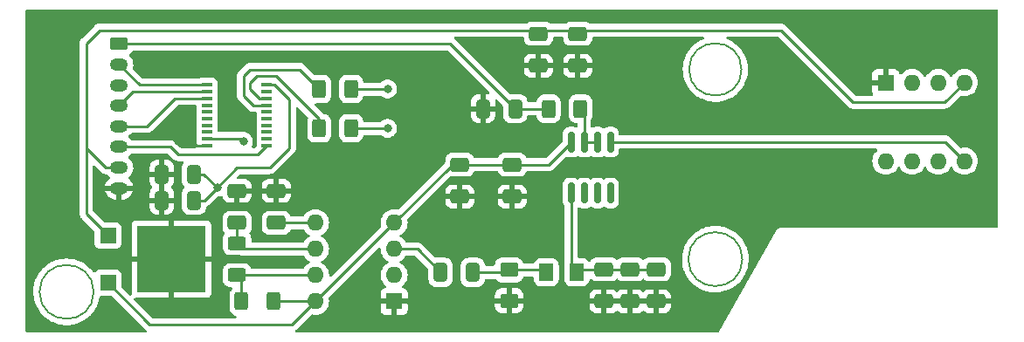
<source format=gtl>
G04 #@! TF.GenerationSoftware,KiCad,Pcbnew,(6.0.2)*
G04 #@! TF.CreationDate,2022-03-10T22:37:30+00:00*
G04 #@! TF.ProjectId,EncoderCMOS,456e636f-6465-4724-934d-4f532e6b6963,rev?*
G04 #@! TF.SameCoordinates,Original*
G04 #@! TF.FileFunction,Copper,L1,Top*
G04 #@! TF.FilePolarity,Positive*
%FSLAX46Y46*%
G04 Gerber Fmt 4.6, Leading zero omitted, Abs format (unit mm)*
G04 Created by KiCad (PCBNEW (6.0.2)) date 2022-03-10 22:37:30*
%MOMM*%
%LPD*%
G01*
G04 APERTURE LIST*
G04 Aperture macros list*
%AMRoundRect*
0 Rectangle with rounded corners*
0 $1 Rounding radius*
0 $2 $3 $4 $5 $6 $7 $8 $9 X,Y pos of 4 corners*
0 Add a 4 corners polygon primitive as box body*
4,1,4,$2,$3,$4,$5,$6,$7,$8,$9,$2,$3,0*
0 Add four circle primitives for the rounded corners*
1,1,$1+$1,$2,$3*
1,1,$1+$1,$4,$5*
1,1,$1+$1,$6,$7*
1,1,$1+$1,$8,$9*
0 Add four rect primitives between the rounded corners*
20,1,$1+$1,$2,$3,$4,$5,0*
20,1,$1+$1,$4,$5,$6,$7,0*
20,1,$1+$1,$6,$7,$8,$9,0*
20,1,$1+$1,$8,$9,$2,$3,0*%
G04 Aperture macros list end*
G04 #@! TA.AperFunction,NonConductor*
%ADD10C,0.200000*%
G04 #@! TD*
G04 #@! TA.AperFunction,SMDPad,CuDef*
%ADD11RoundRect,0.250000X0.650000X-0.412500X0.650000X0.412500X-0.650000X0.412500X-0.650000X-0.412500X0*%
G04 #@! TD*
G04 #@! TA.AperFunction,ComponentPad*
%ADD12R,1.600000X1.600000*%
G04 #@! TD*
G04 #@! TA.AperFunction,ComponentPad*
%ADD13O,1.600000X1.600000*%
G04 #@! TD*
G04 #@! TA.AperFunction,SMDPad,CuDef*
%ADD14RoundRect,0.250000X0.412500X0.650000X-0.412500X0.650000X-0.412500X-0.650000X0.412500X-0.650000X0*%
G04 #@! TD*
G04 #@! TA.AperFunction,SMDPad,CuDef*
%ADD15R,1.600000X1.500000*%
G04 #@! TD*
G04 #@! TA.AperFunction,SMDPad,CuDef*
%ADD16R,6.700000X6.500000*%
G04 #@! TD*
G04 #@! TA.AperFunction,SMDPad,CuDef*
%ADD17RoundRect,0.250000X-0.400000X-0.625000X0.400000X-0.625000X0.400000X0.625000X-0.400000X0.625000X0*%
G04 #@! TD*
G04 #@! TA.AperFunction,SMDPad,CuDef*
%ADD18RoundRect,0.250000X-0.650000X0.412500X-0.650000X-0.412500X0.650000X-0.412500X0.650000X0.412500X0*%
G04 #@! TD*
G04 #@! TA.AperFunction,SMDPad,CuDef*
%ADD19RoundRect,0.250000X0.400000X0.625000X-0.400000X0.625000X-0.400000X-0.625000X0.400000X-0.625000X0*%
G04 #@! TD*
G04 #@! TA.AperFunction,SMDPad,CuDef*
%ADD20RoundRect,0.250001X-0.624999X0.462499X-0.624999X-0.462499X0.624999X-0.462499X0.624999X0.462499X0*%
G04 #@! TD*
G04 #@! TA.AperFunction,ComponentPad*
%ADD21RoundRect,0.250000X-0.625000X0.350000X-0.625000X-0.350000X0.625000X-0.350000X0.625000X0.350000X0*%
G04 #@! TD*
G04 #@! TA.AperFunction,ComponentPad*
%ADD22O,1.750000X1.200000*%
G04 #@! TD*
G04 #@! TA.AperFunction,SMDPad,CuDef*
%ADD23RoundRect,0.250000X0.625000X-0.400000X0.625000X0.400000X-0.625000X0.400000X-0.625000X-0.400000X0*%
G04 #@! TD*
G04 #@! TA.AperFunction,SMDPad,CuDef*
%ADD24RoundRect,0.250001X-0.462499X-0.624999X0.462499X-0.624999X0.462499X0.624999X-0.462499X0.624999X0*%
G04 #@! TD*
G04 #@! TA.AperFunction,SMDPad,CuDef*
%ADD25R,1.000000X0.400000*%
G04 #@! TD*
G04 #@! TA.AperFunction,SMDPad,CuDef*
%ADD26RoundRect,0.250000X-0.412500X-0.650000X0.412500X-0.650000X0.412500X0.650000X-0.412500X0.650000X0*%
G04 #@! TD*
G04 #@! TA.AperFunction,SMDPad,CuDef*
%ADD27RoundRect,0.150000X-0.150000X0.825000X-0.150000X-0.825000X0.150000X-0.825000X0.150000X0.825000X0*%
G04 #@! TD*
G04 #@! TA.AperFunction,ViaPad*
%ADD28C,0.800000*%
G04 #@! TD*
G04 #@! TA.AperFunction,Conductor*
%ADD29C,0.250000*%
G04 #@! TD*
G04 APERTURE END LIST*
D10*
X84963000Y-21678500D02*
G75*
G03*
X84963000Y-21678500I-2540000J0D01*
G01*
X22176172Y-43268500D02*
G75*
G03*
X22176172Y-43268500I-2618172J0D01*
G01*
X85041172Y-40093500D02*
G75*
G03*
X85041172Y-40093500I-2618172J0D01*
G01*
D11*
X36068000Y-36576000D03*
X36068000Y-33451000D03*
D12*
X98943000Y-22958500D03*
D13*
X101483000Y-22958500D03*
X104023000Y-22958500D03*
X106563000Y-22958500D03*
X106563000Y-30578500D03*
X104023000Y-30578500D03*
X101483000Y-30578500D03*
X98943000Y-30578500D03*
D14*
X63030500Y-25488500D03*
X59905500Y-25488500D03*
D15*
X23568000Y-37793500D03*
D16*
X29718000Y-40093500D03*
D15*
X23568000Y-42393500D03*
D17*
X44043000Y-23583500D03*
X47143000Y-23583500D03*
D18*
X57658000Y-30911000D03*
X57658000Y-34036000D03*
X65278000Y-18211000D03*
X65278000Y-21336000D03*
D19*
X39608000Y-44196000D03*
X36508000Y-44196000D03*
X69368000Y-25488500D03*
X66268000Y-25488500D03*
D20*
X62445500Y-41146000D03*
X62445500Y-44121000D03*
D18*
X69088000Y-18211000D03*
X69088000Y-21336000D03*
D21*
X24638000Y-19203500D03*
D22*
X24638000Y-21203500D03*
X24638000Y-23203500D03*
X24638000Y-25203500D03*
X24638000Y-27203500D03*
X24638000Y-29203500D03*
X24638000Y-31203500D03*
X24638000Y-33203500D03*
D18*
X74168000Y-41071000D03*
X74168000Y-44196000D03*
X62738000Y-30911000D03*
X62738000Y-34036000D03*
D19*
X47143000Y-27393500D03*
X44043000Y-27393500D03*
D23*
X36068000Y-41643500D03*
X36068000Y-38543500D03*
D11*
X71628000Y-44196000D03*
X71628000Y-41071000D03*
X39878000Y-36576000D03*
X39878000Y-33451000D03*
D24*
X66038000Y-41363500D03*
X69013000Y-41363500D03*
D14*
X31915500Y-31838500D03*
X28790500Y-31838500D03*
D12*
X51298000Y-44186000D03*
D13*
X51298000Y-41646000D03*
X51298000Y-39106000D03*
X51298000Y-36566000D03*
X43678000Y-36566000D03*
X43678000Y-39106000D03*
X43678000Y-41646000D03*
X43678000Y-44186000D03*
D25*
X33168000Y-23198500D03*
X33168000Y-23848500D03*
X33168000Y-24498500D03*
X33168000Y-25148500D03*
X33168000Y-25798500D03*
X33168000Y-26448500D03*
X33168000Y-27098500D03*
X33168000Y-27748500D03*
X33168000Y-28398500D03*
X33168000Y-29048500D03*
X38968000Y-29048500D03*
X38968000Y-28398500D03*
X38968000Y-27748500D03*
X38968000Y-27098500D03*
X38968000Y-26448500D03*
X38968000Y-25798500D03*
X38968000Y-25148500D03*
X38968000Y-24498500D03*
X38968000Y-23848500D03*
X38968000Y-23198500D03*
D26*
X55803000Y-41363500D03*
X58928000Y-41363500D03*
D14*
X31915500Y-34378500D03*
X28790500Y-34378500D03*
D27*
X72263000Y-28728500D03*
X70993000Y-28728500D03*
X69723000Y-28728500D03*
X68453000Y-28728500D03*
X68453000Y-33678500D03*
X69723000Y-33678500D03*
X70993000Y-33678500D03*
X72263000Y-33678500D03*
D18*
X76708000Y-41071000D03*
X76708000Y-44196000D03*
D28*
X50673000Y-27393500D03*
X50673000Y-23583500D03*
X51943000Y-32473500D03*
X55118000Y-36283500D03*
X27178000Y-30568500D03*
X30353000Y-28663500D03*
X34148000Y-33123500D03*
X36703000Y-28663500D03*
D29*
X69305500Y-41071000D02*
X69013000Y-41363500D01*
X71628000Y-41071000D02*
X69305500Y-41071000D01*
X74168000Y-41071000D02*
X76708000Y-41071000D01*
X71628000Y-41071000D02*
X74168000Y-41071000D01*
X106563000Y-30578500D02*
X104713000Y-28728500D01*
X104713000Y-28728500D02*
X72263000Y-28728500D01*
X95758000Y-24853500D02*
X104668000Y-24853500D01*
X104668000Y-24853500D02*
X106563000Y-22958500D01*
X88773000Y-17868500D02*
X95758000Y-24853500D01*
X21463000Y-35688500D02*
X21463000Y-29298500D01*
X23568000Y-37793500D02*
X21463000Y-35688500D01*
X41420500Y-46443500D02*
X27618000Y-46443500D01*
X27618000Y-46443500D02*
X23568000Y-42393500D01*
X88773000Y-17868500D02*
X67818000Y-17868500D01*
X67818000Y-17868500D02*
X68745500Y-17868500D01*
X63373000Y-17868500D02*
X67818000Y-17868500D01*
X68745500Y-17868500D02*
X69088000Y-18211000D01*
X63373000Y-17868500D02*
X64935500Y-17868500D01*
X22733000Y-17868500D02*
X63373000Y-17868500D01*
X64935500Y-17868500D02*
X65278000Y-18211000D01*
X30738000Y-29048500D02*
X33168000Y-29048500D01*
X30353000Y-28663500D02*
X30738000Y-29048500D01*
X40180500Y-36566000D02*
X39878000Y-36868500D01*
X43678000Y-36566000D02*
X40180500Y-36566000D01*
X57658000Y-34036000D02*
X62738000Y-34036000D01*
X32863000Y-31838500D02*
X31915500Y-31838500D01*
X34148000Y-33123500D02*
X32863000Y-31838500D01*
X22733000Y-17868500D02*
X21463000Y-19138500D01*
X23368000Y-31203500D02*
X24638000Y-31203500D01*
X21463000Y-29298500D02*
X23368000Y-31203500D01*
X32893000Y-34378500D02*
X31915500Y-34378500D01*
X21463000Y-19138500D02*
X21463000Y-29298500D01*
X39718000Y-23198500D02*
X38968000Y-23198500D01*
X34148000Y-33123500D02*
X32893000Y-34378500D01*
X36068000Y-31203500D02*
X39243000Y-31203500D01*
X34148000Y-33123500D02*
X36068000Y-31203500D01*
X41148000Y-29298500D02*
X41148000Y-24628500D01*
X39243000Y-31203500D02*
X41148000Y-29298500D01*
X41148000Y-24628500D02*
X39718000Y-23198500D01*
X36630500Y-39106000D02*
X36068000Y-38543500D01*
X43678000Y-39106000D02*
X36630500Y-39106000D01*
X36068000Y-38543500D02*
X36068000Y-36576000D01*
X51298000Y-39106000D02*
X53545500Y-39106000D01*
X53545500Y-39106000D02*
X55803000Y-41363500D01*
X65820500Y-41146000D02*
X66038000Y-41363500D01*
X62228000Y-41363500D02*
X62445500Y-41146000D01*
X58928000Y-41363500D02*
X62228000Y-41363500D01*
X62445500Y-41146000D02*
X65820500Y-41146000D01*
X39618000Y-44186000D02*
X39608000Y-44196000D01*
X43678000Y-44186000D02*
X39618000Y-44186000D01*
X41420500Y-46443500D02*
X43678000Y-44186000D01*
X57658000Y-30911000D02*
X62738000Y-30911000D01*
X62738000Y-30911000D02*
X66270500Y-30911000D01*
X51298000Y-36566000D02*
X56953000Y-30911000D01*
X56953000Y-30911000D02*
X57658000Y-30911000D01*
X66270500Y-30911000D02*
X68453000Y-28728500D01*
X43678000Y-44186000D02*
X51298000Y-36566000D01*
X68453000Y-33678500D02*
X68453000Y-40803500D01*
X68453000Y-40803500D02*
X69013000Y-41363500D01*
X56745500Y-19203500D02*
X24638000Y-19203500D01*
X63030500Y-25488500D02*
X56745500Y-19203500D01*
X66268000Y-25488500D02*
X63030500Y-25488500D01*
X33168000Y-23198500D02*
X26633000Y-23198500D01*
X26633000Y-23198500D02*
X24638000Y-21203500D01*
X27368000Y-27203500D02*
X24638000Y-27203500D01*
X30073000Y-24498500D02*
X27368000Y-27203500D01*
X33168000Y-24498500D02*
X30073000Y-24498500D01*
X33168000Y-23848500D02*
X25993000Y-23848500D01*
X25993000Y-23848500D02*
X24638000Y-25203500D01*
X38083000Y-29933500D02*
X30353000Y-29933500D01*
X38968000Y-29048500D02*
X38083000Y-29933500D01*
X29623000Y-29203500D02*
X24638000Y-29203500D01*
X30353000Y-29933500D02*
X29623000Y-29203500D01*
X47143000Y-27393500D02*
X50673000Y-27393500D01*
X47143000Y-23583500D02*
X50673000Y-23583500D01*
X36068000Y-41643500D02*
X36070500Y-41646000D01*
X36070500Y-41646000D02*
X43678000Y-41646000D01*
X36508000Y-42083500D02*
X36068000Y-41643500D01*
X36508000Y-44196000D02*
X36508000Y-42083500D01*
X69723000Y-28728500D02*
X69723000Y-25843500D01*
X69723000Y-25843500D02*
X69368000Y-25488500D01*
X69723000Y-28728500D02*
X70993000Y-28728500D01*
X36438000Y-28398500D02*
X33168000Y-28398500D01*
X36703000Y-28663500D02*
X36438000Y-28398500D01*
X37338000Y-21678500D02*
X36703000Y-22313500D01*
X37633000Y-25148500D02*
X38968000Y-25148500D01*
X36703000Y-22313500D02*
X36703000Y-24218500D01*
X36703000Y-24218500D02*
X37633000Y-25148500D01*
X42138000Y-21678500D02*
X44043000Y-23583500D01*
X42138000Y-21678500D02*
X37338000Y-21678500D01*
X37973000Y-22313500D02*
X37338000Y-22948500D01*
X39878000Y-22313500D02*
X44043000Y-26478500D01*
X37338000Y-23583500D02*
X38253000Y-24498500D01*
X39878000Y-22313500D02*
X37973000Y-22313500D01*
X44043000Y-26478500D02*
X44043000Y-27393500D01*
X38253000Y-24498500D02*
X38968000Y-24498500D01*
X37338000Y-22948500D02*
X37338000Y-23583500D01*
G04 #@! TA.AperFunction,Conductor*
G36*
X109771721Y-15869602D02*
G01*
X109818214Y-15923258D01*
X109829600Y-15975600D01*
X109829600Y-36932600D01*
X109809598Y-37000721D01*
X109755942Y-37047214D01*
X109703600Y-37058600D01*
X88819826Y-37058600D01*
X88808278Y-37058070D01*
X88803363Y-37057618D01*
X88794630Y-37055536D01*
X88744471Y-37058070D01*
X88737147Y-37058440D01*
X88730790Y-37058600D01*
X88711123Y-37058600D01*
X88704575Y-37059538D01*
X88704398Y-37059563D01*
X88692893Y-37060676D01*
X88681398Y-37061256D01*
X88658259Y-37062425D01*
X88658256Y-37062426D01*
X88649300Y-37062878D01*
X88638461Y-37066651D01*
X88614914Y-37072378D01*
X88603555Y-37074005D01*
X88595391Y-37077717D01*
X88595384Y-37077719D01*
X88563823Y-37092069D01*
X88553096Y-37096365D01*
X88520345Y-37107765D01*
X88520343Y-37107766D01*
X88511874Y-37110714D01*
X88504569Y-37115923D01*
X88504567Y-37115924D01*
X88502535Y-37117373D01*
X88481530Y-37129486D01*
X88471090Y-37134233D01*
X88464293Y-37140090D01*
X88464291Y-37140091D01*
X88438022Y-37162726D01*
X88428935Y-37169857D01*
X88393396Y-37195199D01*
X88387844Y-37202251D01*
X88387845Y-37202251D01*
X88386300Y-37204214D01*
X88369541Y-37221733D01*
X88367652Y-37223360D01*
X88367650Y-37223362D01*
X88360853Y-37229219D01*
X88345291Y-37253229D01*
X88337120Y-37265836D01*
X88330394Y-37275237D01*
X88327261Y-37279217D01*
X88327257Y-37279223D01*
X88324242Y-37283053D01*
X88314892Y-37299675D01*
X88310824Y-37306404D01*
X88281707Y-37351327D01*
X88279134Y-37359928D01*
X88275370Y-37368075D01*
X88274958Y-37367885D01*
X88270141Y-37379232D01*
X82813909Y-47079202D01*
X82771625Y-47154373D01*
X82720794Y-47203939D01*
X82661806Y-47218600D01*
X41819229Y-47218600D01*
X41751108Y-47198598D01*
X41704615Y-47144942D01*
X41694511Y-47074668D01*
X41724005Y-47010088D01*
X41745170Y-46990663D01*
X41763888Y-46977064D01*
X41773807Y-46970548D01*
X41805035Y-46952080D01*
X41805038Y-46952078D01*
X41811862Y-46948042D01*
X41826183Y-46933721D01*
X41841217Y-46920880D01*
X41851194Y-46913631D01*
X41857607Y-46908972D01*
X41885798Y-46874895D01*
X41893788Y-46866116D01*
X43264752Y-45495152D01*
X43327064Y-45461126D01*
X43386459Y-45462541D01*
X43444591Y-45478118D01*
X43444602Y-45478120D01*
X43449913Y-45479543D01*
X43678000Y-45499498D01*
X43906087Y-45479543D01*
X43911400Y-45478119D01*
X43911402Y-45478119D01*
X44121933Y-45421707D01*
X44121935Y-45421706D01*
X44127243Y-45420284D01*
X44132225Y-45417961D01*
X44329762Y-45325849D01*
X44329767Y-45325846D01*
X44334749Y-45323523D01*
X44454533Y-45239649D01*
X44517789Y-45195357D01*
X44517792Y-45195355D01*
X44522300Y-45192198D01*
X44683829Y-45030669D01*
X49990001Y-45030669D01*
X49990371Y-45037490D01*
X49995895Y-45088352D01*
X49999521Y-45103604D01*
X50044676Y-45224054D01*
X50053214Y-45239649D01*
X50129715Y-45341724D01*
X50142276Y-45354285D01*
X50244351Y-45430786D01*
X50259946Y-45439324D01*
X50380394Y-45484478D01*
X50395649Y-45488105D01*
X50446514Y-45493631D01*
X50453328Y-45494000D01*
X51025885Y-45494000D01*
X51041124Y-45489525D01*
X51042329Y-45488135D01*
X51044000Y-45480452D01*
X51044000Y-45475884D01*
X51552000Y-45475884D01*
X51556475Y-45491123D01*
X51557865Y-45492328D01*
X51565548Y-45493999D01*
X52142669Y-45493999D01*
X52149490Y-45493629D01*
X52200352Y-45488105D01*
X52215604Y-45484479D01*
X52336054Y-45439324D01*
X52351649Y-45430786D01*
X52453724Y-45354285D01*
X52466285Y-45341724D01*
X52542786Y-45239649D01*
X52551324Y-45224054D01*
X52596478Y-45103606D01*
X52600105Y-45088351D01*
X52605631Y-45037486D01*
X52606000Y-45030672D01*
X52606000Y-44630596D01*
X61062500Y-44630596D01*
X61062837Y-44637111D01*
X61072756Y-44732703D01*
X61075650Y-44746102D01*
X61127088Y-44900283D01*
X61133262Y-44913462D01*
X61218563Y-45051307D01*
X61227599Y-45062708D01*
X61342330Y-45177239D01*
X61353741Y-45186251D01*
X61491745Y-45271318D01*
X61504923Y-45277462D01*
X61659216Y-45328639D01*
X61672581Y-45331505D01*
X61766939Y-45341172D01*
X61773355Y-45341500D01*
X62173385Y-45341500D01*
X62188624Y-45337025D01*
X62189829Y-45335635D01*
X62191500Y-45327952D01*
X62191500Y-45323385D01*
X62699500Y-45323385D01*
X62703975Y-45338624D01*
X62705365Y-45339829D01*
X62713048Y-45341500D01*
X63117596Y-45341500D01*
X63124111Y-45341163D01*
X63219703Y-45331244D01*
X63233102Y-45328350D01*
X63387283Y-45276912D01*
X63400462Y-45270738D01*
X63538307Y-45185437D01*
X63549708Y-45176401D01*
X63664239Y-45061670D01*
X63673251Y-45050259D01*
X63758318Y-44912255D01*
X63764462Y-44899077D01*
X63815639Y-44744784D01*
X63818505Y-44731419D01*
X63826273Y-44655595D01*
X70220001Y-44655595D01*
X70220338Y-44662114D01*
X70230257Y-44757706D01*
X70233149Y-44771100D01*
X70284588Y-44925284D01*
X70290761Y-44938462D01*
X70376063Y-45076307D01*
X70385099Y-45087708D01*
X70499829Y-45202239D01*
X70511240Y-45211251D01*
X70649243Y-45296316D01*
X70662424Y-45302463D01*
X70816710Y-45353638D01*
X70830086Y-45356505D01*
X70924438Y-45366172D01*
X70930854Y-45366500D01*
X71355885Y-45366500D01*
X71371124Y-45362025D01*
X71372329Y-45360635D01*
X71374000Y-45352952D01*
X71374000Y-45348384D01*
X71882000Y-45348384D01*
X71886475Y-45363623D01*
X71887865Y-45364828D01*
X71895548Y-45366499D01*
X72325095Y-45366499D01*
X72331614Y-45366162D01*
X72427206Y-45356243D01*
X72440600Y-45353351D01*
X72594784Y-45301912D01*
X72607962Y-45295739D01*
X72745807Y-45210437D01*
X72757208Y-45201401D01*
X72808836Y-45149683D01*
X72871119Y-45115604D01*
X72941939Y-45120607D01*
X72987028Y-45149529D01*
X73039829Y-45202239D01*
X73051240Y-45211251D01*
X73189243Y-45296316D01*
X73202424Y-45302463D01*
X73356710Y-45353638D01*
X73370086Y-45356505D01*
X73464438Y-45366172D01*
X73470854Y-45366500D01*
X73895885Y-45366500D01*
X73911124Y-45362025D01*
X73912329Y-45360635D01*
X73914000Y-45352952D01*
X73914000Y-45348384D01*
X74422000Y-45348384D01*
X74426475Y-45363623D01*
X74427865Y-45364828D01*
X74435548Y-45366499D01*
X74865095Y-45366499D01*
X74871614Y-45366162D01*
X74967206Y-45356243D01*
X74980600Y-45353351D01*
X75134784Y-45301912D01*
X75147962Y-45295739D01*
X75285807Y-45210437D01*
X75297208Y-45201401D01*
X75348836Y-45149683D01*
X75411119Y-45115604D01*
X75481939Y-45120607D01*
X75527028Y-45149529D01*
X75579829Y-45202239D01*
X75591240Y-45211251D01*
X75729243Y-45296316D01*
X75742424Y-45302463D01*
X75896710Y-45353638D01*
X75910086Y-45356505D01*
X76004438Y-45366172D01*
X76010854Y-45366500D01*
X76435885Y-45366500D01*
X76451124Y-45362025D01*
X76452329Y-45360635D01*
X76454000Y-45352952D01*
X76454000Y-45348384D01*
X76962000Y-45348384D01*
X76966475Y-45363623D01*
X76967865Y-45364828D01*
X76975548Y-45366499D01*
X77405095Y-45366499D01*
X77411614Y-45366162D01*
X77507206Y-45356243D01*
X77520600Y-45353351D01*
X77674784Y-45301912D01*
X77687962Y-45295739D01*
X77825807Y-45210437D01*
X77837208Y-45201401D01*
X77951739Y-45086671D01*
X77960751Y-45075260D01*
X78045816Y-44937257D01*
X78051963Y-44924076D01*
X78103138Y-44769790D01*
X78106005Y-44756414D01*
X78115672Y-44662062D01*
X78116000Y-44655646D01*
X78116000Y-44468115D01*
X78111525Y-44452876D01*
X78110135Y-44451671D01*
X78102452Y-44450000D01*
X76980115Y-44450000D01*
X76964876Y-44454475D01*
X76963671Y-44455865D01*
X76962000Y-44463548D01*
X76962000Y-45348384D01*
X76454000Y-45348384D01*
X76454000Y-44468115D01*
X76449525Y-44452876D01*
X76448135Y-44451671D01*
X76440452Y-44450000D01*
X74440115Y-44450000D01*
X74424876Y-44454475D01*
X74423671Y-44455865D01*
X74422000Y-44463548D01*
X74422000Y-45348384D01*
X73914000Y-45348384D01*
X73914000Y-44468115D01*
X73909525Y-44452876D01*
X73908135Y-44451671D01*
X73900452Y-44450000D01*
X71900115Y-44450000D01*
X71884876Y-44454475D01*
X71883671Y-44455865D01*
X71882000Y-44463548D01*
X71882000Y-45348384D01*
X71374000Y-45348384D01*
X71374000Y-44468115D01*
X71369525Y-44452876D01*
X71368135Y-44451671D01*
X71360452Y-44450000D01*
X70238116Y-44450000D01*
X70222877Y-44454475D01*
X70221672Y-44455865D01*
X70220001Y-44463548D01*
X70220001Y-44655595D01*
X63826273Y-44655595D01*
X63828172Y-44637061D01*
X63828500Y-44630645D01*
X63828500Y-44393115D01*
X63824025Y-44377876D01*
X63822635Y-44376671D01*
X63814952Y-44375000D01*
X62717615Y-44375000D01*
X62702376Y-44379475D01*
X62701171Y-44380865D01*
X62699500Y-44388548D01*
X62699500Y-45323385D01*
X62191500Y-45323385D01*
X62191500Y-44393115D01*
X62187025Y-44377876D01*
X62185635Y-44376671D01*
X62177952Y-44375000D01*
X61080615Y-44375000D01*
X61065376Y-44379475D01*
X61064171Y-44380865D01*
X61062500Y-44388548D01*
X61062500Y-44630596D01*
X52606000Y-44630596D01*
X52606000Y-44458115D01*
X52601525Y-44442876D01*
X52600135Y-44441671D01*
X52592452Y-44440000D01*
X51570115Y-44440000D01*
X51554876Y-44444475D01*
X51553671Y-44445865D01*
X51552000Y-44453548D01*
X51552000Y-45475884D01*
X51044000Y-45475884D01*
X51044000Y-44458115D01*
X51039525Y-44442876D01*
X51038135Y-44441671D01*
X51030452Y-44440000D01*
X50008116Y-44440000D01*
X49992877Y-44444475D01*
X49991672Y-44445865D01*
X49990001Y-44453548D01*
X49990001Y-45030669D01*
X44683829Y-45030669D01*
X44684198Y-45030300D01*
X44727106Y-44969022D01*
X44743733Y-44945276D01*
X44815523Y-44842749D01*
X44817846Y-44837767D01*
X44817849Y-44837762D01*
X44909961Y-44640225D01*
X44909961Y-44640224D01*
X44912284Y-44635243D01*
X44916213Y-44620582D01*
X44970119Y-44419402D01*
X44970119Y-44419400D01*
X44971543Y-44414087D01*
X44991498Y-44186000D01*
X44971543Y-43957913D01*
X44970120Y-43952602D01*
X44970118Y-43952591D01*
X44954541Y-43894459D01*
X44956230Y-43823483D01*
X44987152Y-43772752D01*
X49771411Y-38988493D01*
X49833723Y-38954467D01*
X49904538Y-38959532D01*
X49961374Y-39002079D01*
X49986185Y-39068599D01*
X49986026Y-39088570D01*
X49984981Y-39100514D01*
X49984981Y-39100525D01*
X49984502Y-39106000D01*
X50004457Y-39334087D01*
X50005881Y-39339400D01*
X50005881Y-39339402D01*
X50058998Y-39537634D01*
X50063716Y-39555243D01*
X50066039Y-39560224D01*
X50066039Y-39560225D01*
X50158151Y-39757762D01*
X50158154Y-39757767D01*
X50160477Y-39762749D01*
X50210112Y-39833635D01*
X50281771Y-39935974D01*
X50291802Y-39950300D01*
X50453700Y-40112198D01*
X50458208Y-40115355D01*
X50458211Y-40115357D01*
X50500837Y-40145204D01*
X50641251Y-40243523D01*
X50646233Y-40245846D01*
X50646238Y-40245849D01*
X50680457Y-40261805D01*
X50733742Y-40308722D01*
X50753203Y-40376999D01*
X50732661Y-40444959D01*
X50680457Y-40490195D01*
X50646238Y-40506151D01*
X50646233Y-40506154D01*
X50641251Y-40508477D01*
X50545108Y-40575797D01*
X50458211Y-40636643D01*
X50458208Y-40636645D01*
X50453700Y-40639802D01*
X50291802Y-40801700D01*
X50160477Y-40989251D01*
X50158154Y-40994233D01*
X50158151Y-40994238D01*
X50066039Y-41191775D01*
X50063716Y-41196757D01*
X50062294Y-41202065D01*
X50062293Y-41202067D01*
X50005881Y-41412598D01*
X50004457Y-41417913D01*
X49984502Y-41646000D01*
X50004457Y-41874087D01*
X50005881Y-41879400D01*
X50005881Y-41879402D01*
X50060162Y-42081978D01*
X50063716Y-42095243D01*
X50066039Y-42100224D01*
X50066039Y-42100225D01*
X50158151Y-42297762D01*
X50158154Y-42297767D01*
X50160477Y-42302749D01*
X50291802Y-42490300D01*
X50453700Y-42652198D01*
X50458211Y-42655357D01*
X50462424Y-42658892D01*
X50461612Y-42659860D01*
X50502090Y-42710494D01*
X50509404Y-42781113D01*
X50477376Y-42844476D01*
X50416177Y-42880464D01*
X50399099Y-42883520D01*
X50395648Y-42883895D01*
X50380396Y-42887521D01*
X50259946Y-42932676D01*
X50244351Y-42941214D01*
X50142276Y-43017715D01*
X50129715Y-43030276D01*
X50053214Y-43132351D01*
X50044676Y-43147946D01*
X49999522Y-43268394D01*
X49995895Y-43283649D01*
X49990369Y-43334514D01*
X49990000Y-43341328D01*
X49990000Y-43913885D01*
X49994475Y-43929124D01*
X49995865Y-43930329D01*
X50003548Y-43932000D01*
X52587884Y-43932000D01*
X52603123Y-43927525D01*
X52604328Y-43926135D01*
X52604817Y-43923885D01*
X70220000Y-43923885D01*
X70224475Y-43939124D01*
X70225865Y-43940329D01*
X70233548Y-43942000D01*
X71355885Y-43942000D01*
X71371124Y-43937525D01*
X71372329Y-43936135D01*
X71374000Y-43928452D01*
X71374000Y-43923885D01*
X71882000Y-43923885D01*
X71886475Y-43939124D01*
X71887865Y-43940329D01*
X71895548Y-43942000D01*
X73895885Y-43942000D01*
X73911124Y-43937525D01*
X73912329Y-43936135D01*
X73914000Y-43928452D01*
X73914000Y-43923885D01*
X74422000Y-43923885D01*
X74426475Y-43939124D01*
X74427865Y-43940329D01*
X74435548Y-43942000D01*
X76435885Y-43942000D01*
X76451124Y-43937525D01*
X76452329Y-43936135D01*
X76454000Y-43928452D01*
X76454000Y-43923885D01*
X76962000Y-43923885D01*
X76966475Y-43939124D01*
X76967865Y-43940329D01*
X76975548Y-43942000D01*
X78097884Y-43942000D01*
X78113123Y-43937525D01*
X78114328Y-43936135D01*
X78115999Y-43928452D01*
X78115999Y-43736405D01*
X78115662Y-43729886D01*
X78105743Y-43634294D01*
X78102851Y-43620900D01*
X78051412Y-43466716D01*
X78045239Y-43453538D01*
X77959937Y-43315693D01*
X77950901Y-43304292D01*
X77836171Y-43189761D01*
X77824760Y-43180749D01*
X77686757Y-43095684D01*
X77673576Y-43089537D01*
X77519290Y-43038362D01*
X77505914Y-43035495D01*
X77411562Y-43025828D01*
X77405145Y-43025500D01*
X76980115Y-43025500D01*
X76964876Y-43029975D01*
X76963671Y-43031365D01*
X76962000Y-43039048D01*
X76962000Y-43923885D01*
X76454000Y-43923885D01*
X76454000Y-43043616D01*
X76449525Y-43028377D01*
X76448135Y-43027172D01*
X76440452Y-43025501D01*
X76010905Y-43025501D01*
X76004386Y-43025838D01*
X75908794Y-43035757D01*
X75895400Y-43038649D01*
X75741216Y-43090088D01*
X75728038Y-43096261D01*
X75590193Y-43181563D01*
X75578792Y-43190599D01*
X75527164Y-43242317D01*
X75464881Y-43276396D01*
X75394061Y-43271393D01*
X75348972Y-43242471D01*
X75296171Y-43189761D01*
X75284760Y-43180749D01*
X75146757Y-43095684D01*
X75133576Y-43089537D01*
X74979290Y-43038362D01*
X74965914Y-43035495D01*
X74871562Y-43025828D01*
X74865145Y-43025500D01*
X74440115Y-43025500D01*
X74424876Y-43029975D01*
X74423671Y-43031365D01*
X74422000Y-43039048D01*
X74422000Y-43923885D01*
X73914000Y-43923885D01*
X73914000Y-43043616D01*
X73909525Y-43028377D01*
X73908135Y-43027172D01*
X73900452Y-43025501D01*
X73470905Y-43025501D01*
X73464386Y-43025838D01*
X73368794Y-43035757D01*
X73355400Y-43038649D01*
X73201216Y-43090088D01*
X73188038Y-43096261D01*
X73050193Y-43181563D01*
X73038792Y-43190599D01*
X72987164Y-43242317D01*
X72924881Y-43276396D01*
X72854061Y-43271393D01*
X72808972Y-43242471D01*
X72756171Y-43189761D01*
X72744760Y-43180749D01*
X72606757Y-43095684D01*
X72593576Y-43089537D01*
X72439290Y-43038362D01*
X72425914Y-43035495D01*
X72331562Y-43025828D01*
X72325145Y-43025500D01*
X71900115Y-43025500D01*
X71884876Y-43029975D01*
X71883671Y-43031365D01*
X71882000Y-43039048D01*
X71882000Y-43923885D01*
X71374000Y-43923885D01*
X71374000Y-43043616D01*
X71369525Y-43028377D01*
X71368135Y-43027172D01*
X71360452Y-43025501D01*
X70930905Y-43025501D01*
X70924386Y-43025838D01*
X70828794Y-43035757D01*
X70815400Y-43038649D01*
X70661216Y-43090088D01*
X70648038Y-43096261D01*
X70510193Y-43181563D01*
X70498792Y-43190599D01*
X70384261Y-43305329D01*
X70375249Y-43316740D01*
X70290184Y-43454743D01*
X70284037Y-43467924D01*
X70232862Y-43622210D01*
X70229995Y-43635586D01*
X70220328Y-43729938D01*
X70220000Y-43736355D01*
X70220000Y-43923885D01*
X52604817Y-43923885D01*
X52605999Y-43918452D01*
X52605999Y-43848885D01*
X61062500Y-43848885D01*
X61066975Y-43864124D01*
X61068365Y-43865329D01*
X61076048Y-43867000D01*
X62173385Y-43867000D01*
X62188624Y-43862525D01*
X62189829Y-43861135D01*
X62191500Y-43853452D01*
X62191500Y-43848885D01*
X62699500Y-43848885D01*
X62703975Y-43864124D01*
X62705365Y-43865329D01*
X62713048Y-43867000D01*
X63810385Y-43867000D01*
X63825624Y-43862525D01*
X63826829Y-43861135D01*
X63828500Y-43853452D01*
X63828500Y-43611404D01*
X63828163Y-43604889D01*
X63818244Y-43509297D01*
X63815350Y-43495898D01*
X63763912Y-43341717D01*
X63757738Y-43328538D01*
X63672437Y-43190693D01*
X63663401Y-43179292D01*
X63548670Y-43064761D01*
X63537259Y-43055749D01*
X63399255Y-42970682D01*
X63386077Y-42964538D01*
X63231784Y-42913361D01*
X63218419Y-42910495D01*
X63124061Y-42900828D01*
X63117644Y-42900500D01*
X62717615Y-42900500D01*
X62702376Y-42904975D01*
X62701171Y-42906365D01*
X62699500Y-42914048D01*
X62699500Y-43848885D01*
X62191500Y-43848885D01*
X62191500Y-42918615D01*
X62187025Y-42903376D01*
X62185635Y-42902171D01*
X62177952Y-42900500D01*
X61773404Y-42900500D01*
X61766889Y-42900837D01*
X61671297Y-42910756D01*
X61657898Y-42913650D01*
X61503717Y-42965088D01*
X61490538Y-42971262D01*
X61352693Y-43056563D01*
X61341292Y-43065599D01*
X61226761Y-43180330D01*
X61217749Y-43191741D01*
X61132682Y-43329745D01*
X61126538Y-43342923D01*
X61075361Y-43497216D01*
X61072495Y-43510581D01*
X61062828Y-43604939D01*
X61062500Y-43611356D01*
X61062500Y-43848885D01*
X52605999Y-43848885D01*
X52605999Y-43341331D01*
X52605629Y-43334510D01*
X52600105Y-43283648D01*
X52596479Y-43268396D01*
X52551324Y-43147946D01*
X52542786Y-43132351D01*
X52466285Y-43030276D01*
X52453724Y-43017715D01*
X52351649Y-42941214D01*
X52336054Y-42932676D01*
X52215606Y-42887522D01*
X52200357Y-42883896D01*
X52196904Y-42883521D01*
X52194394Y-42882478D01*
X52192669Y-42882068D01*
X52192735Y-42881789D01*
X52131341Y-42856281D01*
X52090912Y-42797920D01*
X52088454Y-42726966D01*
X52124747Y-42665946D01*
X52136240Y-42656656D01*
X52137788Y-42655357D01*
X52142300Y-42652198D01*
X52304198Y-42490300D01*
X52435523Y-42302749D01*
X52437846Y-42297767D01*
X52437849Y-42297762D01*
X52529961Y-42100225D01*
X52529961Y-42100224D01*
X52532284Y-42095243D01*
X52535839Y-42081978D01*
X52590119Y-41879402D01*
X52590119Y-41879400D01*
X52591543Y-41874087D01*
X52611498Y-41646000D01*
X52591543Y-41417913D01*
X52590119Y-41412598D01*
X52533707Y-41202067D01*
X52533706Y-41202065D01*
X52532284Y-41196757D01*
X52529961Y-41191775D01*
X52437849Y-40994238D01*
X52437846Y-40994233D01*
X52435523Y-40989251D01*
X52304198Y-40801700D01*
X52142300Y-40639802D01*
X52137792Y-40636645D01*
X52137789Y-40636643D01*
X52050892Y-40575797D01*
X51954749Y-40508477D01*
X51949767Y-40506154D01*
X51949762Y-40506151D01*
X51915543Y-40490195D01*
X51862258Y-40443278D01*
X51842797Y-40375001D01*
X51863339Y-40307041D01*
X51915543Y-40261805D01*
X51949762Y-40245849D01*
X51949767Y-40245846D01*
X51954749Y-40243523D01*
X52095163Y-40145204D01*
X52137789Y-40115357D01*
X52137792Y-40115355D01*
X52142300Y-40112198D01*
X52304198Y-39950300D01*
X52312903Y-39937868D01*
X52414181Y-39793229D01*
X52469638Y-39748901D01*
X52517394Y-39739500D01*
X53230906Y-39739500D01*
X53299027Y-39759502D01*
X53320001Y-39776405D01*
X54595095Y-41051500D01*
X54629121Y-41113812D01*
X54632000Y-41140595D01*
X54632000Y-42063900D01*
X54632337Y-42067146D01*
X54632337Y-42067150D01*
X54640245Y-42143361D01*
X54642974Y-42169666D01*
X54645155Y-42176202D01*
X54645155Y-42176204D01*
X54679618Y-42279500D01*
X54698950Y-42337446D01*
X54792022Y-42487848D01*
X54797204Y-42493021D01*
X54822074Y-42517848D01*
X54917197Y-42612805D01*
X54923427Y-42616645D01*
X54923428Y-42616646D01*
X55060590Y-42701194D01*
X55067762Y-42705615D01*
X55082472Y-42710494D01*
X55229111Y-42759132D01*
X55229113Y-42759132D01*
X55235639Y-42761297D01*
X55242475Y-42761997D01*
X55242478Y-42761998D01*
X55285531Y-42766409D01*
X55340100Y-42772000D01*
X56265900Y-42772000D01*
X56269146Y-42771663D01*
X56269150Y-42771663D01*
X56364808Y-42761738D01*
X56364812Y-42761737D01*
X56371666Y-42761026D01*
X56378202Y-42758845D01*
X56378204Y-42758845D01*
X56523128Y-42710494D01*
X56539446Y-42705050D01*
X56689848Y-42611978D01*
X56814805Y-42486803D01*
X56818646Y-42480572D01*
X56903775Y-42342468D01*
X56903776Y-42342466D01*
X56907615Y-42336238D01*
X56943140Y-42229132D01*
X56961132Y-42174889D01*
X56961132Y-42174887D01*
X56963297Y-42168361D01*
X56965859Y-42143361D01*
X56970593Y-42097150D01*
X56974000Y-42063900D01*
X57757000Y-42063900D01*
X57757337Y-42067146D01*
X57757337Y-42067150D01*
X57765245Y-42143361D01*
X57767974Y-42169666D01*
X57770155Y-42176202D01*
X57770155Y-42176204D01*
X57804618Y-42279500D01*
X57823950Y-42337446D01*
X57917022Y-42487848D01*
X57922204Y-42493021D01*
X57947074Y-42517848D01*
X58042197Y-42612805D01*
X58048427Y-42616645D01*
X58048428Y-42616646D01*
X58185590Y-42701194D01*
X58192762Y-42705615D01*
X58207472Y-42710494D01*
X58354111Y-42759132D01*
X58354113Y-42759132D01*
X58360639Y-42761297D01*
X58367475Y-42761997D01*
X58367478Y-42761998D01*
X58410531Y-42766409D01*
X58465100Y-42772000D01*
X59390900Y-42772000D01*
X59394146Y-42771663D01*
X59394150Y-42771663D01*
X59489808Y-42761738D01*
X59489812Y-42761737D01*
X59496666Y-42761026D01*
X59503202Y-42758845D01*
X59503204Y-42758845D01*
X59648128Y-42710494D01*
X59664446Y-42705050D01*
X59814848Y-42611978D01*
X59939805Y-42486803D01*
X59943646Y-42480572D01*
X60028775Y-42342468D01*
X60028776Y-42342466D01*
X60032615Y-42336238D01*
X60068140Y-42229132D01*
X60086132Y-42174889D01*
X60086132Y-42174887D01*
X60088297Y-42168361D01*
X60090725Y-42144665D01*
X60094261Y-42110156D01*
X60121103Y-42044429D01*
X60179218Y-42003648D01*
X60219605Y-41997000D01*
X61098694Y-41997000D01*
X61166815Y-42017002D01*
X61205838Y-42056696D01*
X61218171Y-42076625D01*
X61222022Y-42082848D01*
X61347197Y-42207805D01*
X61353427Y-42211645D01*
X61353428Y-42211646D01*
X61490590Y-42296194D01*
X61497762Y-42300615D01*
X61529790Y-42311238D01*
X61659111Y-42354132D01*
X61659113Y-42354132D01*
X61665639Y-42356297D01*
X61672475Y-42356997D01*
X61672478Y-42356998D01*
X61715531Y-42361409D01*
X61770100Y-42367000D01*
X63120900Y-42367000D01*
X63124146Y-42366663D01*
X63124150Y-42366663D01*
X63219807Y-42356738D01*
X63219811Y-42356737D01*
X63226665Y-42356026D01*
X63233201Y-42353845D01*
X63233203Y-42353845D01*
X63381733Y-42304291D01*
X63394445Y-42300050D01*
X63544848Y-42206978D01*
X63581252Y-42170511D01*
X63664634Y-42086983D01*
X63669805Y-42081803D01*
X63673646Y-42075572D01*
X63758775Y-41937468D01*
X63758776Y-41937466D01*
X63762615Y-41931238D01*
X63784309Y-41865833D01*
X63824740Y-41807473D01*
X63890304Y-41780236D01*
X63903902Y-41779500D01*
X64691000Y-41779500D01*
X64759121Y-41799502D01*
X64805614Y-41853158D01*
X64817000Y-41905500D01*
X64817000Y-42038900D01*
X64817337Y-42042146D01*
X64817337Y-42042150D01*
X64822707Y-42093900D01*
X64827974Y-42144665D01*
X64830155Y-42151201D01*
X64830155Y-42151203D01*
X64856786Y-42231026D01*
X64883950Y-42312445D01*
X64977022Y-42462848D01*
X65102197Y-42587805D01*
X65108427Y-42591645D01*
X65108428Y-42591646D01*
X65245590Y-42676194D01*
X65252762Y-42680615D01*
X65314806Y-42701194D01*
X65414111Y-42734132D01*
X65414113Y-42734132D01*
X65420639Y-42736297D01*
X65427475Y-42736997D01*
X65427478Y-42736998D01*
X65470531Y-42741409D01*
X65525100Y-42747000D01*
X66550900Y-42747000D01*
X66554146Y-42746663D01*
X66554150Y-42746663D01*
X66649807Y-42736738D01*
X66649811Y-42736737D01*
X66656665Y-42736026D01*
X66663201Y-42733845D01*
X66663203Y-42733845D01*
X66795305Y-42689772D01*
X66824445Y-42680050D01*
X66974848Y-42586978D01*
X67099805Y-42461803D01*
X67118839Y-42430925D01*
X67188775Y-42317468D01*
X67188776Y-42317466D01*
X67192615Y-42311238D01*
X67236835Y-42177919D01*
X67246132Y-42149889D01*
X67246132Y-42149887D01*
X67248297Y-42143361D01*
X67259000Y-42038900D01*
X67259000Y-40688100D01*
X67256069Y-40659850D01*
X67248738Y-40589193D01*
X67248737Y-40589189D01*
X67248026Y-40582335D01*
X67241974Y-40564193D01*
X67194368Y-40421503D01*
X67192050Y-40414555D01*
X67098978Y-40264152D01*
X66973803Y-40139195D01*
X66948518Y-40123609D01*
X66829468Y-40050225D01*
X66829466Y-40050224D01*
X66823238Y-40046385D01*
X66740919Y-40019081D01*
X66661889Y-39992868D01*
X66661887Y-39992868D01*
X66655361Y-39990703D01*
X66648525Y-39990003D01*
X66648522Y-39990002D01*
X66605469Y-39985591D01*
X66550900Y-39980000D01*
X65525100Y-39980000D01*
X65521854Y-39980337D01*
X65521850Y-39980337D01*
X65426193Y-39990262D01*
X65426189Y-39990263D01*
X65419335Y-39990974D01*
X65412799Y-39993155D01*
X65412797Y-39993155D01*
X65314931Y-40025806D01*
X65251555Y-40046950D01*
X65101152Y-40140022D01*
X64976195Y-40265197D01*
X64972355Y-40271427D01*
X64972354Y-40271428D01*
X64902636Y-40384532D01*
X64883385Y-40415762D01*
X64880787Y-40423597D01*
X64879935Y-40426165D01*
X64878511Y-40428221D01*
X64877987Y-40429344D01*
X64877795Y-40429254D01*
X64839505Y-40484526D01*
X64773941Y-40511764D01*
X64760341Y-40512500D01*
X63903867Y-40512500D01*
X63835746Y-40492498D01*
X63789253Y-40438842D01*
X63784344Y-40426377D01*
X63764367Y-40366499D01*
X63764366Y-40366497D01*
X63762050Y-40359555D01*
X63757360Y-40351975D01*
X63672832Y-40215380D01*
X63668978Y-40209152D01*
X63543803Y-40084195D01*
X63524749Y-40072450D01*
X63399468Y-39995225D01*
X63399466Y-39995224D01*
X63393238Y-39991385D01*
X63232754Y-39938155D01*
X63231889Y-39937868D01*
X63231887Y-39937868D01*
X63225361Y-39935703D01*
X63218525Y-39935003D01*
X63218522Y-39935002D01*
X63175469Y-39930591D01*
X63120900Y-39925000D01*
X61770100Y-39925000D01*
X61766854Y-39925337D01*
X61766850Y-39925337D01*
X61671193Y-39935262D01*
X61671189Y-39935263D01*
X61664335Y-39935974D01*
X61657799Y-39938155D01*
X61657797Y-39938155D01*
X61559931Y-39970806D01*
X61496555Y-39991950D01*
X61346152Y-40085022D01*
X61221195Y-40210197D01*
X61217355Y-40216427D01*
X61217354Y-40216428D01*
X61132945Y-40353365D01*
X61128385Y-40360762D01*
X61102932Y-40437500D01*
X61083774Y-40495262D01*
X61072703Y-40528639D01*
X61072002Y-40535477D01*
X61072002Y-40535479D01*
X61068239Y-40572209D01*
X61064562Y-40608100D01*
X61063666Y-40616842D01*
X61036825Y-40682570D01*
X60978710Y-40723352D01*
X60938322Y-40730000D01*
X60219544Y-40730000D01*
X60151423Y-40709998D01*
X60104930Y-40656342D01*
X60094217Y-40617003D01*
X60088738Y-40564193D01*
X60088737Y-40564190D01*
X60088026Y-40557334D01*
X60085457Y-40549632D01*
X60034368Y-40396502D01*
X60032050Y-40389554D01*
X59938978Y-40239152D01*
X59909973Y-40210197D01*
X59818983Y-40119366D01*
X59813803Y-40114195D01*
X59801482Y-40106600D01*
X59669468Y-40025225D01*
X59669466Y-40025224D01*
X59663238Y-40021385D01*
X59565844Y-39989081D01*
X59501889Y-39967868D01*
X59501887Y-39967868D01*
X59495361Y-39965703D01*
X59488525Y-39965003D01*
X59488522Y-39965002D01*
X59439680Y-39959998D01*
X59390900Y-39955000D01*
X58465100Y-39955000D01*
X58461854Y-39955337D01*
X58461850Y-39955337D01*
X58366192Y-39965262D01*
X58366188Y-39965263D01*
X58359334Y-39965974D01*
X58352798Y-39968155D01*
X58352796Y-39968155D01*
X58278723Y-39992868D01*
X58191554Y-40021950D01*
X58041152Y-40115022D01*
X57916195Y-40240197D01*
X57912355Y-40246427D01*
X57912354Y-40246428D01*
X57831869Y-40376999D01*
X57823385Y-40390762D01*
X57810618Y-40429254D01*
X57769922Y-40551950D01*
X57767703Y-40558639D01*
X57767003Y-40565475D01*
X57767002Y-40565478D01*
X57764572Y-40589193D01*
X57757000Y-40663100D01*
X57757000Y-42063900D01*
X56974000Y-42063900D01*
X56974000Y-40663100D01*
X56972575Y-40649366D01*
X56963738Y-40564192D01*
X56963737Y-40564188D01*
X56963026Y-40557334D01*
X56960457Y-40549632D01*
X56909368Y-40396502D01*
X56907050Y-40389554D01*
X56813978Y-40239152D01*
X56784973Y-40210197D01*
X56693983Y-40119366D01*
X56688803Y-40114195D01*
X56676482Y-40106600D01*
X56544468Y-40025225D01*
X56544466Y-40025224D01*
X56538238Y-40021385D01*
X56440844Y-39989081D01*
X56376889Y-39967868D01*
X56376887Y-39967868D01*
X56370361Y-39965703D01*
X56363525Y-39965003D01*
X56363522Y-39965002D01*
X56314680Y-39959998D01*
X56265900Y-39955000D01*
X55342594Y-39955000D01*
X55274473Y-39934998D01*
X55253499Y-39918095D01*
X54665735Y-39330330D01*
X54049152Y-38713747D01*
X54041612Y-38705461D01*
X54037500Y-38698982D01*
X53987848Y-38652356D01*
X53985007Y-38649602D01*
X53965270Y-38629865D01*
X53962073Y-38627385D01*
X53953051Y-38619680D01*
X53942964Y-38610208D01*
X53920821Y-38589414D01*
X53913875Y-38585595D01*
X53913872Y-38585593D01*
X53903066Y-38579652D01*
X53886547Y-38568801D01*
X53886083Y-38568441D01*
X53870541Y-38556386D01*
X53863272Y-38553241D01*
X53863268Y-38553238D01*
X53829963Y-38538826D01*
X53819313Y-38533609D01*
X53780560Y-38512305D01*
X53760937Y-38507267D01*
X53742234Y-38500863D01*
X53730920Y-38495967D01*
X53730919Y-38495967D01*
X53723645Y-38492819D01*
X53715822Y-38491580D01*
X53715812Y-38491577D01*
X53679976Y-38485901D01*
X53668356Y-38483495D01*
X53633211Y-38474472D01*
X53633210Y-38474472D01*
X53625530Y-38472500D01*
X53605276Y-38472500D01*
X53585565Y-38470949D01*
X53573386Y-38469020D01*
X53565557Y-38467780D01*
X53557665Y-38468526D01*
X53521539Y-38471941D01*
X53509681Y-38472500D01*
X52517394Y-38472500D01*
X52449273Y-38452498D01*
X52414181Y-38418771D01*
X52307357Y-38266211D01*
X52307355Y-38266208D01*
X52304198Y-38261700D01*
X52142300Y-38099802D01*
X52137792Y-38096645D01*
X52137789Y-38096643D01*
X51993310Y-37995478D01*
X51954749Y-37968477D01*
X51949767Y-37966154D01*
X51949762Y-37966151D01*
X51915543Y-37950195D01*
X51862258Y-37903278D01*
X51842797Y-37835001D01*
X51863339Y-37767041D01*
X51915543Y-37721805D01*
X51949762Y-37705849D01*
X51949767Y-37705846D01*
X51954749Y-37703523D01*
X52095057Y-37605278D01*
X52137789Y-37575357D01*
X52137792Y-37575355D01*
X52142300Y-37572198D01*
X52304198Y-37410300D01*
X52324782Y-37380904D01*
X52378424Y-37304294D01*
X52435523Y-37222749D01*
X52437846Y-37217767D01*
X52437849Y-37217762D01*
X52529961Y-37020225D01*
X52529961Y-37020224D01*
X52532284Y-37015243D01*
X52536695Y-36998783D01*
X52590119Y-36799402D01*
X52590120Y-36799398D01*
X52591543Y-36794087D01*
X52611498Y-36566000D01*
X52591543Y-36337913D01*
X52590119Y-36332598D01*
X52590118Y-36332591D01*
X52574541Y-36274459D01*
X52576230Y-36203483D01*
X52607152Y-36152752D01*
X54264309Y-34495595D01*
X56250001Y-34495595D01*
X56250338Y-34502114D01*
X56260257Y-34597706D01*
X56263149Y-34611100D01*
X56314588Y-34765284D01*
X56320761Y-34778462D01*
X56406063Y-34916307D01*
X56415099Y-34927708D01*
X56529829Y-35042239D01*
X56541240Y-35051251D01*
X56679243Y-35136316D01*
X56692424Y-35142463D01*
X56846710Y-35193638D01*
X56860086Y-35196505D01*
X56954438Y-35206172D01*
X56960854Y-35206500D01*
X57385885Y-35206500D01*
X57401124Y-35202025D01*
X57402329Y-35200635D01*
X57404000Y-35192952D01*
X57404000Y-35188384D01*
X57912000Y-35188384D01*
X57916475Y-35203623D01*
X57917865Y-35204828D01*
X57925548Y-35206499D01*
X58355095Y-35206499D01*
X58361614Y-35206162D01*
X58457206Y-35196243D01*
X58470600Y-35193351D01*
X58624784Y-35141912D01*
X58637962Y-35135739D01*
X58775807Y-35050437D01*
X58787208Y-35041401D01*
X58901739Y-34926671D01*
X58910751Y-34915260D01*
X58995816Y-34777257D01*
X59001963Y-34764076D01*
X59053138Y-34609790D01*
X59056005Y-34596414D01*
X59065672Y-34502062D01*
X59066000Y-34495646D01*
X59066000Y-34495595D01*
X61330001Y-34495595D01*
X61330338Y-34502114D01*
X61340257Y-34597706D01*
X61343149Y-34611100D01*
X61394588Y-34765284D01*
X61400761Y-34778462D01*
X61486063Y-34916307D01*
X61495099Y-34927708D01*
X61609829Y-35042239D01*
X61621240Y-35051251D01*
X61759243Y-35136316D01*
X61772424Y-35142463D01*
X61926710Y-35193638D01*
X61940086Y-35196505D01*
X62034438Y-35206172D01*
X62040854Y-35206500D01*
X62465885Y-35206500D01*
X62481124Y-35202025D01*
X62482329Y-35200635D01*
X62484000Y-35192952D01*
X62484000Y-35188384D01*
X62992000Y-35188384D01*
X62996475Y-35203623D01*
X62997865Y-35204828D01*
X63005548Y-35206499D01*
X63435095Y-35206499D01*
X63441614Y-35206162D01*
X63537206Y-35196243D01*
X63550600Y-35193351D01*
X63704784Y-35141912D01*
X63717962Y-35135739D01*
X63855807Y-35050437D01*
X63867208Y-35041401D01*
X63981739Y-34926671D01*
X63990751Y-34915260D01*
X64075816Y-34777257D01*
X64081963Y-34764076D01*
X64133138Y-34609790D01*
X64136005Y-34596414D01*
X64138711Y-34570002D01*
X67644500Y-34570002D01*
X67644693Y-34572450D01*
X67644693Y-34572458D01*
X67646579Y-34596414D01*
X67647438Y-34607331D01*
X67693855Y-34767101D01*
X67697892Y-34773927D01*
X67774509Y-34903480D01*
X67774511Y-34903483D01*
X67778547Y-34910307D01*
X67784155Y-34915915D01*
X67789011Y-34922175D01*
X67787504Y-34923344D01*
X67816621Y-34976667D01*
X67819500Y-35003450D01*
X67819500Y-40512647D01*
X67813093Y-40552313D01*
X67802703Y-40583639D01*
X67802003Y-40590475D01*
X67802002Y-40590478D01*
X67797635Y-40633100D01*
X67792000Y-40688100D01*
X67792000Y-42038900D01*
X67792337Y-42042146D01*
X67792337Y-42042150D01*
X67797707Y-42093900D01*
X67802974Y-42144665D01*
X67805155Y-42151201D01*
X67805155Y-42151203D01*
X67831786Y-42231026D01*
X67858950Y-42312445D01*
X67952022Y-42462848D01*
X68077197Y-42587805D01*
X68083427Y-42591645D01*
X68083428Y-42591646D01*
X68220590Y-42676194D01*
X68227762Y-42680615D01*
X68289806Y-42701194D01*
X68389111Y-42734132D01*
X68389113Y-42734132D01*
X68395639Y-42736297D01*
X68402475Y-42736997D01*
X68402478Y-42736998D01*
X68445531Y-42741409D01*
X68500100Y-42747000D01*
X69525900Y-42747000D01*
X69529146Y-42746663D01*
X69529150Y-42746663D01*
X69624807Y-42736738D01*
X69624811Y-42736737D01*
X69631665Y-42736026D01*
X69638201Y-42733845D01*
X69638203Y-42733845D01*
X69770305Y-42689772D01*
X69799445Y-42680050D01*
X69949848Y-42586978D01*
X70074805Y-42461803D01*
X70093839Y-42430925D01*
X70163775Y-42317468D01*
X70163776Y-42317466D01*
X70167615Y-42311238D01*
X70211835Y-42177919D01*
X70221132Y-42149889D01*
X70221132Y-42149887D01*
X70223297Y-42143361D01*
X70228051Y-42096961D01*
X70254892Y-42031234D01*
X70313007Y-41990451D01*
X70383945Y-41987563D01*
X70442412Y-42020630D01*
X70499512Y-42077630D01*
X70499517Y-42077634D01*
X70504697Y-42082805D01*
X70510927Y-42086645D01*
X70510928Y-42086646D01*
X70648090Y-42171194D01*
X70655262Y-42175615D01*
X70707098Y-42192808D01*
X70816611Y-42229132D01*
X70816613Y-42229132D01*
X70823139Y-42231297D01*
X70829975Y-42231997D01*
X70829978Y-42231998D01*
X70873031Y-42236409D01*
X70927600Y-42242000D01*
X72328400Y-42242000D01*
X72331646Y-42241663D01*
X72331650Y-42241663D01*
X72427308Y-42231738D01*
X72427312Y-42231737D01*
X72434166Y-42231026D01*
X72440702Y-42228845D01*
X72440704Y-42228845D01*
X72573513Y-42184536D01*
X72601946Y-42175050D01*
X72752348Y-42081978D01*
X72767202Y-42067098D01*
X72808837Y-42025391D01*
X72871120Y-41991312D01*
X72941940Y-41996315D01*
X72987027Y-42025235D01*
X73044697Y-42082805D01*
X73050927Y-42086645D01*
X73050928Y-42086646D01*
X73188090Y-42171194D01*
X73195262Y-42175615D01*
X73247098Y-42192808D01*
X73356611Y-42229132D01*
X73356613Y-42229132D01*
X73363139Y-42231297D01*
X73369975Y-42231997D01*
X73369978Y-42231998D01*
X73413031Y-42236409D01*
X73467600Y-42242000D01*
X74868400Y-42242000D01*
X74871646Y-42241663D01*
X74871650Y-42241663D01*
X74967308Y-42231738D01*
X74967312Y-42231737D01*
X74974166Y-42231026D01*
X74980702Y-42228845D01*
X74980704Y-42228845D01*
X75113513Y-42184536D01*
X75141946Y-42175050D01*
X75292348Y-42081978D01*
X75307202Y-42067098D01*
X75348837Y-42025391D01*
X75411120Y-41991312D01*
X75481940Y-41996315D01*
X75527027Y-42025235D01*
X75584697Y-42082805D01*
X75590927Y-42086645D01*
X75590928Y-42086646D01*
X75728090Y-42171194D01*
X75735262Y-42175615D01*
X75787098Y-42192808D01*
X75896611Y-42229132D01*
X75896613Y-42229132D01*
X75903139Y-42231297D01*
X75909975Y-42231997D01*
X75909978Y-42231998D01*
X75953031Y-42236409D01*
X76007600Y-42242000D01*
X77408400Y-42242000D01*
X77411646Y-42241663D01*
X77411650Y-42241663D01*
X77507308Y-42231738D01*
X77507312Y-42231737D01*
X77514166Y-42231026D01*
X77520702Y-42228845D01*
X77520704Y-42228845D01*
X77653513Y-42184536D01*
X77681946Y-42175050D01*
X77832348Y-42081978D01*
X77849262Y-42065035D01*
X77952134Y-41961983D01*
X77957305Y-41956803D01*
X77973064Y-41931238D01*
X78046275Y-41812468D01*
X78046276Y-41812466D01*
X78050115Y-41806238D01*
X78101444Y-41651485D01*
X78103632Y-41644889D01*
X78103632Y-41644887D01*
X78105797Y-41638361D01*
X78116500Y-41533900D01*
X78116500Y-40608100D01*
X78114672Y-40590478D01*
X78106238Y-40509192D01*
X78106237Y-40509188D01*
X78105526Y-40502334D01*
X78102245Y-40492498D01*
X78057891Y-40359555D01*
X78049550Y-40334554D01*
X77956478Y-40184152D01*
X77831303Y-40059195D01*
X77813766Y-40048385D01*
X79192060Y-40048385D01*
X79193069Y-40072450D01*
X79207166Y-40408815D01*
X79225716Y-40528639D01*
X79255860Y-40723352D01*
X79262356Y-40765316D01*
X79263278Y-40768708D01*
X79263278Y-40768710D01*
X79324563Y-40994274D01*
X79356940Y-41113443D01*
X79358233Y-41116708D01*
X79358234Y-41116712D01*
X79455375Y-41362062D01*
X79489739Y-41448857D01*
X79659100Y-41767377D01*
X79661085Y-41770276D01*
X79860919Y-42062128D01*
X79860924Y-42062134D01*
X79862910Y-42065035D01*
X80098630Y-42338118D01*
X80101200Y-42340498D01*
X80101204Y-42340502D01*
X80137029Y-42373676D01*
X80363321Y-42583225D01*
X80366143Y-42585306D01*
X80366146Y-42585308D01*
X80403442Y-42612805D01*
X80653684Y-42797299D01*
X80656721Y-42799053D01*
X80656725Y-42799055D01*
X80803025Y-42883521D01*
X80966100Y-42977672D01*
X81079401Y-43027172D01*
X81293454Y-43120690D01*
X81293457Y-43120691D01*
X81296675Y-43122097D01*
X81300032Y-43123136D01*
X81300037Y-43123138D01*
X81637929Y-43227733D01*
X81641289Y-43228773D01*
X81644745Y-43229432D01*
X81644744Y-43229432D01*
X81992195Y-43295712D01*
X81992200Y-43295713D01*
X81995646Y-43296370D01*
X82193306Y-43311579D01*
X82351833Y-43323777D01*
X82351834Y-43323777D01*
X82355330Y-43324046D01*
X82581025Y-43316164D01*
X82712342Y-43311579D01*
X82712346Y-43311579D01*
X82715857Y-43311456D01*
X82822475Y-43295712D01*
X83069242Y-43259273D01*
X83069248Y-43259272D01*
X83072734Y-43258757D01*
X83076138Y-43257858D01*
X83076141Y-43257857D01*
X83418122Y-43167502D01*
X83418123Y-43167502D01*
X83421513Y-43166606D01*
X83757846Y-43036151D01*
X84077541Y-42869018D01*
X84273269Y-42736998D01*
X84373698Y-42669258D01*
X84373700Y-42669257D01*
X84376614Y-42667291D01*
X84385346Y-42659860D01*
X84648664Y-42435759D01*
X84648665Y-42435758D01*
X84651337Y-42433484D01*
X84724075Y-42356026D01*
X84895874Y-42173079D01*
X84895878Y-42173074D01*
X84898285Y-42170511D01*
X84900390Y-42167697D01*
X84900396Y-42167690D01*
X85077645Y-41930756D01*
X85114381Y-41881649D01*
X85123661Y-41865833D01*
X85191666Y-41749920D01*
X85296931Y-41570500D01*
X85307356Y-41547085D01*
X85442228Y-41244158D01*
X85442230Y-41244153D01*
X85443660Y-41240941D01*
X85552739Y-40897080D01*
X85622809Y-40543204D01*
X85637721Y-40365615D01*
X85652812Y-40185906D01*
X85652813Y-40185895D01*
X85652995Y-40183722D01*
X85653062Y-40178979D01*
X85654225Y-40095677D01*
X85654225Y-40095665D01*
X85654255Y-40093500D01*
X85653079Y-40072450D01*
X85640865Y-39854000D01*
X85634118Y-39733315D01*
X85633530Y-39729838D01*
X85574545Y-39381101D01*
X85574544Y-39381097D01*
X85573956Y-39377620D01*
X85474521Y-39030848D01*
X85371870Y-38781797D01*
X85338389Y-38700566D01*
X85338385Y-38700558D01*
X85337051Y-38697321D01*
X85163260Y-38381196D01*
X84962530Y-38096643D01*
X84957344Y-38089292D01*
X84957343Y-38089291D01*
X84955313Y-38086413D01*
X84834373Y-37950195D01*
X84718137Y-37819274D01*
X84718131Y-37819268D01*
X84715804Y-37816647D01*
X84712114Y-37813324D01*
X84450337Y-37577619D01*
X84450336Y-37577618D01*
X84447717Y-37575260D01*
X84296477Y-37466983D01*
X84157260Y-37367313D01*
X84157253Y-37367309D01*
X84154393Y-37365261D01*
X83839489Y-37189267D01*
X83506930Y-37049472D01*
X83503561Y-37048481D01*
X83503557Y-37048479D01*
X83323094Y-36995366D01*
X83160860Y-36947618D01*
X82805593Y-36884975D01*
X82802084Y-36884754D01*
X82802082Y-36884754D01*
X82449076Y-36862545D01*
X82449070Y-36862545D01*
X82445558Y-36862324D01*
X82342492Y-36867365D01*
X82088749Y-36879774D01*
X82088740Y-36879775D01*
X82085242Y-36879946D01*
X82081774Y-36880508D01*
X82081771Y-36880508D01*
X81732610Y-36937060D01*
X81732607Y-36937061D01*
X81729135Y-36937623D01*
X81725748Y-36938569D01*
X81725742Y-36938570D01*
X81510084Y-36998783D01*
X81381677Y-37034635D01*
X81239523Y-37092069D01*
X81050463Y-37168454D01*
X81050459Y-37168456D01*
X81047199Y-37169773D01*
X81044112Y-37171442D01*
X81044108Y-37171444D01*
X80965806Y-37213782D01*
X80729868Y-37341353D01*
X80433641Y-37547236D01*
X80430999Y-37549549D01*
X80430995Y-37549552D01*
X80279281Y-37682368D01*
X80162209Y-37784857D01*
X80159834Y-37787458D01*
X79976131Y-37988639D01*
X79918957Y-38051252D01*
X79706915Y-38343103D01*
X79705173Y-38346169D01*
X79705172Y-38346171D01*
X79649175Y-38444743D01*
X79528727Y-38656770D01*
X79386614Y-38988346D01*
X79282346Y-39333696D01*
X79217224Y-39688516D01*
X79216978Y-39692032D01*
X79216978Y-39692033D01*
X79197955Y-39964081D01*
X79192060Y-40048385D01*
X77813766Y-40048385D01*
X77811438Y-40046950D01*
X77686968Y-39970225D01*
X77686966Y-39970224D01*
X77680738Y-39966385D01*
X77586109Y-39934998D01*
X77519389Y-39912868D01*
X77519387Y-39912868D01*
X77512861Y-39910703D01*
X77506025Y-39910003D01*
X77506022Y-39910002D01*
X77462969Y-39905591D01*
X77408400Y-39900000D01*
X76007600Y-39900000D01*
X76004354Y-39900337D01*
X76004350Y-39900337D01*
X75908692Y-39910262D01*
X75908688Y-39910263D01*
X75901834Y-39910974D01*
X75895298Y-39913155D01*
X75895296Y-39913155D01*
X75829034Y-39935262D01*
X75734054Y-39966950D01*
X75583652Y-40060022D01*
X75578479Y-40065204D01*
X75527163Y-40116609D01*
X75464880Y-40150688D01*
X75394060Y-40145685D01*
X75348972Y-40116764D01*
X75345773Y-40113570D01*
X75291303Y-40059195D01*
X75271438Y-40046950D01*
X75146968Y-39970225D01*
X75146966Y-39970224D01*
X75140738Y-39966385D01*
X75046109Y-39934998D01*
X74979389Y-39912868D01*
X74979387Y-39912868D01*
X74972861Y-39910703D01*
X74966025Y-39910003D01*
X74966022Y-39910002D01*
X74922969Y-39905591D01*
X74868400Y-39900000D01*
X73467600Y-39900000D01*
X73464354Y-39900337D01*
X73464350Y-39900337D01*
X73368692Y-39910262D01*
X73368688Y-39910263D01*
X73361834Y-39910974D01*
X73355298Y-39913155D01*
X73355296Y-39913155D01*
X73289034Y-39935262D01*
X73194054Y-39966950D01*
X73043652Y-40060022D01*
X73038479Y-40065204D01*
X72987163Y-40116609D01*
X72924880Y-40150688D01*
X72854060Y-40145685D01*
X72808972Y-40116764D01*
X72805773Y-40113570D01*
X72751303Y-40059195D01*
X72731438Y-40046950D01*
X72606968Y-39970225D01*
X72606966Y-39970224D01*
X72600738Y-39966385D01*
X72506109Y-39934998D01*
X72439389Y-39912868D01*
X72439387Y-39912868D01*
X72432861Y-39910703D01*
X72426025Y-39910003D01*
X72426022Y-39910002D01*
X72382969Y-39905591D01*
X72328400Y-39900000D01*
X70927600Y-39900000D01*
X70924354Y-39900337D01*
X70924350Y-39900337D01*
X70828692Y-39910262D01*
X70828688Y-39910263D01*
X70821834Y-39910974D01*
X70815298Y-39913155D01*
X70815296Y-39913155D01*
X70749034Y-39935262D01*
X70654054Y-39966950D01*
X70503652Y-40060022D01*
X70378695Y-40185197D01*
X70374855Y-40191427D01*
X70374854Y-40191428D01*
X70309302Y-40297772D01*
X70256529Y-40345266D01*
X70186458Y-40356688D01*
X70121334Y-40328414D01*
X70094900Y-40297961D01*
X70073978Y-40264152D01*
X69948803Y-40139195D01*
X69923518Y-40123609D01*
X69804468Y-40050225D01*
X69804466Y-40050224D01*
X69798238Y-40046385D01*
X69715919Y-40019081D01*
X69636889Y-39992868D01*
X69636887Y-39992868D01*
X69630361Y-39990703D01*
X69623525Y-39990003D01*
X69623522Y-39990002D01*
X69580469Y-39985591D01*
X69525900Y-39980000D01*
X69212500Y-39980000D01*
X69144379Y-39959998D01*
X69097886Y-39906342D01*
X69086500Y-39854000D01*
X69086500Y-35201724D01*
X69106502Y-35133603D01*
X69160158Y-35087110D01*
X69230432Y-35077006D01*
X69276636Y-35093269D01*
X69309399Y-35112645D01*
X69317010Y-35114856D01*
X69317012Y-35114857D01*
X69369231Y-35130028D01*
X69469169Y-35159062D01*
X69475574Y-35159566D01*
X69475579Y-35159567D01*
X69504042Y-35161807D01*
X69504050Y-35161807D01*
X69506498Y-35162000D01*
X69939502Y-35162000D01*
X69941950Y-35161807D01*
X69941958Y-35161807D01*
X69970421Y-35159567D01*
X69970426Y-35159566D01*
X69976831Y-35159062D01*
X70076769Y-35130028D01*
X70128988Y-35114857D01*
X70128990Y-35114856D01*
X70136601Y-35112645D01*
X70279807Y-35027953D01*
X70282489Y-35025271D01*
X70346861Y-34999998D01*
X70416484Y-35013900D01*
X70432312Y-35024072D01*
X70436193Y-35027953D01*
X70579399Y-35112645D01*
X70587010Y-35114856D01*
X70587012Y-35114857D01*
X70639231Y-35130028D01*
X70739169Y-35159062D01*
X70745574Y-35159566D01*
X70745579Y-35159567D01*
X70774042Y-35161807D01*
X70774050Y-35161807D01*
X70776498Y-35162000D01*
X71209502Y-35162000D01*
X71211950Y-35161807D01*
X71211958Y-35161807D01*
X71240421Y-35159567D01*
X71240426Y-35159566D01*
X71246831Y-35159062D01*
X71346769Y-35130028D01*
X71398988Y-35114857D01*
X71398990Y-35114856D01*
X71406601Y-35112645D01*
X71549807Y-35027953D01*
X71552489Y-35025271D01*
X71616861Y-34999998D01*
X71686484Y-35013900D01*
X71702312Y-35024072D01*
X71706193Y-35027953D01*
X71849399Y-35112645D01*
X71857010Y-35114856D01*
X71857012Y-35114857D01*
X71909231Y-35130028D01*
X72009169Y-35159062D01*
X72015574Y-35159566D01*
X72015579Y-35159567D01*
X72044042Y-35161807D01*
X72044050Y-35161807D01*
X72046498Y-35162000D01*
X72479502Y-35162000D01*
X72481950Y-35161807D01*
X72481958Y-35161807D01*
X72510421Y-35159567D01*
X72510426Y-35159566D01*
X72516831Y-35159062D01*
X72616769Y-35130028D01*
X72668988Y-35114857D01*
X72668990Y-35114856D01*
X72676601Y-35112645D01*
X72745453Y-35071926D01*
X72812980Y-35031991D01*
X72812983Y-35031989D01*
X72819807Y-35027953D01*
X72937453Y-34910307D01*
X72941489Y-34903483D01*
X72941491Y-34903480D01*
X73018108Y-34773927D01*
X73022145Y-34767101D01*
X73068562Y-34607331D01*
X73069422Y-34596414D01*
X73071307Y-34572458D01*
X73071307Y-34572450D01*
X73071500Y-34570002D01*
X73071500Y-32786998D01*
X73068562Y-32749669D01*
X73022145Y-32589899D01*
X72952464Y-32472075D01*
X72941491Y-32453520D01*
X72941489Y-32453517D01*
X72937453Y-32446693D01*
X72819807Y-32329047D01*
X72812983Y-32325011D01*
X72812980Y-32325009D01*
X72683427Y-32248392D01*
X72683428Y-32248392D01*
X72676601Y-32244355D01*
X72668990Y-32242144D01*
X72668988Y-32242143D01*
X72575559Y-32215000D01*
X72516831Y-32197938D01*
X72510426Y-32197434D01*
X72510421Y-32197433D01*
X72481958Y-32195193D01*
X72481950Y-32195193D01*
X72479502Y-32195000D01*
X72046498Y-32195000D01*
X72044050Y-32195193D01*
X72044042Y-32195193D01*
X72015579Y-32197433D01*
X72015574Y-32197434D01*
X72009169Y-32197938D01*
X71950441Y-32215000D01*
X71857012Y-32242143D01*
X71857010Y-32242144D01*
X71849399Y-32244355D01*
X71706193Y-32329047D01*
X71703511Y-32331729D01*
X71639139Y-32357002D01*
X71569516Y-32343100D01*
X71553688Y-32332928D01*
X71549807Y-32329047D01*
X71406601Y-32244355D01*
X71398990Y-32242144D01*
X71398988Y-32242143D01*
X71305559Y-32215000D01*
X71246831Y-32197938D01*
X71240426Y-32197434D01*
X71240421Y-32197433D01*
X71211958Y-32195193D01*
X71211950Y-32195193D01*
X71209502Y-32195000D01*
X70776498Y-32195000D01*
X70774050Y-32195193D01*
X70774042Y-32195193D01*
X70745579Y-32197433D01*
X70745574Y-32197434D01*
X70739169Y-32197938D01*
X70680441Y-32215000D01*
X70587012Y-32242143D01*
X70587010Y-32242144D01*
X70579399Y-32244355D01*
X70436193Y-32329047D01*
X70433511Y-32331729D01*
X70369139Y-32357002D01*
X70299516Y-32343100D01*
X70283688Y-32332928D01*
X70279807Y-32329047D01*
X70136601Y-32244355D01*
X70128990Y-32242144D01*
X70128988Y-32242143D01*
X70035559Y-32215000D01*
X69976831Y-32197938D01*
X69970426Y-32197434D01*
X69970421Y-32197433D01*
X69941958Y-32195193D01*
X69941950Y-32195193D01*
X69939502Y-32195000D01*
X69506498Y-32195000D01*
X69504050Y-32195193D01*
X69504042Y-32195193D01*
X69475579Y-32197433D01*
X69475574Y-32197434D01*
X69469169Y-32197938D01*
X69410441Y-32215000D01*
X69317012Y-32242143D01*
X69317010Y-32242144D01*
X69309399Y-32244355D01*
X69166193Y-32329047D01*
X69163511Y-32331729D01*
X69099139Y-32357002D01*
X69029516Y-32343100D01*
X69013688Y-32332928D01*
X69009807Y-32329047D01*
X68866601Y-32244355D01*
X68858990Y-32242144D01*
X68858988Y-32242143D01*
X68765559Y-32215000D01*
X68706831Y-32197938D01*
X68700426Y-32197434D01*
X68700421Y-32197433D01*
X68671958Y-32195193D01*
X68671950Y-32195193D01*
X68669502Y-32195000D01*
X68236498Y-32195000D01*
X68234050Y-32195193D01*
X68234042Y-32195193D01*
X68205579Y-32197433D01*
X68205574Y-32197434D01*
X68199169Y-32197938D01*
X68140441Y-32215000D01*
X68047012Y-32242143D01*
X68047010Y-32242144D01*
X68039399Y-32244355D01*
X68032572Y-32248392D01*
X68032573Y-32248392D01*
X67903020Y-32325009D01*
X67903017Y-32325011D01*
X67896193Y-32329047D01*
X67778547Y-32446693D01*
X67774511Y-32453517D01*
X67774509Y-32453520D01*
X67763536Y-32472075D01*
X67693855Y-32589899D01*
X67647438Y-32749669D01*
X67644500Y-32786998D01*
X67644500Y-34570002D01*
X64138711Y-34570002D01*
X64145672Y-34502062D01*
X64146000Y-34495646D01*
X64146000Y-34308115D01*
X64141525Y-34292876D01*
X64140135Y-34291671D01*
X64132452Y-34290000D01*
X63010115Y-34290000D01*
X62994876Y-34294475D01*
X62993671Y-34295865D01*
X62992000Y-34303548D01*
X62992000Y-35188384D01*
X62484000Y-35188384D01*
X62484000Y-34308115D01*
X62479525Y-34292876D01*
X62478135Y-34291671D01*
X62470452Y-34290000D01*
X61348116Y-34290000D01*
X61332877Y-34294475D01*
X61331672Y-34295865D01*
X61330001Y-34303548D01*
X61330001Y-34495595D01*
X59066000Y-34495595D01*
X59066000Y-34308115D01*
X59061525Y-34292876D01*
X59060135Y-34291671D01*
X59052452Y-34290000D01*
X57930115Y-34290000D01*
X57914876Y-34294475D01*
X57913671Y-34295865D01*
X57912000Y-34303548D01*
X57912000Y-35188384D01*
X57404000Y-35188384D01*
X57404000Y-34308115D01*
X57399525Y-34292876D01*
X57398135Y-34291671D01*
X57390452Y-34290000D01*
X56268116Y-34290000D01*
X56252877Y-34294475D01*
X56251672Y-34295865D01*
X56250001Y-34303548D01*
X56250001Y-34495595D01*
X54264309Y-34495595D01*
X54996019Y-33763885D01*
X56250000Y-33763885D01*
X56254475Y-33779124D01*
X56255865Y-33780329D01*
X56263548Y-33782000D01*
X57385885Y-33782000D01*
X57401124Y-33777525D01*
X57402329Y-33776135D01*
X57404000Y-33768452D01*
X57404000Y-33763885D01*
X57912000Y-33763885D01*
X57916475Y-33779124D01*
X57917865Y-33780329D01*
X57925548Y-33782000D01*
X59047884Y-33782000D01*
X59063123Y-33777525D01*
X59064328Y-33776135D01*
X59065999Y-33768452D01*
X59065999Y-33763885D01*
X61330000Y-33763885D01*
X61334475Y-33779124D01*
X61335865Y-33780329D01*
X61343548Y-33782000D01*
X62465885Y-33782000D01*
X62481124Y-33777525D01*
X62482329Y-33776135D01*
X62484000Y-33768452D01*
X62484000Y-33763885D01*
X62992000Y-33763885D01*
X62996475Y-33779124D01*
X62997865Y-33780329D01*
X63005548Y-33782000D01*
X64127884Y-33782000D01*
X64143123Y-33777525D01*
X64144328Y-33776135D01*
X64145999Y-33768452D01*
X64145999Y-33576405D01*
X64145662Y-33569886D01*
X64135743Y-33474294D01*
X64132851Y-33460900D01*
X64081412Y-33306716D01*
X64075239Y-33293538D01*
X63989937Y-33155693D01*
X63980901Y-33144292D01*
X63866171Y-33029761D01*
X63854760Y-33020749D01*
X63716757Y-32935684D01*
X63703576Y-32929537D01*
X63549290Y-32878362D01*
X63535914Y-32875495D01*
X63441562Y-32865828D01*
X63435145Y-32865500D01*
X63010115Y-32865500D01*
X62994876Y-32869975D01*
X62993671Y-32871365D01*
X62992000Y-32879048D01*
X62992000Y-33763885D01*
X62484000Y-33763885D01*
X62484000Y-32883616D01*
X62479525Y-32868377D01*
X62478135Y-32867172D01*
X62470452Y-32865501D01*
X62040905Y-32865501D01*
X62034386Y-32865838D01*
X61938794Y-32875757D01*
X61925400Y-32878649D01*
X61771216Y-32930088D01*
X61758038Y-32936261D01*
X61620193Y-33021563D01*
X61608792Y-33030599D01*
X61494261Y-33145329D01*
X61485249Y-33156740D01*
X61400184Y-33294743D01*
X61394037Y-33307924D01*
X61342862Y-33462210D01*
X61339995Y-33475586D01*
X61330328Y-33569938D01*
X61330000Y-33576355D01*
X61330000Y-33763885D01*
X59065999Y-33763885D01*
X59065999Y-33576405D01*
X59065662Y-33569886D01*
X59055743Y-33474294D01*
X59052851Y-33460900D01*
X59001412Y-33306716D01*
X58995239Y-33293538D01*
X58909937Y-33155693D01*
X58900901Y-33144292D01*
X58786171Y-33029761D01*
X58774760Y-33020749D01*
X58636757Y-32935684D01*
X58623576Y-32929537D01*
X58469290Y-32878362D01*
X58455914Y-32875495D01*
X58361562Y-32865828D01*
X58355145Y-32865500D01*
X57930115Y-32865500D01*
X57914876Y-32869975D01*
X57913671Y-32871365D01*
X57912000Y-32879048D01*
X57912000Y-33763885D01*
X57404000Y-33763885D01*
X57404000Y-32883616D01*
X57399525Y-32868377D01*
X57398135Y-32867172D01*
X57390452Y-32865501D01*
X56960905Y-32865501D01*
X56954386Y-32865838D01*
X56858794Y-32875757D01*
X56845400Y-32878649D01*
X56691216Y-32930088D01*
X56678038Y-32936261D01*
X56540193Y-33021563D01*
X56528792Y-33030599D01*
X56414261Y-33145329D01*
X56405249Y-33156740D01*
X56320184Y-33294743D01*
X56314037Y-33307924D01*
X56262862Y-33462210D01*
X56259995Y-33475586D01*
X56250328Y-33569938D01*
X56250000Y-33576355D01*
X56250000Y-33763885D01*
X54996019Y-33763885D01*
X56674614Y-32085290D01*
X56736926Y-32051264D01*
X56803374Y-32054791D01*
X56853139Y-32071297D01*
X56859975Y-32071997D01*
X56859978Y-32071998D01*
X56903031Y-32076409D01*
X56957600Y-32082000D01*
X58358400Y-32082000D01*
X58361646Y-32081663D01*
X58361650Y-32081663D01*
X58457308Y-32071738D01*
X58457312Y-32071737D01*
X58464166Y-32071026D01*
X58470702Y-32068845D01*
X58470704Y-32068845D01*
X58602806Y-32024772D01*
X58631946Y-32015050D01*
X58782348Y-31921978D01*
X58907305Y-31796803D01*
X58914283Y-31785483D01*
X58996275Y-31652468D01*
X58996276Y-31652466D01*
X59000115Y-31646238D01*
X59002420Y-31639289D01*
X59005226Y-31630830D01*
X59045658Y-31572471D01*
X59111223Y-31545236D01*
X59124818Y-31544500D01*
X61271314Y-31544500D01*
X61339435Y-31564502D01*
X61385928Y-31618158D01*
X61390835Y-31630615D01*
X61396450Y-31647446D01*
X61400301Y-31653670D01*
X61400302Y-31653671D01*
X61454157Y-31740699D01*
X61489522Y-31797848D01*
X61494704Y-31803021D01*
X61523696Y-31831962D01*
X61614697Y-31922805D01*
X61620927Y-31926645D01*
X61620928Y-31926646D01*
X61758090Y-32011194D01*
X61765262Y-32015615D01*
X61845005Y-32042064D01*
X61926611Y-32069132D01*
X61926613Y-32069132D01*
X61933139Y-32071297D01*
X61939975Y-32071997D01*
X61939978Y-32071998D01*
X61983031Y-32076409D01*
X62037600Y-32082000D01*
X63438400Y-32082000D01*
X63441646Y-32081663D01*
X63441650Y-32081663D01*
X63537308Y-32071738D01*
X63537312Y-32071737D01*
X63544166Y-32071026D01*
X63550702Y-32068845D01*
X63550704Y-32068845D01*
X63682806Y-32024772D01*
X63711946Y-32015050D01*
X63862348Y-31921978D01*
X63987305Y-31796803D01*
X63994283Y-31785483D01*
X64076275Y-31652468D01*
X64076276Y-31652466D01*
X64080115Y-31646238D01*
X64082420Y-31639289D01*
X64085226Y-31630830D01*
X64125658Y-31572471D01*
X64191223Y-31545236D01*
X64204818Y-31544500D01*
X66191733Y-31544500D01*
X66202916Y-31545027D01*
X66210409Y-31546702D01*
X66218335Y-31546453D01*
X66218336Y-31546453D01*
X66278486Y-31544562D01*
X66282445Y-31544500D01*
X66310356Y-31544500D01*
X66314291Y-31544003D01*
X66314356Y-31543995D01*
X66326193Y-31543062D01*
X66358451Y-31542048D01*
X66362470Y-31541922D01*
X66370389Y-31541673D01*
X66389843Y-31536021D01*
X66409200Y-31532013D01*
X66421430Y-31530468D01*
X66421431Y-31530468D01*
X66429297Y-31529474D01*
X66436668Y-31526555D01*
X66436670Y-31526555D01*
X66470412Y-31513196D01*
X66481642Y-31509351D01*
X66516483Y-31499229D01*
X66516484Y-31499229D01*
X66524093Y-31497018D01*
X66530912Y-31492985D01*
X66530917Y-31492983D01*
X66541528Y-31486707D01*
X66559276Y-31478012D01*
X66578117Y-31470552D01*
X66590863Y-31461292D01*
X66613887Y-31444564D01*
X66623807Y-31438048D01*
X66655035Y-31419580D01*
X66655038Y-31419578D01*
X66661862Y-31415542D01*
X66676183Y-31401221D01*
X66691217Y-31388380D01*
X66696066Y-31384857D01*
X66707607Y-31376472D01*
X66735798Y-31342395D01*
X66743788Y-31333616D01*
X67892611Y-30184793D01*
X67954923Y-30150767D01*
X68031747Y-30158251D01*
X68032575Y-30158609D01*
X68039399Y-30162645D01*
X68047010Y-30164856D01*
X68047012Y-30164857D01*
X68063104Y-30169532D01*
X68199169Y-30209062D01*
X68205574Y-30209566D01*
X68205579Y-30209567D01*
X68234042Y-30211807D01*
X68234050Y-30211807D01*
X68236498Y-30212000D01*
X68669502Y-30212000D01*
X68671950Y-30211807D01*
X68671958Y-30211807D01*
X68700421Y-30209567D01*
X68700426Y-30209566D01*
X68706831Y-30209062D01*
X68842896Y-30169532D01*
X68858988Y-30164857D01*
X68858990Y-30164856D01*
X68866601Y-30162645D01*
X69009807Y-30077953D01*
X69012489Y-30075271D01*
X69076861Y-30049998D01*
X69146484Y-30063900D01*
X69162312Y-30074072D01*
X69166193Y-30077953D01*
X69309399Y-30162645D01*
X69317010Y-30164856D01*
X69317012Y-30164857D01*
X69333104Y-30169532D01*
X69469169Y-30209062D01*
X69475574Y-30209566D01*
X69475579Y-30209567D01*
X69504042Y-30211807D01*
X69504050Y-30211807D01*
X69506498Y-30212000D01*
X69939502Y-30212000D01*
X69941950Y-30211807D01*
X69941958Y-30211807D01*
X69970421Y-30209567D01*
X69970426Y-30209566D01*
X69976831Y-30209062D01*
X70112896Y-30169532D01*
X70128988Y-30164857D01*
X70128990Y-30164856D01*
X70136601Y-30162645D01*
X70279807Y-30077953D01*
X70282489Y-30075271D01*
X70346861Y-30049998D01*
X70416484Y-30063900D01*
X70432312Y-30074072D01*
X70436193Y-30077953D01*
X70579399Y-30162645D01*
X70587010Y-30164856D01*
X70587012Y-30164857D01*
X70603104Y-30169532D01*
X70739169Y-30209062D01*
X70745574Y-30209566D01*
X70745579Y-30209567D01*
X70774042Y-30211807D01*
X70774050Y-30211807D01*
X70776498Y-30212000D01*
X71209502Y-30212000D01*
X71211950Y-30211807D01*
X71211958Y-30211807D01*
X71240421Y-30209567D01*
X71240426Y-30209566D01*
X71246831Y-30209062D01*
X71382896Y-30169532D01*
X71398988Y-30164857D01*
X71398990Y-30164856D01*
X71406601Y-30162645D01*
X71549807Y-30077953D01*
X71552489Y-30075271D01*
X71616861Y-30049998D01*
X71686484Y-30063900D01*
X71702312Y-30074072D01*
X71706193Y-30077953D01*
X71849399Y-30162645D01*
X71857010Y-30164856D01*
X71857012Y-30164857D01*
X71873104Y-30169532D01*
X72009169Y-30209062D01*
X72015574Y-30209566D01*
X72015579Y-30209567D01*
X72044042Y-30211807D01*
X72044050Y-30211807D01*
X72046498Y-30212000D01*
X72479502Y-30212000D01*
X72481950Y-30211807D01*
X72481958Y-30211807D01*
X72510421Y-30209567D01*
X72510426Y-30209566D01*
X72516831Y-30209062D01*
X72652896Y-30169532D01*
X72668988Y-30164857D01*
X72668990Y-30164856D01*
X72676601Y-30162645D01*
X72754922Y-30116326D01*
X72812980Y-30081991D01*
X72812983Y-30081989D01*
X72819807Y-30077953D01*
X72937453Y-29960307D01*
X72941489Y-29953483D01*
X72941491Y-29953480D01*
X73018108Y-29823927D01*
X73022145Y-29817101D01*
X73028303Y-29795907D01*
X73053150Y-29710380D01*
X73068562Y-29657331D01*
X73071222Y-29623541D01*
X73071307Y-29622458D01*
X73071307Y-29622450D01*
X73071500Y-29620002D01*
X73071500Y-29488000D01*
X73091502Y-29419879D01*
X73145158Y-29373386D01*
X73197500Y-29362000D01*
X98004812Y-29362000D01*
X98072933Y-29382002D01*
X98119426Y-29435658D01*
X98129530Y-29505932D01*
X98100036Y-29570512D01*
X98093907Y-29577095D01*
X97936802Y-29734200D01*
X97933645Y-29738708D01*
X97933643Y-29738711D01*
X97901425Y-29784723D01*
X97805477Y-29921751D01*
X97803154Y-29926733D01*
X97803151Y-29926738D01*
X97720579Y-30103817D01*
X97708716Y-30129257D01*
X97707294Y-30134565D01*
X97707293Y-30134567D01*
X97656063Y-30325758D01*
X97649457Y-30350413D01*
X97629502Y-30578500D01*
X97649457Y-30806587D01*
X97708716Y-31027743D01*
X97711039Y-31032724D01*
X97711039Y-31032725D01*
X97803151Y-31230262D01*
X97803154Y-31230267D01*
X97805477Y-31235249D01*
X97851727Y-31301301D01*
X97892788Y-31359941D01*
X97936802Y-31422800D01*
X98098700Y-31584698D01*
X98103208Y-31587855D01*
X98103211Y-31587857D01*
X98176664Y-31639289D01*
X98286251Y-31716023D01*
X98291233Y-31718346D01*
X98291238Y-31718349D01*
X98488775Y-31810461D01*
X98493757Y-31812784D01*
X98499065Y-31814206D01*
X98499067Y-31814207D01*
X98709598Y-31870619D01*
X98709600Y-31870619D01*
X98714913Y-31872043D01*
X98943000Y-31891998D01*
X99171087Y-31872043D01*
X99176400Y-31870619D01*
X99176402Y-31870619D01*
X99386933Y-31814207D01*
X99386935Y-31814206D01*
X99392243Y-31812784D01*
X99397225Y-31810461D01*
X99594762Y-31718349D01*
X99594767Y-31718346D01*
X99599749Y-31716023D01*
X99709336Y-31639289D01*
X99782789Y-31587857D01*
X99782792Y-31587855D01*
X99787300Y-31584698D01*
X99949198Y-31422800D01*
X99993213Y-31359941D01*
X100034273Y-31301301D01*
X100080523Y-31235249D01*
X100082846Y-31230267D01*
X100082849Y-31230262D01*
X100098805Y-31196043D01*
X100145722Y-31142758D01*
X100213999Y-31123297D01*
X100281959Y-31143839D01*
X100327195Y-31196043D01*
X100343151Y-31230262D01*
X100343154Y-31230267D01*
X100345477Y-31235249D01*
X100391727Y-31301301D01*
X100432788Y-31359941D01*
X100476802Y-31422800D01*
X100638700Y-31584698D01*
X100643208Y-31587855D01*
X100643211Y-31587857D01*
X100716664Y-31639289D01*
X100826251Y-31716023D01*
X100831233Y-31718346D01*
X100831238Y-31718349D01*
X101028775Y-31810461D01*
X101033757Y-31812784D01*
X101039065Y-31814206D01*
X101039067Y-31814207D01*
X101249598Y-31870619D01*
X101249600Y-31870619D01*
X101254913Y-31872043D01*
X101483000Y-31891998D01*
X101711087Y-31872043D01*
X101716400Y-31870619D01*
X101716402Y-31870619D01*
X101926933Y-31814207D01*
X101926935Y-31814206D01*
X101932243Y-31812784D01*
X101937225Y-31810461D01*
X102134762Y-31718349D01*
X102134767Y-31718346D01*
X102139749Y-31716023D01*
X102249336Y-31639289D01*
X102322789Y-31587857D01*
X102322792Y-31587855D01*
X102327300Y-31584698D01*
X102489198Y-31422800D01*
X102533213Y-31359941D01*
X102574273Y-31301301D01*
X102620523Y-31235249D01*
X102622846Y-31230267D01*
X102622849Y-31230262D01*
X102638805Y-31196043D01*
X102685722Y-31142758D01*
X102753999Y-31123297D01*
X102821959Y-31143839D01*
X102867195Y-31196043D01*
X102883151Y-31230262D01*
X102883154Y-31230267D01*
X102885477Y-31235249D01*
X102931727Y-31301301D01*
X102972788Y-31359941D01*
X103016802Y-31422800D01*
X103178700Y-31584698D01*
X103183208Y-31587855D01*
X103183211Y-31587857D01*
X103256664Y-31639289D01*
X103366251Y-31716023D01*
X103371233Y-31718346D01*
X103371238Y-31718349D01*
X103568775Y-31810461D01*
X103573757Y-31812784D01*
X103579065Y-31814206D01*
X103579067Y-31814207D01*
X103789598Y-31870619D01*
X103789600Y-31870619D01*
X103794913Y-31872043D01*
X104023000Y-31891998D01*
X104251087Y-31872043D01*
X104256400Y-31870619D01*
X104256402Y-31870619D01*
X104466933Y-31814207D01*
X104466935Y-31814206D01*
X104472243Y-31812784D01*
X104477225Y-31810461D01*
X104674762Y-31718349D01*
X104674767Y-31718346D01*
X104679749Y-31716023D01*
X104789336Y-31639289D01*
X104862789Y-31587857D01*
X104862792Y-31587855D01*
X104867300Y-31584698D01*
X105029198Y-31422800D01*
X105073213Y-31359941D01*
X105114273Y-31301301D01*
X105160523Y-31235249D01*
X105162846Y-31230267D01*
X105162849Y-31230262D01*
X105178805Y-31196043D01*
X105225722Y-31142758D01*
X105293999Y-31123297D01*
X105361959Y-31143839D01*
X105407195Y-31196043D01*
X105423151Y-31230262D01*
X105423154Y-31230267D01*
X105425477Y-31235249D01*
X105471727Y-31301301D01*
X105512788Y-31359941D01*
X105556802Y-31422800D01*
X105718700Y-31584698D01*
X105723208Y-31587855D01*
X105723211Y-31587857D01*
X105796664Y-31639289D01*
X105906251Y-31716023D01*
X105911233Y-31718346D01*
X105911238Y-31718349D01*
X106108775Y-31810461D01*
X106113757Y-31812784D01*
X106119065Y-31814206D01*
X106119067Y-31814207D01*
X106329598Y-31870619D01*
X106329600Y-31870619D01*
X106334913Y-31872043D01*
X106563000Y-31891998D01*
X106791087Y-31872043D01*
X106796400Y-31870619D01*
X106796402Y-31870619D01*
X107006933Y-31814207D01*
X107006935Y-31814206D01*
X107012243Y-31812784D01*
X107017225Y-31810461D01*
X107214762Y-31718349D01*
X107214767Y-31718346D01*
X107219749Y-31716023D01*
X107329336Y-31639289D01*
X107402789Y-31587857D01*
X107402792Y-31587855D01*
X107407300Y-31584698D01*
X107569198Y-31422800D01*
X107613213Y-31359941D01*
X107654273Y-31301301D01*
X107700523Y-31235249D01*
X107702846Y-31230267D01*
X107702849Y-31230262D01*
X107794961Y-31032725D01*
X107794961Y-31032724D01*
X107797284Y-31027743D01*
X107856543Y-30806587D01*
X107876498Y-30578500D01*
X107856543Y-30350413D01*
X107849937Y-30325758D01*
X107798707Y-30134567D01*
X107798706Y-30134565D01*
X107797284Y-30129257D01*
X107785421Y-30103817D01*
X107702849Y-29926738D01*
X107702846Y-29926733D01*
X107700523Y-29921751D01*
X107604575Y-29784723D01*
X107572357Y-29738711D01*
X107572355Y-29738708D01*
X107569198Y-29734200D01*
X107407300Y-29572302D01*
X107402792Y-29569145D01*
X107402789Y-29569143D01*
X107297194Y-29495205D01*
X107219749Y-29440977D01*
X107214767Y-29438654D01*
X107214762Y-29438651D01*
X107017225Y-29346539D01*
X107017224Y-29346539D01*
X107012243Y-29344216D01*
X107006935Y-29342794D01*
X107006933Y-29342793D01*
X106796402Y-29286381D01*
X106796400Y-29286381D01*
X106791087Y-29284957D01*
X106563000Y-29265002D01*
X106334913Y-29284957D01*
X106329602Y-29286380D01*
X106329591Y-29286382D01*
X106271459Y-29301959D01*
X106200483Y-29300270D01*
X106149754Y-29269350D01*
X105216641Y-28336236D01*
X105209112Y-28327962D01*
X105205000Y-28321482D01*
X105155348Y-28274856D01*
X105152507Y-28272102D01*
X105132770Y-28252365D01*
X105129573Y-28249885D01*
X105120551Y-28242180D01*
X105094100Y-28217341D01*
X105088321Y-28211914D01*
X105081375Y-28208095D01*
X105081372Y-28208093D01*
X105070566Y-28202152D01*
X105054047Y-28191301D01*
X105053583Y-28190941D01*
X105038041Y-28178886D01*
X105030772Y-28175741D01*
X105030768Y-28175738D01*
X104997463Y-28161326D01*
X104986813Y-28156109D01*
X104948060Y-28134805D01*
X104938203Y-28132274D01*
X104928438Y-28129767D01*
X104909734Y-28123363D01*
X104898420Y-28118467D01*
X104898419Y-28118467D01*
X104891145Y-28115319D01*
X104883322Y-28114080D01*
X104883312Y-28114077D01*
X104847476Y-28108401D01*
X104835856Y-28105995D01*
X104800711Y-28096972D01*
X104800710Y-28096972D01*
X104793030Y-28095000D01*
X104772776Y-28095000D01*
X104753065Y-28093449D01*
X104740886Y-28091520D01*
X104733057Y-28090280D01*
X104725165Y-28091026D01*
X104689039Y-28094441D01*
X104677181Y-28095000D01*
X73197500Y-28095000D01*
X73129379Y-28074998D01*
X73082886Y-28021342D01*
X73071500Y-27969000D01*
X73071500Y-27836998D01*
X73071307Y-27834542D01*
X73069067Y-27806079D01*
X73069066Y-27806074D01*
X73068562Y-27799669D01*
X73031945Y-27673631D01*
X73024357Y-27647512D01*
X73024356Y-27647510D01*
X73022145Y-27639899D01*
X72984867Y-27576865D01*
X72941491Y-27503520D01*
X72941489Y-27503517D01*
X72937453Y-27496693D01*
X72819807Y-27379047D01*
X72812983Y-27375011D01*
X72812980Y-27375009D01*
X72683427Y-27298392D01*
X72683428Y-27298392D01*
X72676601Y-27294355D01*
X72668990Y-27292144D01*
X72668988Y-27292143D01*
X72604462Y-27273397D01*
X72516831Y-27247938D01*
X72510426Y-27247434D01*
X72510421Y-27247433D01*
X72481958Y-27245193D01*
X72481950Y-27245193D01*
X72479502Y-27245000D01*
X72046498Y-27245000D01*
X72044050Y-27245193D01*
X72044042Y-27245193D01*
X72015579Y-27247433D01*
X72015574Y-27247434D01*
X72009169Y-27247938D01*
X71921538Y-27273397D01*
X71857012Y-27292143D01*
X71857010Y-27292144D01*
X71849399Y-27294355D01*
X71706193Y-27379047D01*
X71703511Y-27381729D01*
X71639139Y-27407002D01*
X71569516Y-27393100D01*
X71553688Y-27382928D01*
X71549807Y-27379047D01*
X71406601Y-27294355D01*
X71398990Y-27292144D01*
X71398988Y-27292143D01*
X71334462Y-27273397D01*
X71246831Y-27247938D01*
X71240426Y-27247434D01*
X71240421Y-27247433D01*
X71211958Y-27245193D01*
X71211950Y-27245193D01*
X71209502Y-27245000D01*
X70776498Y-27245000D01*
X70774050Y-27245193D01*
X70774042Y-27245193D01*
X70745579Y-27247433D01*
X70745574Y-27247434D01*
X70739169Y-27247938D01*
X70651538Y-27273397D01*
X70587012Y-27292143D01*
X70587010Y-27292144D01*
X70579399Y-27294355D01*
X70546637Y-27313731D01*
X70477822Y-27331189D01*
X70410491Y-27308672D01*
X70366022Y-27253327D01*
X70356500Y-27205276D01*
X70356500Y-26640046D01*
X70375240Y-26573930D01*
X70456275Y-26442468D01*
X70456276Y-26442466D01*
X70460115Y-26436238D01*
X70508614Y-26290017D01*
X70513632Y-26274889D01*
X70513632Y-26274887D01*
X70515797Y-26268361D01*
X70519216Y-26234997D01*
X70523246Y-26195658D01*
X70526500Y-26163900D01*
X70526500Y-24813100D01*
X70521777Y-24767578D01*
X70516238Y-24714192D01*
X70516237Y-24714188D01*
X70515526Y-24707334D01*
X70510340Y-24691788D01*
X70461868Y-24546502D01*
X70459550Y-24539554D01*
X70366478Y-24389152D01*
X70241303Y-24264195D01*
X70232713Y-24258900D01*
X70096968Y-24175225D01*
X70096966Y-24175224D01*
X70090738Y-24171385D01*
X69995310Y-24139733D01*
X69929389Y-24117868D01*
X69929387Y-24117868D01*
X69922861Y-24115703D01*
X69916025Y-24115003D01*
X69916022Y-24115002D01*
X69867034Y-24109983D01*
X69818400Y-24105000D01*
X68917600Y-24105000D01*
X68914354Y-24105337D01*
X68914350Y-24105337D01*
X68818692Y-24115262D01*
X68818688Y-24115263D01*
X68811834Y-24115974D01*
X68805298Y-24118155D01*
X68805296Y-24118155D01*
X68706066Y-24151261D01*
X68644054Y-24171950D01*
X68493652Y-24265022D01*
X68368695Y-24390197D01*
X68364855Y-24396427D01*
X68364854Y-24396428D01*
X68281756Y-24531238D01*
X68275885Y-24540762D01*
X68266851Y-24567999D01*
X68227042Y-24688021D01*
X68220203Y-24708639D01*
X68219503Y-24715475D01*
X68219502Y-24715478D01*
X68216660Y-24743217D01*
X68209500Y-24813100D01*
X68209500Y-26163900D01*
X68209837Y-26167146D01*
X68209837Y-26167150D01*
X68216877Y-26234997D01*
X68220474Y-26269666D01*
X68222655Y-26276202D01*
X68222655Y-26276204D01*
X68231656Y-26303183D01*
X68276450Y-26437446D01*
X68369522Y-26587848D01*
X68494697Y-26712805D01*
X68500927Y-26716645D01*
X68500928Y-26716646D01*
X68638090Y-26801194D01*
X68645262Y-26805615D01*
X68705934Y-26825739D01*
X68806611Y-26859132D01*
X68806613Y-26859132D01*
X68813139Y-26861297D01*
X68819975Y-26861997D01*
X68819978Y-26861998D01*
X68863031Y-26866409D01*
X68917600Y-26872000D01*
X68963500Y-26872000D01*
X69031621Y-26892002D01*
X69078114Y-26945658D01*
X69089500Y-26998000D01*
X69089500Y-27205276D01*
X69069498Y-27273397D01*
X69015842Y-27319890D01*
X68945568Y-27329994D01*
X68899364Y-27313731D01*
X68866601Y-27294355D01*
X68858990Y-27292144D01*
X68858988Y-27292143D01*
X68794462Y-27273397D01*
X68706831Y-27247938D01*
X68700426Y-27247434D01*
X68700421Y-27247433D01*
X68671958Y-27245193D01*
X68671950Y-27245193D01*
X68669502Y-27245000D01*
X68236498Y-27245000D01*
X68234050Y-27245193D01*
X68234042Y-27245193D01*
X68205579Y-27247433D01*
X68205574Y-27247434D01*
X68199169Y-27247938D01*
X68111538Y-27273397D01*
X68047012Y-27292143D01*
X68047010Y-27292144D01*
X68039399Y-27294355D01*
X68032572Y-27298392D01*
X68032573Y-27298392D01*
X67903020Y-27375009D01*
X67903017Y-27375011D01*
X67896193Y-27379047D01*
X67778547Y-27496693D01*
X67774511Y-27503517D01*
X67774509Y-27503520D01*
X67731133Y-27576865D01*
X67693855Y-27639899D01*
X67691644Y-27647510D01*
X67691643Y-27647512D01*
X67684055Y-27673631D01*
X67647438Y-27799669D01*
X67646934Y-27806074D01*
X67646933Y-27806079D01*
X67644693Y-27834542D01*
X67644500Y-27836998D01*
X67644500Y-28588906D01*
X67624498Y-28657027D01*
X67607595Y-28678001D01*
X66045000Y-30240595D01*
X65982688Y-30274621D01*
X65955905Y-30277500D01*
X64204686Y-30277500D01*
X64136565Y-30257498D01*
X64090072Y-30203842D01*
X64085163Y-30191379D01*
X64079550Y-30174554D01*
X64072181Y-30162645D01*
X63990332Y-30030380D01*
X63986478Y-30024152D01*
X63861303Y-29899195D01*
X63768644Y-29842079D01*
X63716968Y-29810225D01*
X63716966Y-29810224D01*
X63710738Y-29806385D01*
X63630995Y-29779936D01*
X63549389Y-29752868D01*
X63549387Y-29752868D01*
X63542861Y-29750703D01*
X63536025Y-29750003D01*
X63536022Y-29750002D01*
X63492969Y-29745591D01*
X63438400Y-29740000D01*
X62037600Y-29740000D01*
X62034354Y-29740337D01*
X62034350Y-29740337D01*
X61938692Y-29750262D01*
X61938688Y-29750263D01*
X61931834Y-29750974D01*
X61925298Y-29753155D01*
X61925296Y-29753155D01*
X61802381Y-29794163D01*
X61764054Y-29806950D01*
X61613652Y-29900022D01*
X61488695Y-30025197D01*
X61484855Y-30031427D01*
X61484854Y-30031428D01*
X61410532Y-30152001D01*
X61395885Y-30175762D01*
X61393581Y-30182709D01*
X61393580Y-30182711D01*
X61390774Y-30191170D01*
X61350342Y-30249529D01*
X61284777Y-30276764D01*
X61271182Y-30277500D01*
X59124686Y-30277500D01*
X59056565Y-30257498D01*
X59010072Y-30203842D01*
X59005163Y-30191379D01*
X58999550Y-30174554D01*
X58992181Y-30162645D01*
X58910332Y-30030380D01*
X58906478Y-30024152D01*
X58781303Y-29899195D01*
X58688644Y-29842079D01*
X58636968Y-29810225D01*
X58636966Y-29810224D01*
X58630738Y-29806385D01*
X58550995Y-29779936D01*
X58469389Y-29752868D01*
X58469387Y-29752868D01*
X58462861Y-29750703D01*
X58456025Y-29750003D01*
X58456022Y-29750002D01*
X58412969Y-29745591D01*
X58358400Y-29740000D01*
X56957600Y-29740000D01*
X56954354Y-29740337D01*
X56954350Y-29740337D01*
X56858692Y-29750262D01*
X56858688Y-29750263D01*
X56851834Y-29750974D01*
X56845298Y-29753155D01*
X56845296Y-29753155D01*
X56722381Y-29794163D01*
X56684054Y-29806950D01*
X56533652Y-29900022D01*
X56408695Y-30025197D01*
X56404855Y-30031427D01*
X56404854Y-30031428D01*
X56330532Y-30152001D01*
X56315885Y-30175762D01*
X56302910Y-30214880D01*
X56273622Y-30303183D01*
X56260203Y-30343639D01*
X56259503Y-30350475D01*
X56259502Y-30350478D01*
X56255746Y-30387143D01*
X56249500Y-30448100D01*
X56249500Y-30666406D01*
X56229498Y-30734527D01*
X56212595Y-30755501D01*
X51711248Y-35256848D01*
X51648936Y-35290874D01*
X51589541Y-35289459D01*
X51531409Y-35273882D01*
X51531398Y-35273880D01*
X51526087Y-35272457D01*
X51298000Y-35252502D01*
X51069913Y-35272457D01*
X51064600Y-35273881D01*
X51064598Y-35273881D01*
X50854067Y-35330293D01*
X50854065Y-35330294D01*
X50848757Y-35331716D01*
X50843776Y-35334039D01*
X50843775Y-35334039D01*
X50646238Y-35426151D01*
X50646233Y-35426154D01*
X50641251Y-35428477D01*
X50545875Y-35495260D01*
X50458211Y-35556643D01*
X50458208Y-35556645D01*
X50453700Y-35559802D01*
X50291802Y-35721700D01*
X50288645Y-35726208D01*
X50288643Y-35726211D01*
X50233902Y-35804389D01*
X50160477Y-35909251D01*
X50158154Y-35914233D01*
X50158151Y-35914238D01*
X50066039Y-36111775D01*
X50063716Y-36116757D01*
X50062294Y-36122065D01*
X50062293Y-36122067D01*
X50005883Y-36332591D01*
X50004457Y-36337913D01*
X49984502Y-36566000D01*
X50004457Y-36794087D01*
X50007436Y-36805203D01*
X50021460Y-36857541D01*
X50019770Y-36928518D01*
X49988848Y-36979247D01*
X45204589Y-41763506D01*
X45142277Y-41797532D01*
X45071462Y-41792467D01*
X45014626Y-41749920D01*
X44989815Y-41683400D01*
X44989974Y-41663428D01*
X44991019Y-41651485D01*
X44991019Y-41651475D01*
X44991498Y-41646000D01*
X44971543Y-41417913D01*
X44970119Y-41412598D01*
X44913707Y-41202067D01*
X44913706Y-41202065D01*
X44912284Y-41196757D01*
X44909961Y-41191775D01*
X44817849Y-40994238D01*
X44817846Y-40994233D01*
X44815523Y-40989251D01*
X44684198Y-40801700D01*
X44522300Y-40639802D01*
X44517792Y-40636645D01*
X44517789Y-40636643D01*
X44430892Y-40575797D01*
X44334749Y-40508477D01*
X44329767Y-40506154D01*
X44329762Y-40506151D01*
X44295543Y-40490195D01*
X44242258Y-40443278D01*
X44222797Y-40375001D01*
X44243339Y-40307041D01*
X44295543Y-40261805D01*
X44329762Y-40245849D01*
X44329767Y-40245846D01*
X44334749Y-40243523D01*
X44475163Y-40145204D01*
X44517789Y-40115357D01*
X44517792Y-40115355D01*
X44522300Y-40112198D01*
X44684198Y-39950300D01*
X44694230Y-39935974D01*
X44765888Y-39833635D01*
X44815523Y-39762749D01*
X44817846Y-39757767D01*
X44817849Y-39757762D01*
X44909961Y-39560225D01*
X44909961Y-39560224D01*
X44912284Y-39555243D01*
X44917003Y-39537634D01*
X44970119Y-39339402D01*
X44970119Y-39339400D01*
X44971543Y-39334087D01*
X44991498Y-39106000D01*
X44971543Y-38877913D01*
X44945789Y-38781797D01*
X44913707Y-38662067D01*
X44913706Y-38662065D01*
X44912284Y-38656757D01*
X44898591Y-38627392D01*
X44817849Y-38454238D01*
X44817846Y-38454233D01*
X44815523Y-38449251D01*
X44684198Y-38261700D01*
X44522300Y-38099802D01*
X44517792Y-38096645D01*
X44517789Y-38096643D01*
X44373310Y-37995478D01*
X44334749Y-37968477D01*
X44329767Y-37966154D01*
X44329762Y-37966151D01*
X44295543Y-37950195D01*
X44242258Y-37903278D01*
X44222797Y-37835001D01*
X44243339Y-37767041D01*
X44295543Y-37721805D01*
X44329762Y-37705849D01*
X44329767Y-37705846D01*
X44334749Y-37703523D01*
X44475057Y-37605278D01*
X44517789Y-37575357D01*
X44517792Y-37575355D01*
X44522300Y-37572198D01*
X44684198Y-37410300D01*
X44704782Y-37380904D01*
X44758424Y-37304294D01*
X44815523Y-37222749D01*
X44817846Y-37217767D01*
X44817849Y-37217762D01*
X44909961Y-37020225D01*
X44909961Y-37020224D01*
X44912284Y-37015243D01*
X44916695Y-36998783D01*
X44970119Y-36799402D01*
X44970120Y-36799398D01*
X44971543Y-36794087D01*
X44991498Y-36566000D01*
X44971543Y-36337913D01*
X44970117Y-36332591D01*
X44913707Y-36122067D01*
X44913706Y-36122065D01*
X44912284Y-36116757D01*
X44909961Y-36111775D01*
X44817849Y-35914238D01*
X44817846Y-35914233D01*
X44815523Y-35909251D01*
X44742098Y-35804389D01*
X44687357Y-35726211D01*
X44687355Y-35726208D01*
X44684198Y-35721700D01*
X44522300Y-35559802D01*
X44517792Y-35556645D01*
X44517789Y-35556643D01*
X44430125Y-35495260D01*
X44334749Y-35428477D01*
X44329767Y-35426154D01*
X44329762Y-35426151D01*
X44132225Y-35334039D01*
X44132224Y-35334039D01*
X44127243Y-35331716D01*
X44121935Y-35330294D01*
X44121933Y-35330293D01*
X43911402Y-35273881D01*
X43911400Y-35273881D01*
X43906087Y-35272457D01*
X43678000Y-35252502D01*
X43449913Y-35272457D01*
X43444600Y-35273881D01*
X43444598Y-35273881D01*
X43234067Y-35330293D01*
X43234065Y-35330294D01*
X43228757Y-35331716D01*
X43223776Y-35334039D01*
X43223775Y-35334039D01*
X43026238Y-35426151D01*
X43026233Y-35426154D01*
X43021251Y-35428477D01*
X42925875Y-35495260D01*
X42838211Y-35556643D01*
X42838208Y-35556645D01*
X42833700Y-35559802D01*
X42671802Y-35721700D01*
X42668645Y-35726208D01*
X42668643Y-35726211D01*
X42561819Y-35878771D01*
X42506362Y-35923099D01*
X42458606Y-35932500D01*
X41341350Y-35932500D01*
X41273229Y-35912498D01*
X41226736Y-35858842D01*
X41221916Y-35846604D01*
X41221868Y-35846501D01*
X41219550Y-35839554D01*
X41126478Y-35689152D01*
X41001303Y-35564195D01*
X40994176Y-35559802D01*
X40856968Y-35475225D01*
X40856966Y-35475224D01*
X40850738Y-35471385D01*
X40714361Y-35426151D01*
X40689389Y-35417868D01*
X40689387Y-35417868D01*
X40682861Y-35415703D01*
X40676025Y-35415003D01*
X40676022Y-35415002D01*
X40632969Y-35410591D01*
X40578400Y-35405000D01*
X39177600Y-35405000D01*
X39174354Y-35405337D01*
X39174350Y-35405337D01*
X39078692Y-35415262D01*
X39078688Y-35415263D01*
X39071834Y-35415974D01*
X39065298Y-35418155D01*
X39065296Y-35418155D01*
X39024895Y-35431634D01*
X38904054Y-35471950D01*
X38753652Y-35565022D01*
X38628695Y-35690197D01*
X38624855Y-35696427D01*
X38624854Y-35696428D01*
X38550310Y-35817361D01*
X38535885Y-35840762D01*
X38480203Y-36008639D01*
X38469500Y-36113100D01*
X38469500Y-37038900D01*
X38469837Y-37042146D01*
X38469837Y-37042150D01*
X38478376Y-37124444D01*
X38480474Y-37144666D01*
X38482655Y-37151202D01*
X38482655Y-37151204D01*
X38497333Y-37195199D01*
X38536450Y-37312446D01*
X38629522Y-37462848D01*
X38754697Y-37587805D01*
X38760927Y-37591645D01*
X38760928Y-37591646D01*
X38898090Y-37676194D01*
X38905262Y-37680615D01*
X38964810Y-37700366D01*
X39066611Y-37734132D01*
X39066613Y-37734132D01*
X39073139Y-37736297D01*
X39079975Y-37736997D01*
X39079978Y-37736998D01*
X39123031Y-37741409D01*
X39177600Y-37747000D01*
X40578400Y-37747000D01*
X40581646Y-37746663D01*
X40581650Y-37746663D01*
X40677308Y-37736738D01*
X40677312Y-37736737D01*
X40684166Y-37736026D01*
X40690702Y-37733845D01*
X40690704Y-37733845D01*
X40822806Y-37689772D01*
X40851946Y-37680050D01*
X41002348Y-37586978D01*
X41127305Y-37461803D01*
X41186815Y-37365261D01*
X41216275Y-37317468D01*
X41216276Y-37317466D01*
X41220115Y-37311238D01*
X41228542Y-37285833D01*
X41268970Y-37227474D01*
X41334534Y-37200236D01*
X41348134Y-37199500D01*
X42458606Y-37199500D01*
X42526727Y-37219502D01*
X42561819Y-37253229D01*
X42668643Y-37405789D01*
X42671802Y-37410300D01*
X42833700Y-37572198D01*
X42838208Y-37575355D01*
X42838211Y-37575357D01*
X42880943Y-37605278D01*
X43021251Y-37703523D01*
X43026233Y-37705846D01*
X43026238Y-37705849D01*
X43060457Y-37721805D01*
X43113742Y-37768722D01*
X43133203Y-37836999D01*
X43112661Y-37904959D01*
X43060457Y-37950195D01*
X43026238Y-37966151D01*
X43026233Y-37966154D01*
X43021251Y-37968477D01*
X42982690Y-37995478D01*
X42838211Y-38096643D01*
X42838208Y-38096645D01*
X42833700Y-38099802D01*
X42671802Y-38261700D01*
X42668645Y-38266208D01*
X42668643Y-38266211D01*
X42561819Y-38418771D01*
X42506362Y-38463099D01*
X42458606Y-38472500D01*
X37577500Y-38472500D01*
X37509379Y-38452498D01*
X37462886Y-38398842D01*
X37451500Y-38346500D01*
X37451500Y-38093100D01*
X37449630Y-38075076D01*
X37441238Y-37994192D01*
X37441237Y-37994188D01*
X37440526Y-37987334D01*
X37428136Y-37950195D01*
X37386868Y-37826502D01*
X37384550Y-37819554D01*
X37291478Y-37669152D01*
X37286296Y-37663979D01*
X37281749Y-37658242D01*
X37283872Y-37656559D01*
X37255828Y-37605278D01*
X37260847Y-37534459D01*
X37289758Y-37489398D01*
X37312134Y-37466983D01*
X37317305Y-37461803D01*
X37376815Y-37365261D01*
X37406275Y-37317468D01*
X37406276Y-37317466D01*
X37410115Y-37311238D01*
X37451023Y-37187904D01*
X37463632Y-37149889D01*
X37463632Y-37149887D01*
X37465797Y-37143361D01*
X37466733Y-37134233D01*
X37474043Y-37062878D01*
X37476500Y-37038900D01*
X37476500Y-36113100D01*
X37474537Y-36094183D01*
X37466238Y-36014192D01*
X37466237Y-36014188D01*
X37465526Y-36007334D01*
X37455502Y-35977287D01*
X37411868Y-35846502D01*
X37409550Y-35839554D01*
X37316478Y-35689152D01*
X37191303Y-35564195D01*
X37184176Y-35559802D01*
X37046968Y-35475225D01*
X37046966Y-35475224D01*
X37040738Y-35471385D01*
X36904361Y-35426151D01*
X36879389Y-35417868D01*
X36879387Y-35417868D01*
X36872861Y-35415703D01*
X36866025Y-35415003D01*
X36866022Y-35415002D01*
X36822969Y-35410591D01*
X36768400Y-35405000D01*
X35367600Y-35405000D01*
X35364354Y-35405337D01*
X35364350Y-35405337D01*
X35268692Y-35415262D01*
X35268688Y-35415263D01*
X35261834Y-35415974D01*
X35255298Y-35418155D01*
X35255296Y-35418155D01*
X35214895Y-35431634D01*
X35094054Y-35471950D01*
X34943652Y-35565022D01*
X34818695Y-35690197D01*
X34814855Y-35696427D01*
X34814854Y-35696428D01*
X34740310Y-35817361D01*
X34725885Y-35840762D01*
X34670203Y-36008639D01*
X34659500Y-36113100D01*
X34659500Y-37038900D01*
X34659837Y-37042146D01*
X34659837Y-37042150D01*
X34668376Y-37124444D01*
X34670474Y-37144666D01*
X34672655Y-37151202D01*
X34672655Y-37151204D01*
X34687333Y-37195199D01*
X34726450Y-37312446D01*
X34819522Y-37462848D01*
X34824704Y-37468021D01*
X34824708Y-37468026D01*
X34846131Y-37489412D01*
X34880210Y-37551694D01*
X34875207Y-37622514D01*
X34852225Y-37658340D01*
X34853404Y-37659271D01*
X34848866Y-37665017D01*
X34843695Y-37670197D01*
X34839855Y-37676427D01*
X34839854Y-37676428D01*
X34774447Y-37782538D01*
X34750885Y-37820762D01*
X34695203Y-37988639D01*
X34684500Y-38093100D01*
X34684500Y-38993900D01*
X34684837Y-38997146D01*
X34684837Y-38997150D01*
X34694323Y-39088570D01*
X34695474Y-39099666D01*
X34751450Y-39267446D01*
X34844522Y-39417848D01*
X34969697Y-39542805D01*
X34975927Y-39546645D01*
X34975928Y-39546646D01*
X34981261Y-39549933D01*
X35120262Y-39635615D01*
X35200005Y-39662064D01*
X35281611Y-39689132D01*
X35281613Y-39689132D01*
X35288139Y-39691297D01*
X35294975Y-39691997D01*
X35294978Y-39691998D01*
X35338031Y-39696409D01*
X35392600Y-39702000D01*
X36386559Y-39702000D01*
X36436596Y-39712362D01*
X36452355Y-39719181D01*
X36460178Y-39720420D01*
X36460188Y-39720423D01*
X36496024Y-39726099D01*
X36507644Y-39728505D01*
X36542789Y-39737528D01*
X36550470Y-39739500D01*
X36570724Y-39739500D01*
X36590434Y-39741051D01*
X36610443Y-39744220D01*
X36618335Y-39743474D01*
X36654461Y-39740059D01*
X36666319Y-39739500D01*
X42458606Y-39739500D01*
X42526727Y-39759502D01*
X42561819Y-39793229D01*
X42663097Y-39937868D01*
X42671802Y-39950300D01*
X42833700Y-40112198D01*
X42838208Y-40115355D01*
X42838211Y-40115357D01*
X42880837Y-40145204D01*
X43021251Y-40243523D01*
X43026233Y-40245846D01*
X43026238Y-40245849D01*
X43060457Y-40261805D01*
X43113742Y-40308722D01*
X43133203Y-40376999D01*
X43112661Y-40444959D01*
X43060457Y-40490195D01*
X43026238Y-40506151D01*
X43026233Y-40506154D01*
X43021251Y-40508477D01*
X42925108Y-40575797D01*
X42838211Y-40636643D01*
X42838208Y-40636645D01*
X42833700Y-40639802D01*
X42671802Y-40801700D01*
X42668645Y-40806208D01*
X42668643Y-40806211D01*
X42561819Y-40958771D01*
X42506362Y-41003099D01*
X42458606Y-41012500D01*
X37506350Y-41012500D01*
X37438229Y-40992498D01*
X37391736Y-40938842D01*
X37386916Y-40926604D01*
X37386868Y-40926501D01*
X37384550Y-40919554D01*
X37291478Y-40769152D01*
X37166303Y-40644195D01*
X37159176Y-40639802D01*
X37021968Y-40555225D01*
X37021966Y-40555224D01*
X37015738Y-40551385D01*
X36895892Y-40511634D01*
X36854389Y-40497868D01*
X36854387Y-40497868D01*
X36847861Y-40495703D01*
X36841025Y-40495003D01*
X36841022Y-40495002D01*
X36794103Y-40490195D01*
X36743400Y-40485000D01*
X35392600Y-40485000D01*
X35389354Y-40485337D01*
X35389350Y-40485337D01*
X35293692Y-40495262D01*
X35293688Y-40495263D01*
X35286834Y-40495974D01*
X35280298Y-40498155D01*
X35280296Y-40498155D01*
X35155811Y-40539687D01*
X35119054Y-40551950D01*
X34968652Y-40645022D01*
X34843695Y-40770197D01*
X34839855Y-40776427D01*
X34839854Y-40776428D01*
X34821496Y-40806211D01*
X34750885Y-40920762D01*
X34695203Y-41088639D01*
X34694503Y-41095475D01*
X34694502Y-41095478D01*
X34692624Y-41113812D01*
X34684500Y-41193100D01*
X34684500Y-42093900D01*
X34684837Y-42097146D01*
X34684837Y-42097150D01*
X34693218Y-42177919D01*
X34695474Y-42199666D01*
X34697655Y-42206202D01*
X34697655Y-42206204D01*
X34728782Y-42299502D01*
X34751450Y-42367446D01*
X34844522Y-42517848D01*
X34969697Y-42642805D01*
X34975927Y-42646645D01*
X34975928Y-42646646D01*
X35106231Y-42726966D01*
X35120262Y-42735615D01*
X35153571Y-42746663D01*
X35281611Y-42789132D01*
X35281613Y-42789132D01*
X35288139Y-42791297D01*
X35294975Y-42791997D01*
X35294978Y-42791998D01*
X35338031Y-42796409D01*
X35392600Y-42802000D01*
X35500060Y-42802000D01*
X35568181Y-42822002D01*
X35614674Y-42875658D01*
X35624778Y-42945932D01*
X35595284Y-43010512D01*
X35589233Y-43017017D01*
X35513870Y-43092512D01*
X35513866Y-43092517D01*
X35508695Y-43097697D01*
X35504855Y-43103927D01*
X35504854Y-43103928D01*
X35429047Y-43226910D01*
X35415885Y-43248262D01*
X35404827Y-43281600D01*
X35384488Y-43342923D01*
X35360203Y-43416139D01*
X35359503Y-43422975D01*
X35359502Y-43422978D01*
X35356371Y-43453538D01*
X35349500Y-43520600D01*
X35349500Y-44871400D01*
X35349837Y-44874646D01*
X35349837Y-44874650D01*
X35356543Y-44939275D01*
X35360474Y-44977166D01*
X35362655Y-44983702D01*
X35362655Y-44983704D01*
X35378201Y-45030300D01*
X35416450Y-45144946D01*
X35509522Y-45295348D01*
X35634697Y-45420305D01*
X35640927Y-45424145D01*
X35640928Y-45424146D01*
X35778090Y-45508694D01*
X35785262Y-45513115D01*
X35905875Y-45553120D01*
X35939903Y-45564407D01*
X35998263Y-45604838D01*
X36025500Y-45670402D01*
X36012967Y-45740283D01*
X35964642Y-45792295D01*
X35900236Y-45810000D01*
X27932594Y-45810000D01*
X27864473Y-45789998D01*
X27843499Y-45773095D01*
X26120894Y-44050489D01*
X26086868Y-43988177D01*
X26091933Y-43917361D01*
X26134480Y-43860526D01*
X26201000Y-43835715D01*
X26242342Y-43841695D01*
X26242709Y-43840151D01*
X26265649Y-43845605D01*
X26316514Y-43851131D01*
X26323328Y-43851500D01*
X29445885Y-43851500D01*
X29461124Y-43847025D01*
X29462329Y-43845635D01*
X29464000Y-43837952D01*
X29464000Y-43833384D01*
X29972000Y-43833384D01*
X29976475Y-43848623D01*
X29977865Y-43849828D01*
X29985548Y-43851499D01*
X33112669Y-43851499D01*
X33119490Y-43851129D01*
X33170352Y-43845605D01*
X33185604Y-43841979D01*
X33306054Y-43796824D01*
X33321649Y-43788286D01*
X33423724Y-43711785D01*
X33436285Y-43699224D01*
X33512786Y-43597149D01*
X33521324Y-43581554D01*
X33566478Y-43461106D01*
X33570105Y-43445851D01*
X33575631Y-43394986D01*
X33576000Y-43388172D01*
X33576000Y-40365615D01*
X33571525Y-40350376D01*
X33570135Y-40349171D01*
X33562452Y-40347500D01*
X29990115Y-40347500D01*
X29974876Y-40351975D01*
X29973671Y-40353365D01*
X29972000Y-40361048D01*
X29972000Y-43833384D01*
X29464000Y-43833384D01*
X29464000Y-40365615D01*
X29459525Y-40350376D01*
X29458135Y-40349171D01*
X29450452Y-40347500D01*
X25878116Y-40347500D01*
X25862877Y-40351975D01*
X25861672Y-40353365D01*
X25860001Y-40361048D01*
X25860001Y-43388169D01*
X25860371Y-43394990D01*
X25865895Y-43445852D01*
X25871349Y-43468793D01*
X25868971Y-43469358D01*
X25873272Y-43528084D01*
X25839354Y-43590454D01*
X25777100Y-43624586D01*
X25706275Y-43619642D01*
X25661011Y-43590606D01*
X24913405Y-42843000D01*
X24879379Y-42780688D01*
X24876500Y-42753905D01*
X24876500Y-41595366D01*
X24869745Y-41533184D01*
X24818615Y-41396795D01*
X24731261Y-41280239D01*
X24614705Y-41192885D01*
X24478316Y-41141755D01*
X24416134Y-41135000D01*
X22719866Y-41135000D01*
X22657684Y-41141755D01*
X22521295Y-41192885D01*
X22404739Y-41280239D01*
X22353517Y-41348584D01*
X22296661Y-41391096D01*
X22225843Y-41396122D01*
X22163549Y-41362062D01*
X22149734Y-41345647D01*
X22092344Y-41264292D01*
X22092343Y-41264291D01*
X22090313Y-41261413D01*
X21959267Y-41113812D01*
X21853137Y-40994274D01*
X21853131Y-40994268D01*
X21850804Y-40991647D01*
X21843137Y-40984743D01*
X21585337Y-40752619D01*
X21585336Y-40752618D01*
X21582717Y-40750260D01*
X21465535Y-40666366D01*
X21292260Y-40542313D01*
X21292253Y-40542309D01*
X21289393Y-40540261D01*
X20974489Y-40364267D01*
X20641930Y-40224472D01*
X20638561Y-40223481D01*
X20638557Y-40223479D01*
X20485826Y-40178528D01*
X20295860Y-40122618D01*
X19940593Y-40059975D01*
X19937084Y-40059754D01*
X19937082Y-40059754D01*
X19584076Y-40037545D01*
X19584070Y-40037545D01*
X19580558Y-40037324D01*
X19477492Y-40042365D01*
X19223749Y-40054774D01*
X19223740Y-40054775D01*
X19220242Y-40054946D01*
X19216774Y-40055508D01*
X19216771Y-40055508D01*
X18867610Y-40112060D01*
X18867607Y-40112061D01*
X18864135Y-40112623D01*
X18860748Y-40113569D01*
X18860742Y-40113570D01*
X18727801Y-40150688D01*
X18516677Y-40209635D01*
X18391977Y-40260017D01*
X18185463Y-40343454D01*
X18185459Y-40343456D01*
X18182199Y-40344773D01*
X18179112Y-40346442D01*
X18179108Y-40346444D01*
X18126293Y-40375001D01*
X17864868Y-40516353D01*
X17568641Y-40722236D01*
X17565999Y-40724549D01*
X17565995Y-40724552D01*
X17365091Y-40900431D01*
X17297209Y-40959857D01*
X17294834Y-40962458D01*
X17137282Y-41135000D01*
X17053957Y-41226252D01*
X16841915Y-41518103D01*
X16840173Y-41521169D01*
X16840172Y-41521171D01*
X16833348Y-41533184D01*
X16663727Y-41831770D01*
X16521614Y-42163346D01*
X16517214Y-42177919D01*
X16421724Y-42494197D01*
X16417346Y-42508696D01*
X16402827Y-42587805D01*
X16355719Y-42844476D01*
X16352224Y-42863516D01*
X16351978Y-42867032D01*
X16351978Y-42867033D01*
X16339070Y-43051634D01*
X16327060Y-43223385D01*
X16328069Y-43247450D01*
X16342166Y-43583815D01*
X16368439Y-43753526D01*
X16396069Y-43932000D01*
X16397356Y-43940316D01*
X16398278Y-43943708D01*
X16398278Y-43943710D01*
X16410360Y-43988177D01*
X16491940Y-44288443D01*
X16493233Y-44291708D01*
X16493234Y-44291712D01*
X16563077Y-44468115D01*
X16624739Y-44623857D01*
X16794100Y-44942377D01*
X16796085Y-44945276D01*
X16995919Y-45237128D01*
X16995924Y-45237134D01*
X16997910Y-45240035D01*
X17233630Y-45513118D01*
X17498321Y-45758225D01*
X17501143Y-45760306D01*
X17501146Y-45760308D01*
X17541417Y-45789998D01*
X17788684Y-45972299D01*
X18101100Y-46152672D01*
X18231220Y-46209520D01*
X18428454Y-46295690D01*
X18428457Y-46295691D01*
X18431675Y-46297097D01*
X18435032Y-46298136D01*
X18435037Y-46298138D01*
X18772929Y-46402733D01*
X18776289Y-46403773D01*
X18779745Y-46404432D01*
X18779744Y-46404432D01*
X19127195Y-46470712D01*
X19127200Y-46470713D01*
X19130646Y-46471370D01*
X19328306Y-46486579D01*
X19486833Y-46498777D01*
X19486834Y-46498777D01*
X19490330Y-46499046D01*
X19716025Y-46491164D01*
X19847342Y-46486579D01*
X19847346Y-46486579D01*
X19850857Y-46486456D01*
X19957475Y-46470712D01*
X20204242Y-46434273D01*
X20204248Y-46434272D01*
X20207734Y-46433757D01*
X20211138Y-46432858D01*
X20211141Y-46432857D01*
X20553122Y-46342502D01*
X20553123Y-46342502D01*
X20556513Y-46341606D01*
X20892846Y-46211151D01*
X21212541Y-46044018D01*
X21511614Y-45842291D01*
X21610392Y-45758225D01*
X21783664Y-45610759D01*
X21783665Y-45610758D01*
X21786337Y-45608484D01*
X21875892Y-45513118D01*
X22030874Y-45348079D01*
X22030878Y-45348074D01*
X22033285Y-45345511D01*
X22035390Y-45342697D01*
X22035396Y-45342690D01*
X22247272Y-45059468D01*
X22249381Y-45056649D01*
X22252516Y-45051307D01*
X22341828Y-44899077D01*
X22431931Y-44745500D01*
X22471959Y-44655595D01*
X22577228Y-44419158D01*
X22577230Y-44419153D01*
X22578660Y-44415941D01*
X22687739Y-44072080D01*
X22750815Y-43753526D01*
X22783667Y-43690588D01*
X22845332Y-43655402D01*
X22874415Y-43652000D01*
X23878406Y-43652000D01*
X23946527Y-43672002D01*
X23967501Y-43688905D01*
X27114348Y-46835753D01*
X27121888Y-46844039D01*
X27126000Y-46850518D01*
X27131777Y-46855943D01*
X27175651Y-46897143D01*
X27178493Y-46899898D01*
X27198230Y-46919635D01*
X27201427Y-46922115D01*
X27210447Y-46929818D01*
X27242679Y-46960086D01*
X27249625Y-46963905D01*
X27249628Y-46963907D01*
X27260434Y-46969848D01*
X27276954Y-46980700D01*
X27292862Y-46993039D01*
X27334430Y-47050595D01*
X27338282Y-47121487D01*
X27303196Y-47183207D01*
X27240310Y-47216161D01*
X27215638Y-47218600D01*
X15721600Y-47218600D01*
X15653479Y-47198598D01*
X15606986Y-47144942D01*
X15595600Y-47092600D01*
X15595600Y-39821385D01*
X25860000Y-39821385D01*
X25864475Y-39836624D01*
X25865865Y-39837829D01*
X25873548Y-39839500D01*
X29445885Y-39839500D01*
X29461124Y-39835025D01*
X29462329Y-39833635D01*
X29464000Y-39825952D01*
X29464000Y-39821385D01*
X29972000Y-39821385D01*
X29976475Y-39836624D01*
X29977865Y-39837829D01*
X29985548Y-39839500D01*
X33557884Y-39839500D01*
X33573123Y-39835025D01*
X33574328Y-39833635D01*
X33575999Y-39825952D01*
X33575999Y-36798831D01*
X33575629Y-36792010D01*
X33570105Y-36741148D01*
X33566479Y-36725896D01*
X33521324Y-36605446D01*
X33512786Y-36589851D01*
X33436285Y-36487776D01*
X33423724Y-36475215D01*
X33321649Y-36398714D01*
X33306054Y-36390176D01*
X33185606Y-36345022D01*
X33170351Y-36341395D01*
X33119486Y-36335869D01*
X33112672Y-36335500D01*
X29990115Y-36335500D01*
X29974876Y-36339975D01*
X29973671Y-36341365D01*
X29972000Y-36349048D01*
X29972000Y-39821385D01*
X29464000Y-39821385D01*
X29464000Y-36353616D01*
X29459525Y-36338377D01*
X29458135Y-36337172D01*
X29450452Y-36335501D01*
X26323331Y-36335501D01*
X26316510Y-36335871D01*
X26265648Y-36341395D01*
X26250396Y-36345021D01*
X26129946Y-36390176D01*
X26114351Y-36398714D01*
X26012276Y-36475215D01*
X25999715Y-36487776D01*
X25923214Y-36589851D01*
X25914676Y-36605446D01*
X25869522Y-36725894D01*
X25865895Y-36741149D01*
X25860369Y-36792014D01*
X25860000Y-36798828D01*
X25860000Y-39821385D01*
X15595600Y-39821385D01*
X15595600Y-19118443D01*
X20824780Y-19118443D01*
X20825526Y-19126335D01*
X20828941Y-19162461D01*
X20829500Y-19174319D01*
X20829500Y-29219733D01*
X20828973Y-29230916D01*
X20827298Y-29238409D01*
X20827547Y-29246335D01*
X20827547Y-29246336D01*
X20829438Y-29306486D01*
X20829500Y-29310445D01*
X20829500Y-35609733D01*
X20828973Y-35620916D01*
X20827298Y-35628409D01*
X20827547Y-35636335D01*
X20827547Y-35636336D01*
X20829438Y-35696486D01*
X20829500Y-35700445D01*
X20829500Y-35728356D01*
X20829997Y-35732290D01*
X20829997Y-35732291D01*
X20830005Y-35732356D01*
X20830938Y-35744193D01*
X20832327Y-35788389D01*
X20837978Y-35807839D01*
X20841987Y-35827200D01*
X20844526Y-35847297D01*
X20847445Y-35854668D01*
X20847445Y-35854670D01*
X20860804Y-35888412D01*
X20864649Y-35899642D01*
X20871464Y-35923099D01*
X20876982Y-35942093D01*
X20881015Y-35948912D01*
X20881017Y-35948917D01*
X20887293Y-35959528D01*
X20895988Y-35977276D01*
X20903448Y-35996117D01*
X20908110Y-36002533D01*
X20908110Y-36002534D01*
X20929436Y-36031887D01*
X20935952Y-36041807D01*
X20958458Y-36079862D01*
X20972779Y-36094183D01*
X20985619Y-36109216D01*
X20997528Y-36125607D01*
X21003634Y-36130658D01*
X21031605Y-36153798D01*
X21040384Y-36161788D01*
X22222595Y-37343999D01*
X22256621Y-37406311D01*
X22259500Y-37433094D01*
X22259500Y-38591634D01*
X22266255Y-38653816D01*
X22317385Y-38790205D01*
X22404739Y-38906761D01*
X22521295Y-38994115D01*
X22657684Y-39045245D01*
X22719866Y-39052000D01*
X24416134Y-39052000D01*
X24478316Y-39045245D01*
X24614705Y-38994115D01*
X24731261Y-38906761D01*
X24818615Y-38790205D01*
X24869745Y-38653816D01*
X24876500Y-38591634D01*
X24876500Y-36995366D01*
X24869745Y-36933184D01*
X24818615Y-36796795D01*
X24731261Y-36680239D01*
X24614705Y-36592885D01*
X24478316Y-36541755D01*
X24416134Y-36535000D01*
X23257594Y-36535000D01*
X23189473Y-36514998D01*
X23168499Y-36498095D01*
X22133405Y-35463000D01*
X22099379Y-35400688D01*
X22096500Y-35373905D01*
X22096500Y-35075595D01*
X27620001Y-35075595D01*
X27620338Y-35082114D01*
X27630257Y-35177706D01*
X27633149Y-35191100D01*
X27684588Y-35345284D01*
X27690761Y-35358462D01*
X27776063Y-35496307D01*
X27785099Y-35507708D01*
X27899829Y-35622239D01*
X27911240Y-35631251D01*
X28049243Y-35716316D01*
X28062424Y-35722463D01*
X28216710Y-35773638D01*
X28230086Y-35776505D01*
X28324438Y-35786172D01*
X28330854Y-35786500D01*
X28518385Y-35786500D01*
X28533624Y-35782025D01*
X28534829Y-35780635D01*
X28536500Y-35772952D01*
X28536500Y-35768384D01*
X29044500Y-35768384D01*
X29048975Y-35783623D01*
X29050365Y-35784828D01*
X29058048Y-35786499D01*
X29250095Y-35786499D01*
X29256614Y-35786162D01*
X29352206Y-35776243D01*
X29365600Y-35773351D01*
X29519784Y-35721912D01*
X29532962Y-35715739D01*
X29670807Y-35630437D01*
X29682208Y-35621401D01*
X29796739Y-35506671D01*
X29805751Y-35495260D01*
X29890816Y-35357257D01*
X29896963Y-35344076D01*
X29948138Y-35189790D01*
X29951005Y-35176414D01*
X29960672Y-35082062D01*
X29961000Y-35075646D01*
X29961000Y-34650615D01*
X29956525Y-34635376D01*
X29955135Y-34634171D01*
X29947452Y-34632500D01*
X29062615Y-34632500D01*
X29047376Y-34636975D01*
X29046171Y-34638365D01*
X29044500Y-34646048D01*
X29044500Y-35768384D01*
X28536500Y-35768384D01*
X28536500Y-34650615D01*
X28532025Y-34635376D01*
X28530635Y-34634171D01*
X28522952Y-34632500D01*
X27638116Y-34632500D01*
X27622877Y-34636975D01*
X27621672Y-34638365D01*
X27620001Y-34646048D01*
X27620001Y-35075595D01*
X22096500Y-35075595D01*
X22096500Y-33470899D01*
X23287712Y-33470899D01*
X23309194Y-33560037D01*
X23313083Y-33571332D01*
X23395629Y-33752882D01*
X23401576Y-33763224D01*
X23516968Y-33925897D01*
X23524761Y-33934925D01*
X23668831Y-34072842D01*
X23678196Y-34080238D01*
X23845741Y-34188421D01*
X23856345Y-34193917D01*
X24041312Y-34268461D01*
X24052770Y-34271855D01*
X24249928Y-34310357D01*
X24258791Y-34311434D01*
X24261500Y-34311500D01*
X24365885Y-34311500D01*
X24381124Y-34307025D01*
X24382329Y-34305635D01*
X24384000Y-34297952D01*
X24384000Y-34293385D01*
X24892000Y-34293385D01*
X24896475Y-34308624D01*
X24897865Y-34309829D01*
X24905548Y-34311500D01*
X24962832Y-34311500D01*
X24968808Y-34311215D01*
X25117494Y-34297029D01*
X25129228Y-34294770D01*
X25320599Y-34238628D01*
X25331675Y-34234198D01*
X25508978Y-34142881D01*
X25519024Y-34136431D01*
X25557275Y-34106385D01*
X27620000Y-34106385D01*
X27624475Y-34121624D01*
X27625865Y-34122829D01*
X27633548Y-34124500D01*
X28518385Y-34124500D01*
X28533624Y-34120025D01*
X28534829Y-34118635D01*
X28536500Y-34110952D01*
X28536500Y-34106385D01*
X29044500Y-34106385D01*
X29048975Y-34121624D01*
X29050365Y-34122829D01*
X29058048Y-34124500D01*
X29942884Y-34124500D01*
X29958123Y-34120025D01*
X29959328Y-34118635D01*
X29960999Y-34110952D01*
X29960999Y-33681405D01*
X29960662Y-33674886D01*
X29950743Y-33579294D01*
X29947851Y-33565900D01*
X29896412Y-33411716D01*
X29890239Y-33398538D01*
X29804937Y-33260693D01*
X29795901Y-33249292D01*
X29744183Y-33197664D01*
X29710104Y-33135381D01*
X29715107Y-33064561D01*
X29744029Y-33019472D01*
X29796739Y-32966671D01*
X29805751Y-32955260D01*
X29890816Y-32817257D01*
X29896963Y-32804076D01*
X29948138Y-32649790D01*
X29951005Y-32636414D01*
X29960672Y-32542062D01*
X29961000Y-32535646D01*
X29961000Y-32110615D01*
X29956525Y-32095376D01*
X29955135Y-32094171D01*
X29947452Y-32092500D01*
X29062615Y-32092500D01*
X29047376Y-32096975D01*
X29046171Y-32098365D01*
X29044500Y-32106048D01*
X29044500Y-34106385D01*
X28536500Y-34106385D01*
X28536500Y-32110615D01*
X28532025Y-32095376D01*
X28530635Y-32094171D01*
X28522952Y-32092500D01*
X27638116Y-32092500D01*
X27622877Y-32096975D01*
X27621672Y-32098365D01*
X27620001Y-32106048D01*
X27620001Y-32535595D01*
X27620338Y-32542114D01*
X27630257Y-32637706D01*
X27633149Y-32651100D01*
X27684588Y-32805284D01*
X27690761Y-32818462D01*
X27776063Y-32956307D01*
X27785099Y-32967708D01*
X27836817Y-33019336D01*
X27870896Y-33081619D01*
X27865893Y-33152439D01*
X27836971Y-33197528D01*
X27784261Y-33250329D01*
X27775249Y-33261740D01*
X27690184Y-33399743D01*
X27684037Y-33412924D01*
X27632862Y-33567210D01*
X27629995Y-33580586D01*
X27620328Y-33674938D01*
X27620000Y-33681355D01*
X27620000Y-34106385D01*
X25557275Y-34106385D01*
X25675857Y-34013238D01*
X25684506Y-34005001D01*
X25815212Y-33854377D01*
X25822147Y-33844653D01*
X25922010Y-33672033D01*
X25926984Y-33661169D01*
X25992407Y-33472773D01*
X25992648Y-33471784D01*
X25991180Y-33461492D01*
X25977615Y-33457500D01*
X24910115Y-33457500D01*
X24894876Y-33461975D01*
X24893671Y-33463365D01*
X24892000Y-33471048D01*
X24892000Y-34293385D01*
X24384000Y-34293385D01*
X24384000Y-33475615D01*
X24379525Y-33460376D01*
X24378135Y-33459171D01*
X24370452Y-33457500D01*
X23302598Y-33457500D01*
X23289067Y-33461473D01*
X23287712Y-33470899D01*
X22096500Y-33470899D01*
X22096500Y-31132095D01*
X22116502Y-31063974D01*
X22170158Y-31017481D01*
X22240432Y-31007377D01*
X22305012Y-31036871D01*
X22311595Y-31043000D01*
X22864348Y-31595753D01*
X22871888Y-31604039D01*
X22876000Y-31610518D01*
X22881777Y-31615943D01*
X22925651Y-31657143D01*
X22928493Y-31659898D01*
X22948230Y-31679635D01*
X22951427Y-31682115D01*
X22960447Y-31689818D01*
X22992679Y-31720086D01*
X22999625Y-31723905D01*
X22999628Y-31723907D01*
X23010434Y-31729848D01*
X23026953Y-31740699D01*
X23042959Y-31753114D01*
X23050228Y-31756259D01*
X23050232Y-31756262D01*
X23083537Y-31770674D01*
X23094187Y-31775891D01*
X23132940Y-31797195D01*
X23140615Y-31799166D01*
X23140616Y-31799166D01*
X23152562Y-31802233D01*
X23171267Y-31808637D01*
X23189855Y-31816681D01*
X23197678Y-31817920D01*
X23197688Y-31817923D01*
X23233524Y-31823599D01*
X23245144Y-31826005D01*
X23276959Y-31834173D01*
X23287970Y-31837000D01*
X23308224Y-31837000D01*
X23327934Y-31838551D01*
X23347943Y-31841720D01*
X23377317Y-31838943D01*
X23447017Y-31852445D01*
X23491945Y-31891485D01*
X23516584Y-31926221D01*
X23516591Y-31926229D01*
X23520054Y-31931111D01*
X23524381Y-31935253D01*
X23666495Y-32071297D01*
X23672850Y-32077381D01*
X23677881Y-32080630D01*
X23677888Y-32080635D01*
X23705607Y-32098533D01*
X23751984Y-32152289D01*
X23761937Y-32222585D01*
X23732304Y-32287102D01*
X23715091Y-32303470D01*
X23600143Y-32393762D01*
X23591494Y-32401999D01*
X23460788Y-32552623D01*
X23453853Y-32562347D01*
X23353990Y-32734967D01*
X23349016Y-32745831D01*
X23283593Y-32934227D01*
X23283352Y-32935216D01*
X23284820Y-32945508D01*
X23298385Y-32949500D01*
X25973402Y-32949500D01*
X25986933Y-32945527D01*
X25988288Y-32936101D01*
X25966806Y-32846963D01*
X25962917Y-32835668D01*
X25880371Y-32654118D01*
X25874424Y-32643776D01*
X25759032Y-32481103D01*
X25751239Y-32472075D01*
X25607169Y-32334158D01*
X25597800Y-32326759D01*
X25570423Y-32309082D01*
X25524045Y-32255328D01*
X25514091Y-32185032D01*
X25543722Y-32120515D01*
X25560937Y-32104144D01*
X25573633Y-32094171D01*
X25680920Y-32009896D01*
X25684852Y-32005365D01*
X25684855Y-32005362D01*
X25815621Y-31854667D01*
X25819552Y-31850137D01*
X25822552Y-31844951D01*
X25822555Y-31844947D01*
X25922467Y-31672242D01*
X25925473Y-31667046D01*
X25960428Y-31566385D01*
X27620000Y-31566385D01*
X27624475Y-31581624D01*
X27625865Y-31582829D01*
X27633548Y-31584500D01*
X28518385Y-31584500D01*
X28533624Y-31580025D01*
X28534829Y-31578635D01*
X28536500Y-31570952D01*
X28536500Y-31566385D01*
X29044500Y-31566385D01*
X29048975Y-31581624D01*
X29050365Y-31582829D01*
X29058048Y-31584500D01*
X29942884Y-31584500D01*
X29958123Y-31580025D01*
X29959328Y-31578635D01*
X29960999Y-31570952D01*
X29960999Y-31141405D01*
X29960662Y-31134886D01*
X29950743Y-31039294D01*
X29947851Y-31025900D01*
X29896412Y-30871716D01*
X29890239Y-30858538D01*
X29804937Y-30720693D01*
X29795901Y-30709292D01*
X29681171Y-30594761D01*
X29669760Y-30585749D01*
X29531757Y-30500684D01*
X29518576Y-30494537D01*
X29364290Y-30443362D01*
X29350914Y-30440495D01*
X29256562Y-30430828D01*
X29250145Y-30430500D01*
X29062615Y-30430500D01*
X29047376Y-30434975D01*
X29046171Y-30436365D01*
X29044500Y-30444048D01*
X29044500Y-31566385D01*
X28536500Y-31566385D01*
X28536500Y-30448616D01*
X28532025Y-30433377D01*
X28530635Y-30432172D01*
X28522952Y-30430501D01*
X28330905Y-30430501D01*
X28324386Y-30430838D01*
X28228794Y-30440757D01*
X28215400Y-30443649D01*
X28061216Y-30495088D01*
X28048038Y-30501261D01*
X27910193Y-30586563D01*
X27898792Y-30595599D01*
X27784261Y-30710329D01*
X27775249Y-30721740D01*
X27690184Y-30859743D01*
X27684037Y-30872924D01*
X27632862Y-31027210D01*
X27629995Y-31040586D01*
X27620328Y-31134938D01*
X27620000Y-31141355D01*
X27620000Y-31566385D01*
X25960428Y-31566385D01*
X25994861Y-31467229D01*
X25998147Y-31444564D01*
X26024352Y-31263836D01*
X26024352Y-31263833D01*
X26025213Y-31257896D01*
X26015433Y-31046601D01*
X25970400Y-30859743D01*
X25967281Y-30846799D01*
X25967280Y-30846797D01*
X25965875Y-30840966D01*
X25959937Y-30827905D01*
X25906006Y-30709292D01*
X25878326Y-30648413D01*
X25784669Y-30516380D01*
X25759412Y-30480775D01*
X25759411Y-30480774D01*
X25755946Y-30475889D01*
X25603150Y-30329619D01*
X25597170Y-30325758D01*
X25570837Y-30308754D01*
X25524460Y-30254999D01*
X25514507Y-30184703D01*
X25544139Y-30120186D01*
X25561353Y-30103817D01*
X25568446Y-30098246D01*
X25680920Y-30009896D01*
X25793275Y-29880418D01*
X25853027Y-29842079D01*
X25888439Y-29837000D01*
X29308405Y-29837000D01*
X29376526Y-29857002D01*
X29397501Y-29873905D01*
X29627412Y-30103817D01*
X29849353Y-30325758D01*
X29856887Y-30334037D01*
X29861000Y-30340518D01*
X29876321Y-30354905D01*
X29910651Y-30387143D01*
X29913493Y-30389898D01*
X29933230Y-30409635D01*
X29936427Y-30412115D01*
X29945447Y-30419818D01*
X29977679Y-30450086D01*
X29984625Y-30453905D01*
X29984628Y-30453907D01*
X29995434Y-30459848D01*
X30011953Y-30470699D01*
X30027959Y-30483114D01*
X30035228Y-30486259D01*
X30035232Y-30486262D01*
X30068537Y-30500674D01*
X30079187Y-30505891D01*
X30117940Y-30527195D01*
X30125615Y-30529166D01*
X30125616Y-30529166D01*
X30137562Y-30532233D01*
X30156267Y-30538637D01*
X30174855Y-30546681D01*
X30182678Y-30547920D01*
X30182688Y-30547923D01*
X30218524Y-30553599D01*
X30230144Y-30556005D01*
X30261959Y-30564173D01*
X30272970Y-30567000D01*
X30293224Y-30567000D01*
X30312934Y-30568551D01*
X30332943Y-30571720D01*
X30340835Y-30570974D01*
X30376961Y-30567559D01*
X30388819Y-30567000D01*
X30769363Y-30567000D01*
X30837484Y-30587002D01*
X30883977Y-30640658D01*
X30894081Y-30710932D01*
X30876623Y-30759115D01*
X30862458Y-30782095D01*
X30826170Y-30840966D01*
X30810885Y-30865762D01*
X30801370Y-30894450D01*
X30763914Y-31007377D01*
X30755203Y-31033639D01*
X30744500Y-31138100D01*
X30744500Y-32538900D01*
X30744837Y-32542146D01*
X30744837Y-32542150D01*
X30754752Y-32637706D01*
X30755474Y-32644666D01*
X30811450Y-32812446D01*
X30904522Y-32962848D01*
X30909704Y-32968021D01*
X30961109Y-33019337D01*
X30995188Y-33081620D01*
X30990185Y-33152440D01*
X30961265Y-33197527D01*
X30903695Y-33255197D01*
X30810885Y-33405762D01*
X30792597Y-33460900D01*
X30759715Y-33560037D01*
X30755203Y-33573639D01*
X30744500Y-33678100D01*
X30744500Y-35078900D01*
X30744837Y-35082146D01*
X30744837Y-35082150D01*
X30754752Y-35177706D01*
X30755474Y-35184666D01*
X30757655Y-35191202D01*
X30757655Y-35191204D01*
X30785239Y-35273882D01*
X30811450Y-35352446D01*
X30904522Y-35502848D01*
X31029697Y-35627805D01*
X31035927Y-35631645D01*
X31035928Y-35631646D01*
X31173288Y-35716316D01*
X31180262Y-35720615D01*
X31251366Y-35744199D01*
X31341611Y-35774132D01*
X31341613Y-35774132D01*
X31348139Y-35776297D01*
X31354975Y-35776997D01*
X31354978Y-35776998D01*
X31398031Y-35781409D01*
X31452600Y-35787000D01*
X32378400Y-35787000D01*
X32381646Y-35786663D01*
X32381650Y-35786663D01*
X32477308Y-35776738D01*
X32477312Y-35776737D01*
X32484166Y-35776026D01*
X32490702Y-35773845D01*
X32490704Y-35773845D01*
X32638931Y-35724392D01*
X32651946Y-35720050D01*
X32802348Y-35626978D01*
X32927305Y-35501803D01*
X32986768Y-35405337D01*
X33016275Y-35357468D01*
X33016276Y-35357466D01*
X33020115Y-35351238D01*
X33068677Y-35204828D01*
X33073632Y-35189889D01*
X33073632Y-35189887D01*
X33075797Y-35183361D01*
X33078006Y-35161807D01*
X33082816Y-35114857D01*
X33086500Y-35078900D01*
X33086500Y-35071926D01*
X33106502Y-35003805D01*
X33148359Y-34963474D01*
X33164028Y-34954207D01*
X33181776Y-34945512D01*
X33200617Y-34938052D01*
X33236387Y-34912064D01*
X33246307Y-34905548D01*
X33277535Y-34887080D01*
X33277538Y-34887078D01*
X33284362Y-34883042D01*
X33298683Y-34868721D01*
X33313717Y-34855880D01*
X33323694Y-34848631D01*
X33330107Y-34843972D01*
X33335157Y-34837868D01*
X33335162Y-34837863D01*
X33358293Y-34809902D01*
X33366283Y-34801121D01*
X34098501Y-34068904D01*
X34160813Y-34034879D01*
X34187596Y-34032000D01*
X34243487Y-34032000D01*
X34249939Y-34030628D01*
X34249944Y-34030628D01*
X34340336Y-34011414D01*
X34430288Y-33992294D01*
X34458654Y-33979665D01*
X34505086Y-33958992D01*
X34575453Y-33949558D01*
X34639750Y-33979665D01*
X34675859Y-34034223D01*
X34724588Y-34180284D01*
X34730761Y-34193462D01*
X34816063Y-34331307D01*
X34825099Y-34342708D01*
X34939829Y-34457239D01*
X34951240Y-34466251D01*
X35089243Y-34551316D01*
X35102424Y-34557463D01*
X35256710Y-34608638D01*
X35270086Y-34611505D01*
X35364438Y-34621172D01*
X35370854Y-34621500D01*
X35795885Y-34621500D01*
X35811124Y-34617025D01*
X35812329Y-34615635D01*
X35814000Y-34607952D01*
X35814000Y-34603384D01*
X36322000Y-34603384D01*
X36326475Y-34618623D01*
X36327865Y-34619828D01*
X36335548Y-34621499D01*
X36765095Y-34621499D01*
X36771614Y-34621162D01*
X36867206Y-34611243D01*
X36880600Y-34608351D01*
X37034784Y-34556912D01*
X37047962Y-34550739D01*
X37185807Y-34465437D01*
X37197208Y-34456401D01*
X37311739Y-34341671D01*
X37320751Y-34330260D01*
X37405816Y-34192257D01*
X37411963Y-34179076D01*
X37463138Y-34024790D01*
X37466005Y-34011414D01*
X37475672Y-33917062D01*
X37476000Y-33910646D01*
X37476000Y-33910595D01*
X38470001Y-33910595D01*
X38470338Y-33917114D01*
X38480257Y-34012706D01*
X38483149Y-34026100D01*
X38534588Y-34180284D01*
X38540761Y-34193462D01*
X38626063Y-34331307D01*
X38635099Y-34342708D01*
X38749829Y-34457239D01*
X38761240Y-34466251D01*
X38899243Y-34551316D01*
X38912424Y-34557463D01*
X39066710Y-34608638D01*
X39080086Y-34611505D01*
X39174438Y-34621172D01*
X39180854Y-34621500D01*
X39605885Y-34621500D01*
X39621124Y-34617025D01*
X39622329Y-34615635D01*
X39624000Y-34607952D01*
X39624000Y-34603384D01*
X40132000Y-34603384D01*
X40136475Y-34618623D01*
X40137865Y-34619828D01*
X40145548Y-34621499D01*
X40575095Y-34621499D01*
X40581614Y-34621162D01*
X40677206Y-34611243D01*
X40690600Y-34608351D01*
X40844784Y-34556912D01*
X40857962Y-34550739D01*
X40995807Y-34465437D01*
X41007208Y-34456401D01*
X41121739Y-34341671D01*
X41130751Y-34330260D01*
X41215816Y-34192257D01*
X41221963Y-34179076D01*
X41273138Y-34024790D01*
X41276005Y-34011414D01*
X41285672Y-33917062D01*
X41286000Y-33910646D01*
X41286000Y-33723115D01*
X41281525Y-33707876D01*
X41280135Y-33706671D01*
X41272452Y-33705000D01*
X40150115Y-33705000D01*
X40134876Y-33709475D01*
X40133671Y-33710865D01*
X40132000Y-33718548D01*
X40132000Y-34603384D01*
X39624000Y-34603384D01*
X39624000Y-33723115D01*
X39619525Y-33707876D01*
X39618135Y-33706671D01*
X39610452Y-33705000D01*
X38488116Y-33705000D01*
X38472877Y-33709475D01*
X38471672Y-33710865D01*
X38470001Y-33718548D01*
X38470001Y-33910595D01*
X37476000Y-33910595D01*
X37476000Y-33723115D01*
X37471525Y-33707876D01*
X37470135Y-33706671D01*
X37462452Y-33705000D01*
X36340115Y-33705000D01*
X36324876Y-33709475D01*
X36323671Y-33710865D01*
X36322000Y-33718548D01*
X36322000Y-34603384D01*
X35814000Y-34603384D01*
X35814000Y-33323000D01*
X35834002Y-33254879D01*
X35887658Y-33208386D01*
X35940000Y-33197000D01*
X37457884Y-33197000D01*
X37473123Y-33192525D01*
X37474328Y-33191135D01*
X37475999Y-33183452D01*
X37475999Y-33178885D01*
X38470000Y-33178885D01*
X38474475Y-33194124D01*
X38475865Y-33195329D01*
X38483548Y-33197000D01*
X39605885Y-33197000D01*
X39621124Y-33192525D01*
X39622329Y-33191135D01*
X39624000Y-33183452D01*
X39624000Y-33178885D01*
X40132000Y-33178885D01*
X40136475Y-33194124D01*
X40137865Y-33195329D01*
X40145548Y-33197000D01*
X41267884Y-33197000D01*
X41283123Y-33192525D01*
X41284328Y-33191135D01*
X41285999Y-33183452D01*
X41285999Y-32991405D01*
X41285662Y-32984886D01*
X41275743Y-32889294D01*
X41272851Y-32875900D01*
X41221412Y-32721716D01*
X41215239Y-32708538D01*
X41129937Y-32570693D01*
X41120901Y-32559292D01*
X41006171Y-32444761D01*
X40994760Y-32435749D01*
X40856757Y-32350684D01*
X40843576Y-32344537D01*
X40689290Y-32293362D01*
X40675914Y-32290495D01*
X40581562Y-32280828D01*
X40575145Y-32280500D01*
X40150115Y-32280500D01*
X40134876Y-32284975D01*
X40133671Y-32286365D01*
X40132000Y-32294048D01*
X40132000Y-33178885D01*
X39624000Y-33178885D01*
X39624000Y-32298616D01*
X39619525Y-32283377D01*
X39618135Y-32282172D01*
X39610452Y-32280501D01*
X39180905Y-32280501D01*
X39174386Y-32280838D01*
X39078794Y-32290757D01*
X39065400Y-32293649D01*
X38911216Y-32345088D01*
X38898038Y-32351261D01*
X38760193Y-32436563D01*
X38748792Y-32445599D01*
X38634261Y-32560329D01*
X38625249Y-32571740D01*
X38540184Y-32709743D01*
X38534037Y-32722924D01*
X38482862Y-32877210D01*
X38479995Y-32890586D01*
X38470328Y-32984938D01*
X38470000Y-32991355D01*
X38470000Y-33178885D01*
X37475999Y-33178885D01*
X37475999Y-32991405D01*
X37475662Y-32984886D01*
X37465743Y-32889294D01*
X37462851Y-32875900D01*
X37411412Y-32721716D01*
X37405239Y-32708538D01*
X37319937Y-32570693D01*
X37310901Y-32559292D01*
X37196171Y-32444761D01*
X37184760Y-32435749D01*
X37046757Y-32350684D01*
X37033576Y-32344537D01*
X36879290Y-32293362D01*
X36865914Y-32290495D01*
X36771562Y-32280828D01*
X36765146Y-32280500D01*
X36191094Y-32280501D01*
X36122973Y-32260499D01*
X36076480Y-32206843D01*
X36066376Y-32136570D01*
X36095869Y-32071989D01*
X36101999Y-32065406D01*
X36293500Y-31873905D01*
X36355812Y-31839879D01*
X36382595Y-31837000D01*
X39164233Y-31837000D01*
X39175416Y-31837527D01*
X39182909Y-31839202D01*
X39190835Y-31838953D01*
X39190836Y-31838953D01*
X39250986Y-31837062D01*
X39254945Y-31837000D01*
X39282856Y-31837000D01*
X39286791Y-31836503D01*
X39286856Y-31836495D01*
X39298693Y-31835562D01*
X39330951Y-31834548D01*
X39334970Y-31834422D01*
X39342889Y-31834173D01*
X39362343Y-31828521D01*
X39381700Y-31824513D01*
X39393930Y-31822968D01*
X39393931Y-31822968D01*
X39401797Y-31821974D01*
X39409168Y-31819055D01*
X39409170Y-31819055D01*
X39442912Y-31805696D01*
X39454142Y-31801851D01*
X39488983Y-31791729D01*
X39488984Y-31791729D01*
X39496593Y-31789518D01*
X39503412Y-31785485D01*
X39503417Y-31785483D01*
X39514028Y-31779207D01*
X39531776Y-31770512D01*
X39550617Y-31763052D01*
X39586387Y-31737064D01*
X39596307Y-31730548D01*
X39627535Y-31712080D01*
X39627538Y-31712078D01*
X39634362Y-31708042D01*
X39648683Y-31693721D01*
X39663717Y-31680880D01*
X39673694Y-31673631D01*
X39680107Y-31668972D01*
X39708298Y-31634895D01*
X39716288Y-31626116D01*
X41540253Y-29802152D01*
X41548539Y-29794612D01*
X41555018Y-29790500D01*
X41601644Y-29740848D01*
X41604398Y-29738007D01*
X41624135Y-29718270D01*
X41626615Y-29715073D01*
X41634320Y-29706051D01*
X41659159Y-29679600D01*
X41664586Y-29673821D01*
X41668405Y-29666875D01*
X41668407Y-29666872D01*
X41674348Y-29656066D01*
X41685199Y-29639547D01*
X41692758Y-29629801D01*
X41697614Y-29623541D01*
X41700759Y-29616272D01*
X41700762Y-29616268D01*
X41715174Y-29582963D01*
X41720391Y-29572313D01*
X41741695Y-29533560D01*
X41746733Y-29513937D01*
X41753137Y-29495234D01*
X41758033Y-29483920D01*
X41758033Y-29483919D01*
X41761181Y-29476645D01*
X41762420Y-29468822D01*
X41762423Y-29468812D01*
X41768099Y-29432976D01*
X41770505Y-29421356D01*
X41779528Y-29386211D01*
X41779528Y-29386210D01*
X41781500Y-29378530D01*
X41781500Y-29358276D01*
X41783051Y-29338565D01*
X41784980Y-29326386D01*
X41786220Y-29318557D01*
X41782059Y-29274538D01*
X41781500Y-29262681D01*
X41781500Y-25417094D01*
X41801502Y-25348973D01*
X41855158Y-25302480D01*
X41925432Y-25292376D01*
X41990012Y-25321870D01*
X41996595Y-25327999D01*
X42942798Y-26274202D01*
X42976824Y-26336514D01*
X42971759Y-26407329D01*
X42960964Y-26429411D01*
X42950885Y-26445762D01*
X42937415Y-26486372D01*
X42897879Y-26605572D01*
X42895203Y-26613639D01*
X42894503Y-26620475D01*
X42894502Y-26620478D01*
X42890091Y-26663531D01*
X42884500Y-26718100D01*
X42884500Y-28068900D01*
X42884837Y-28072146D01*
X42884837Y-28072150D01*
X42894629Y-28166521D01*
X42895474Y-28174666D01*
X42897655Y-28181202D01*
X42897655Y-28181204D01*
X42922275Y-28254999D01*
X42951450Y-28342446D01*
X43044522Y-28492848D01*
X43169697Y-28617805D01*
X43175927Y-28621645D01*
X43175928Y-28621646D01*
X43313090Y-28706194D01*
X43320262Y-28710615D01*
X43363306Y-28724892D01*
X43481611Y-28764132D01*
X43481613Y-28764132D01*
X43488139Y-28766297D01*
X43494975Y-28766997D01*
X43494978Y-28766998D01*
X43538031Y-28771409D01*
X43592600Y-28777000D01*
X44493400Y-28777000D01*
X44496646Y-28776663D01*
X44496650Y-28776663D01*
X44592308Y-28766738D01*
X44592312Y-28766737D01*
X44599166Y-28766026D01*
X44605702Y-28763845D01*
X44605704Y-28763845D01*
X44745575Y-28717180D01*
X44766946Y-28710050D01*
X44917348Y-28616978D01*
X45042305Y-28491803D01*
X45135115Y-28341238D01*
X45190797Y-28173361D01*
X45194357Y-28138621D01*
X45199551Y-28087920D01*
X45201500Y-28068900D01*
X45984500Y-28068900D01*
X45984837Y-28072146D01*
X45984837Y-28072150D01*
X45994629Y-28166521D01*
X45995474Y-28174666D01*
X45997655Y-28181202D01*
X45997655Y-28181204D01*
X46022275Y-28254999D01*
X46051450Y-28342446D01*
X46144522Y-28492848D01*
X46269697Y-28617805D01*
X46275927Y-28621645D01*
X46275928Y-28621646D01*
X46413090Y-28706194D01*
X46420262Y-28710615D01*
X46463306Y-28724892D01*
X46581611Y-28764132D01*
X46581613Y-28764132D01*
X46588139Y-28766297D01*
X46594975Y-28766997D01*
X46594978Y-28766998D01*
X46638031Y-28771409D01*
X46692600Y-28777000D01*
X47593400Y-28777000D01*
X47596646Y-28776663D01*
X47596650Y-28776663D01*
X47692308Y-28766738D01*
X47692312Y-28766737D01*
X47699166Y-28766026D01*
X47705702Y-28763845D01*
X47705704Y-28763845D01*
X47845575Y-28717180D01*
X47866946Y-28710050D01*
X48017348Y-28616978D01*
X48142305Y-28491803D01*
X48235115Y-28341238D01*
X48290797Y-28173361D01*
X48294199Y-28140158D01*
X48321040Y-28074430D01*
X48379155Y-28033648D01*
X48419543Y-28027000D01*
X49964800Y-28027000D01*
X50032921Y-28047002D01*
X50052147Y-28063343D01*
X50052420Y-28063040D01*
X50057332Y-28067463D01*
X50061747Y-28072366D01*
X50068650Y-28077381D01*
X50208359Y-28178886D01*
X50216248Y-28184618D01*
X50222276Y-28187302D01*
X50222278Y-28187303D01*
X50368411Y-28252365D01*
X50390712Y-28262294D01*
X50484113Y-28282147D01*
X50571056Y-28300628D01*
X50571061Y-28300628D01*
X50577513Y-28302000D01*
X50768487Y-28302000D01*
X50774939Y-28300628D01*
X50774944Y-28300628D01*
X50861888Y-28282147D01*
X50955288Y-28262294D01*
X50977589Y-28252365D01*
X51123722Y-28187303D01*
X51123724Y-28187302D01*
X51129752Y-28184618D01*
X51137642Y-28178886D01*
X51216422Y-28121648D01*
X51284253Y-28072366D01*
X51288675Y-28067455D01*
X51407621Y-27935352D01*
X51407622Y-27935351D01*
X51412040Y-27930444D01*
X51483842Y-27806079D01*
X51504223Y-27770779D01*
X51504224Y-27770778D01*
X51507527Y-27765056D01*
X51566542Y-27583428D01*
X51584867Y-27409080D01*
X51585814Y-27400065D01*
X51586504Y-27393500D01*
X51573881Y-27273397D01*
X51567232Y-27210135D01*
X51567232Y-27210133D01*
X51566542Y-27203572D01*
X51507527Y-27021944D01*
X51412040Y-26856556D01*
X51389851Y-26831912D01*
X51288675Y-26719545D01*
X51288674Y-26719544D01*
X51284253Y-26714634D01*
X51151277Y-26618021D01*
X51135094Y-26606263D01*
X51135093Y-26606262D01*
X51129752Y-26602382D01*
X51123724Y-26599698D01*
X51123722Y-26599697D01*
X50961319Y-26527391D01*
X50961318Y-26527391D01*
X50955288Y-26524706D01*
X50861888Y-26504853D01*
X50774944Y-26486372D01*
X50774939Y-26486372D01*
X50768487Y-26485000D01*
X50577513Y-26485000D01*
X50571061Y-26486372D01*
X50571056Y-26486372D01*
X50484113Y-26504853D01*
X50390712Y-26524706D01*
X50384682Y-26527391D01*
X50384681Y-26527391D01*
X50222278Y-26599697D01*
X50222276Y-26599698D01*
X50216248Y-26602382D01*
X50210907Y-26606262D01*
X50210906Y-26606263D01*
X50194723Y-26618021D01*
X50061747Y-26714634D01*
X50057332Y-26719537D01*
X50052420Y-26723960D01*
X50051295Y-26722711D01*
X49997986Y-26755551D01*
X49964800Y-26760000D01*
X48419450Y-26760000D01*
X48351329Y-26739998D01*
X48304836Y-26686342D01*
X48294123Y-26647003D01*
X48291238Y-26619192D01*
X48291237Y-26619188D01*
X48290526Y-26612334D01*
X48285620Y-26597627D01*
X48238130Y-26455284D01*
X48234550Y-26444554D01*
X48141478Y-26294152D01*
X48032732Y-26185595D01*
X58735001Y-26185595D01*
X58735338Y-26192114D01*
X58745257Y-26287706D01*
X58748149Y-26301100D01*
X58799588Y-26455284D01*
X58805761Y-26468462D01*
X58891063Y-26606307D01*
X58900099Y-26617708D01*
X59014829Y-26732239D01*
X59026240Y-26741251D01*
X59164243Y-26826316D01*
X59177424Y-26832463D01*
X59331710Y-26883638D01*
X59345086Y-26886505D01*
X59439438Y-26896172D01*
X59445854Y-26896500D01*
X59633385Y-26896500D01*
X59648624Y-26892025D01*
X59649829Y-26890635D01*
X59651500Y-26882952D01*
X59651500Y-26878384D01*
X60159500Y-26878384D01*
X60163975Y-26893623D01*
X60165365Y-26894828D01*
X60173048Y-26896499D01*
X60365095Y-26896499D01*
X60371614Y-26896162D01*
X60467206Y-26886243D01*
X60480600Y-26883351D01*
X60634784Y-26831912D01*
X60647962Y-26825739D01*
X60785807Y-26740437D01*
X60797208Y-26731401D01*
X60911739Y-26616671D01*
X60920751Y-26605260D01*
X61005816Y-26467257D01*
X61011963Y-26454076D01*
X61063138Y-26299790D01*
X61066005Y-26286414D01*
X61075672Y-26192062D01*
X61076000Y-26185646D01*
X61076000Y-25760615D01*
X61071525Y-25745376D01*
X61070135Y-25744171D01*
X61062452Y-25742500D01*
X60177615Y-25742500D01*
X60162376Y-25746975D01*
X60161171Y-25748365D01*
X60159500Y-25756048D01*
X60159500Y-26878384D01*
X59651500Y-26878384D01*
X59651500Y-25760615D01*
X59647025Y-25745376D01*
X59645635Y-25744171D01*
X59637952Y-25742500D01*
X58753116Y-25742500D01*
X58737877Y-25746975D01*
X58736672Y-25748365D01*
X58735001Y-25756048D01*
X58735001Y-26185595D01*
X48032732Y-26185595D01*
X48016303Y-26169195D01*
X48002415Y-26160634D01*
X47871968Y-26080225D01*
X47871966Y-26080224D01*
X47865738Y-26076385D01*
X47705254Y-26023155D01*
X47704389Y-26022868D01*
X47704387Y-26022868D01*
X47697861Y-26020703D01*
X47691025Y-26020003D01*
X47691022Y-26020002D01*
X47647969Y-26015591D01*
X47593400Y-26010000D01*
X46692600Y-26010000D01*
X46689354Y-26010337D01*
X46689350Y-26010337D01*
X46593692Y-26020262D01*
X46593688Y-26020263D01*
X46586834Y-26020974D01*
X46580298Y-26023155D01*
X46580296Y-26023155D01*
X46499740Y-26050031D01*
X46419054Y-26076950D01*
X46268652Y-26170022D01*
X46143695Y-26295197D01*
X46139855Y-26301427D01*
X46139854Y-26301428D01*
X46056756Y-26436238D01*
X46050885Y-26445762D01*
X46037415Y-26486372D01*
X45997879Y-26605572D01*
X45995203Y-26613639D01*
X45994503Y-26620475D01*
X45994502Y-26620478D01*
X45990091Y-26663531D01*
X45984500Y-26718100D01*
X45984500Y-28068900D01*
X45201500Y-28068900D01*
X45201500Y-26718100D01*
X45201163Y-26714850D01*
X45191238Y-26619192D01*
X45191237Y-26619188D01*
X45190526Y-26612334D01*
X45185620Y-26597627D01*
X45138130Y-26455284D01*
X45134550Y-26444554D01*
X45041478Y-26294152D01*
X44916303Y-26169195D01*
X44902415Y-26160634D01*
X44771968Y-26080225D01*
X44771966Y-26080224D01*
X44765738Y-26076385D01*
X44605254Y-26023155D01*
X44604389Y-26022868D01*
X44604387Y-26022868D01*
X44597861Y-26020703D01*
X44591023Y-26020002D01*
X44591021Y-26020002D01*
X44561305Y-26016957D01*
X44512350Y-26011942D01*
X44446624Y-25985101D01*
X44436098Y-25975693D01*
X43676790Y-25216385D01*
X58735000Y-25216385D01*
X58739475Y-25231624D01*
X58740865Y-25232829D01*
X58748548Y-25234500D01*
X59633385Y-25234500D01*
X59648624Y-25230025D01*
X59649829Y-25228635D01*
X59651500Y-25220952D01*
X59651500Y-24098616D01*
X59647025Y-24083377D01*
X59645635Y-24082172D01*
X59637952Y-24080501D01*
X59445905Y-24080501D01*
X59439386Y-24080838D01*
X59343794Y-24090757D01*
X59330400Y-24093649D01*
X59176216Y-24145088D01*
X59163038Y-24151261D01*
X59025193Y-24236563D01*
X59013792Y-24245599D01*
X58899261Y-24360329D01*
X58890249Y-24371740D01*
X58805184Y-24509743D01*
X58799037Y-24522924D01*
X58747862Y-24677210D01*
X58744995Y-24690586D01*
X58735328Y-24784938D01*
X58735000Y-24791355D01*
X58735000Y-25216385D01*
X43676790Y-25216385D01*
X43642500Y-25182095D01*
X43608474Y-25119783D01*
X43613539Y-25048968D01*
X43656086Y-24992132D01*
X43722606Y-24967321D01*
X43731595Y-24967000D01*
X44493400Y-24967000D01*
X44496646Y-24966663D01*
X44496650Y-24966663D01*
X44592308Y-24956738D01*
X44592312Y-24956737D01*
X44599166Y-24956026D01*
X44605702Y-24953845D01*
X44605704Y-24953845D01*
X44755757Y-24903783D01*
X44766946Y-24900050D01*
X44917348Y-24806978D01*
X45042305Y-24681803D01*
X45091072Y-24602689D01*
X45131275Y-24537468D01*
X45131276Y-24537466D01*
X45135115Y-24531238D01*
X45183729Y-24384670D01*
X45188632Y-24369889D01*
X45188632Y-24369887D01*
X45190797Y-24363361D01*
X45191869Y-24352904D01*
X45200342Y-24270204D01*
X45201500Y-24258900D01*
X45984500Y-24258900D01*
X45984837Y-24262146D01*
X45984837Y-24262150D01*
X45994629Y-24356521D01*
X45995474Y-24364666D01*
X45997655Y-24371202D01*
X45997655Y-24371204D01*
X46006296Y-24397104D01*
X46051450Y-24532446D01*
X46144522Y-24682848D01*
X46269697Y-24807805D01*
X46275927Y-24811645D01*
X46275928Y-24811646D01*
X46413090Y-24896194D01*
X46420262Y-24900615D01*
X46481248Y-24920843D01*
X46581611Y-24954132D01*
X46581613Y-24954132D01*
X46588139Y-24956297D01*
X46594975Y-24956997D01*
X46594978Y-24956998D01*
X46638031Y-24961409D01*
X46692600Y-24967000D01*
X47593400Y-24967000D01*
X47596646Y-24966663D01*
X47596650Y-24966663D01*
X47692308Y-24956738D01*
X47692312Y-24956737D01*
X47699166Y-24956026D01*
X47705702Y-24953845D01*
X47705704Y-24953845D01*
X47855757Y-24903783D01*
X47866946Y-24900050D01*
X48017348Y-24806978D01*
X48142305Y-24681803D01*
X48191072Y-24602689D01*
X48231275Y-24537468D01*
X48231276Y-24537466D01*
X48235115Y-24531238D01*
X48283729Y-24384670D01*
X48288632Y-24369889D01*
X48288632Y-24369887D01*
X48290797Y-24363361D01*
X48291869Y-24352904D01*
X48294199Y-24330158D01*
X48321040Y-24264430D01*
X48379155Y-24223648D01*
X48419543Y-24217000D01*
X49964800Y-24217000D01*
X50032921Y-24237002D01*
X50052147Y-24253343D01*
X50052420Y-24253040D01*
X50057332Y-24257463D01*
X50061747Y-24262366D01*
X50067357Y-24266442D01*
X50191340Y-24356521D01*
X50216248Y-24374618D01*
X50222276Y-24377302D01*
X50222278Y-24377303D01*
X50384681Y-24449609D01*
X50390712Y-24452294D01*
X50475503Y-24470317D01*
X50571056Y-24490628D01*
X50571061Y-24490628D01*
X50577513Y-24492000D01*
X50768487Y-24492000D01*
X50774939Y-24490628D01*
X50774944Y-24490628D01*
X50870497Y-24470317D01*
X50955288Y-24452294D01*
X50961319Y-24449609D01*
X51123722Y-24377303D01*
X51123724Y-24377302D01*
X51129752Y-24374618D01*
X51284253Y-24262366D01*
X51288675Y-24257455D01*
X51407621Y-24125352D01*
X51407622Y-24125351D01*
X51412040Y-24120444D01*
X51507527Y-23955056D01*
X51566542Y-23773428D01*
X51586504Y-23583500D01*
X51581713Y-23537920D01*
X51567232Y-23400135D01*
X51567232Y-23400133D01*
X51566542Y-23393572D01*
X51507527Y-23211944D01*
X51474432Y-23154621D01*
X51435102Y-23086500D01*
X51412040Y-23046556D01*
X51368100Y-22997755D01*
X51288675Y-22909545D01*
X51288674Y-22909544D01*
X51284253Y-22904634D01*
X51142102Y-22801355D01*
X51135094Y-22796263D01*
X51135093Y-22796262D01*
X51129752Y-22792382D01*
X51123724Y-22789698D01*
X51123722Y-22789697D01*
X50961319Y-22717391D01*
X50961318Y-22717391D01*
X50955288Y-22714706D01*
X50843535Y-22690952D01*
X50774944Y-22676372D01*
X50774939Y-22676372D01*
X50768487Y-22675000D01*
X50577513Y-22675000D01*
X50571061Y-22676372D01*
X50571056Y-22676372D01*
X50502465Y-22690952D01*
X50390712Y-22714706D01*
X50384682Y-22717391D01*
X50384681Y-22717391D01*
X50222278Y-22789697D01*
X50222276Y-22789698D01*
X50216248Y-22792382D01*
X50210907Y-22796262D01*
X50210906Y-22796263D01*
X50203898Y-22801355D01*
X50061747Y-22904634D01*
X50057332Y-22909537D01*
X50052420Y-22913960D01*
X50051295Y-22912711D01*
X49997986Y-22945551D01*
X49964800Y-22950000D01*
X48419450Y-22950000D01*
X48351329Y-22929998D01*
X48304836Y-22876342D01*
X48294123Y-22837003D01*
X48291238Y-22809192D01*
X48291237Y-22809188D01*
X48290526Y-22802334D01*
X48271268Y-22744609D01*
X48236868Y-22641502D01*
X48234550Y-22634554D01*
X48141478Y-22484152D01*
X48016303Y-22359195D01*
X47999610Y-22348905D01*
X47871968Y-22270225D01*
X47871966Y-22270224D01*
X47865738Y-22266385D01*
X47749130Y-22227708D01*
X47704389Y-22212868D01*
X47704387Y-22212868D01*
X47697861Y-22210703D01*
X47691025Y-22210003D01*
X47691022Y-22210002D01*
X47647969Y-22205591D01*
X47593400Y-22200000D01*
X46692600Y-22200000D01*
X46689354Y-22200337D01*
X46689350Y-22200337D01*
X46593692Y-22210262D01*
X46593688Y-22210263D01*
X46586834Y-22210974D01*
X46580298Y-22213155D01*
X46580296Y-22213155D01*
X46536676Y-22227708D01*
X46419054Y-22266950D01*
X46268652Y-22360022D01*
X46143695Y-22485197D01*
X46139855Y-22491427D01*
X46139854Y-22491428D01*
X46074764Y-22597024D01*
X46050885Y-22635762D01*
X45995203Y-22803639D01*
X45994503Y-22810475D01*
X45994502Y-22810478D01*
X45990091Y-22853531D01*
X45984500Y-22908100D01*
X45984500Y-24258900D01*
X45201500Y-24258900D01*
X45201500Y-22908100D01*
X45201163Y-22904850D01*
X45191238Y-22809192D01*
X45191237Y-22809188D01*
X45190526Y-22802334D01*
X45171268Y-22744609D01*
X45136868Y-22641502D01*
X45134550Y-22634554D01*
X45041478Y-22484152D01*
X44916303Y-22359195D01*
X44899610Y-22348905D01*
X44771968Y-22270225D01*
X44771966Y-22270224D01*
X44765738Y-22266385D01*
X44649130Y-22227708D01*
X44604389Y-22212868D01*
X44604387Y-22212868D01*
X44597861Y-22210703D01*
X44591025Y-22210003D01*
X44591022Y-22210002D01*
X44547969Y-22205591D01*
X44493400Y-22200000D01*
X43607595Y-22200000D01*
X43539474Y-22179998D01*
X43518499Y-22163095D01*
X43081944Y-21726539D01*
X42641647Y-21286242D01*
X42634113Y-21277963D01*
X42630000Y-21271482D01*
X42580348Y-21224856D01*
X42577507Y-21222102D01*
X42557770Y-21202365D01*
X42554573Y-21199885D01*
X42545551Y-21192180D01*
X42541397Y-21188279D01*
X42513321Y-21161914D01*
X42506375Y-21158095D01*
X42506372Y-21158093D01*
X42495566Y-21152152D01*
X42479047Y-21141301D01*
X42478583Y-21140941D01*
X42463041Y-21128886D01*
X42455772Y-21125741D01*
X42455768Y-21125738D01*
X42422463Y-21111326D01*
X42411813Y-21106109D01*
X42373060Y-21084805D01*
X42362136Y-21082000D01*
X42355627Y-21080329D01*
X42353437Y-21079767D01*
X42334734Y-21073363D01*
X42323420Y-21068467D01*
X42323419Y-21068467D01*
X42316145Y-21065319D01*
X42308322Y-21064080D01*
X42308312Y-21064077D01*
X42272476Y-21058401D01*
X42260856Y-21055995D01*
X42225711Y-21046972D01*
X42225710Y-21046972D01*
X42218030Y-21045000D01*
X42197776Y-21045000D01*
X42178065Y-21043449D01*
X42165886Y-21041520D01*
X42158057Y-21040280D01*
X42128786Y-21043047D01*
X42114039Y-21044441D01*
X42102181Y-21045000D01*
X37416768Y-21045000D01*
X37405585Y-21044473D01*
X37398092Y-21042798D01*
X37390166Y-21043047D01*
X37390165Y-21043047D01*
X37330002Y-21044938D01*
X37326044Y-21045000D01*
X37298144Y-21045000D01*
X37294154Y-21045504D01*
X37282320Y-21046436D01*
X37238111Y-21047826D01*
X37230495Y-21050039D01*
X37230493Y-21050039D01*
X37218652Y-21053479D01*
X37199293Y-21057488D01*
X37197983Y-21057654D01*
X37179203Y-21060026D01*
X37171837Y-21062942D01*
X37171831Y-21062944D01*
X37138098Y-21076300D01*
X37126868Y-21080145D01*
X37110828Y-21084805D01*
X37084407Y-21092481D01*
X37077584Y-21096516D01*
X37066966Y-21102795D01*
X37049213Y-21111492D01*
X37041568Y-21114519D01*
X37030383Y-21118948D01*
X37016705Y-21128886D01*
X36994612Y-21144937D01*
X36984695Y-21151451D01*
X36946638Y-21173958D01*
X36932317Y-21188279D01*
X36917284Y-21201119D01*
X36900893Y-21213028D01*
X36877426Y-21241395D01*
X36872712Y-21247093D01*
X36864722Y-21255874D01*
X36310742Y-21809853D01*
X36302463Y-21817387D01*
X36295982Y-21821500D01*
X36249357Y-21871151D01*
X36246602Y-21873993D01*
X36226865Y-21893730D01*
X36224385Y-21896927D01*
X36216682Y-21905947D01*
X36186414Y-21938179D01*
X36182595Y-21945125D01*
X36182593Y-21945128D01*
X36176652Y-21955934D01*
X36165801Y-21972453D01*
X36153386Y-21988459D01*
X36150241Y-21995728D01*
X36150238Y-21995732D01*
X36135826Y-22029037D01*
X36130609Y-22039687D01*
X36109305Y-22078440D01*
X36107334Y-22086115D01*
X36107334Y-22086116D01*
X36104267Y-22098062D01*
X36097863Y-22116766D01*
X36089819Y-22135355D01*
X36088580Y-22143178D01*
X36088577Y-22143188D01*
X36082901Y-22179024D01*
X36080495Y-22190644D01*
X36072369Y-22222297D01*
X36069500Y-22233470D01*
X36069500Y-22253724D01*
X36067949Y-22273434D01*
X36064780Y-22293443D01*
X36065526Y-22301335D01*
X36068941Y-22337461D01*
X36069500Y-22349319D01*
X36069500Y-24139733D01*
X36068973Y-24150916D01*
X36067298Y-24158409D01*
X36067547Y-24166335D01*
X36067547Y-24166336D01*
X36069438Y-24226486D01*
X36069500Y-24230445D01*
X36069500Y-24258356D01*
X36069997Y-24262290D01*
X36069997Y-24262291D01*
X36070005Y-24262356D01*
X36070938Y-24274193D01*
X36072327Y-24318389D01*
X36077978Y-24337839D01*
X36081987Y-24357200D01*
X36084526Y-24377297D01*
X36087445Y-24384668D01*
X36087445Y-24384670D01*
X36100804Y-24418412D01*
X36104649Y-24429642D01*
X36114771Y-24464483D01*
X36116982Y-24472093D01*
X36121015Y-24478912D01*
X36121017Y-24478917D01*
X36127293Y-24489528D01*
X36135988Y-24507276D01*
X36143448Y-24526117D01*
X36148110Y-24532533D01*
X36148110Y-24532534D01*
X36169436Y-24561887D01*
X36175952Y-24571807D01*
X36194216Y-24602689D01*
X36198458Y-24609862D01*
X36212779Y-24624183D01*
X36225619Y-24639216D01*
X36237528Y-24655607D01*
X36264644Y-24678039D01*
X36271605Y-24683798D01*
X36280384Y-24691788D01*
X37129343Y-25540747D01*
X37136887Y-25549037D01*
X37141000Y-25555518D01*
X37146777Y-25560943D01*
X37190667Y-25602158D01*
X37193509Y-25604913D01*
X37213231Y-25624635D01*
X37216355Y-25627058D01*
X37216359Y-25627062D01*
X37216424Y-25627112D01*
X37225445Y-25634817D01*
X37257679Y-25665086D01*
X37264627Y-25668905D01*
X37264629Y-25668907D01*
X37275432Y-25674846D01*
X37291959Y-25685702D01*
X37301698Y-25693257D01*
X37301700Y-25693258D01*
X37307960Y-25698114D01*
X37348540Y-25715674D01*
X37359188Y-25720891D01*
X37397940Y-25742195D01*
X37405616Y-25744166D01*
X37405619Y-25744167D01*
X37417562Y-25747233D01*
X37436266Y-25753637D01*
X37441838Y-25756048D01*
X37454855Y-25761681D01*
X37462678Y-25762920D01*
X37462688Y-25762923D01*
X37498524Y-25768599D01*
X37510144Y-25771005D01*
X37545289Y-25780028D01*
X37552970Y-25782000D01*
X37573224Y-25782000D01*
X37592934Y-25783551D01*
X37612943Y-25786720D01*
X37620835Y-25785974D01*
X37656961Y-25782559D01*
X37668819Y-25782000D01*
X37833500Y-25782000D01*
X37901621Y-25802002D01*
X37948114Y-25855658D01*
X37959500Y-25908000D01*
X37959500Y-26046634D01*
X37959869Y-26050031D01*
X37966255Y-26108816D01*
X37963826Y-26109080D01*
X37963826Y-26137920D01*
X37966255Y-26138184D01*
X37961202Y-26184703D01*
X37959500Y-26200366D01*
X37959500Y-26696634D01*
X37959869Y-26700031D01*
X37966255Y-26758816D01*
X37963826Y-26759080D01*
X37963826Y-26787920D01*
X37966255Y-26788184D01*
X37959500Y-26850366D01*
X37959500Y-27346634D01*
X37959869Y-27350031D01*
X37966255Y-27408816D01*
X37963826Y-27409080D01*
X37963826Y-27437920D01*
X37966255Y-27438184D01*
X37959500Y-27500366D01*
X37959500Y-27996634D01*
X37959869Y-28000031D01*
X37966255Y-28058816D01*
X37963826Y-28059080D01*
X37963826Y-28087920D01*
X37966255Y-28088184D01*
X37959500Y-28150366D01*
X37959500Y-28646634D01*
X37959869Y-28650031D01*
X37966255Y-28708816D01*
X37963826Y-28709080D01*
X37963826Y-28737920D01*
X37966255Y-28738184D01*
X37959500Y-28800366D01*
X37959500Y-29108905D01*
X37939498Y-29177026D01*
X37922595Y-29198000D01*
X37857500Y-29263095D01*
X37795188Y-29297121D01*
X37768405Y-29300000D01*
X37602800Y-29300000D01*
X37534679Y-29279998D01*
X37488186Y-29226342D01*
X37478082Y-29156068D01*
X37493681Y-29111000D01*
X37534223Y-29040779D01*
X37534224Y-29040778D01*
X37537527Y-29035056D01*
X37596542Y-28853428D01*
X37601899Y-28802464D01*
X37615814Y-28670065D01*
X37616504Y-28663500D01*
X37612105Y-28621646D01*
X37597232Y-28480135D01*
X37597232Y-28480133D01*
X37596542Y-28473572D01*
X37537527Y-28291944D01*
X37522804Y-28266442D01*
X37491322Y-28211914D01*
X37442040Y-28126556D01*
X37436305Y-28120186D01*
X37318675Y-27989545D01*
X37318674Y-27989544D01*
X37314253Y-27984634D01*
X37159752Y-27872382D01*
X37153724Y-27869698D01*
X37153722Y-27869697D01*
X36991319Y-27797391D01*
X36991318Y-27797391D01*
X36985288Y-27794706D01*
X36871437Y-27770506D01*
X36804944Y-27756372D01*
X36804939Y-27756372D01*
X36798487Y-27755000D01*
X36607513Y-27755000D01*
X36601053Y-27756373D01*
X36601054Y-27756373D01*
X36562535Y-27764560D01*
X36522800Y-27766225D01*
X36518030Y-27765000D01*
X36497776Y-27765000D01*
X36478065Y-27763449D01*
X36475559Y-27763052D01*
X36458057Y-27760280D01*
X36424269Y-27763474D01*
X36414039Y-27764441D01*
X36402181Y-27765000D01*
X34302500Y-27765000D01*
X34234379Y-27744998D01*
X34187886Y-27691342D01*
X34176500Y-27639000D01*
X34176500Y-27500366D01*
X34169745Y-27438184D01*
X34172174Y-27437920D01*
X34172174Y-27409080D01*
X34169745Y-27408816D01*
X34176131Y-27350031D01*
X34176500Y-27346634D01*
X34176500Y-26850366D01*
X34169745Y-26788184D01*
X34172174Y-26787920D01*
X34172174Y-26759080D01*
X34169745Y-26758816D01*
X34176131Y-26700031D01*
X34176500Y-26696634D01*
X34176500Y-26200366D01*
X34174799Y-26184703D01*
X34169745Y-26138184D01*
X34172174Y-26137920D01*
X34172174Y-26109080D01*
X34169745Y-26108816D01*
X34176131Y-26050031D01*
X34176500Y-26046634D01*
X34176500Y-25550366D01*
X34169745Y-25488184D01*
X34172174Y-25487920D01*
X34172174Y-25459080D01*
X34169745Y-25458816D01*
X34176131Y-25400031D01*
X34176500Y-25396634D01*
X34176500Y-24900366D01*
X34169745Y-24838184D01*
X34172174Y-24837920D01*
X34172174Y-24809080D01*
X34169745Y-24808816D01*
X34176131Y-24750031D01*
X34176500Y-24746634D01*
X34176500Y-24250366D01*
X34174779Y-24234519D01*
X34169745Y-24188184D01*
X34172174Y-24187920D01*
X34172174Y-24159080D01*
X34169745Y-24158816D01*
X34176131Y-24100031D01*
X34176500Y-24096634D01*
X34176500Y-23600366D01*
X34169745Y-23538184D01*
X34172174Y-23537920D01*
X34172174Y-23509080D01*
X34169745Y-23508816D01*
X34176131Y-23450031D01*
X34176500Y-23446634D01*
X34176500Y-22950366D01*
X34169745Y-22888184D01*
X34118615Y-22751795D01*
X34031261Y-22635239D01*
X33914705Y-22547885D01*
X33778316Y-22496755D01*
X33716134Y-22490000D01*
X32619866Y-22490000D01*
X32557684Y-22496755D01*
X32421295Y-22547885D01*
X32418158Y-22550236D01*
X32360450Y-22565000D01*
X26947594Y-22565000D01*
X26879473Y-22544998D01*
X26858499Y-22528095D01*
X25999861Y-21669457D01*
X25965835Y-21607145D01*
X25969928Y-21539029D01*
X25992894Y-21472894D01*
X25992895Y-21472892D01*
X25994861Y-21467229D01*
X26011219Y-21354409D01*
X26024352Y-21263836D01*
X26024352Y-21263833D01*
X26025213Y-21257896D01*
X26015433Y-21046601D01*
X25965875Y-20840966D01*
X25952905Y-20812439D01*
X25880806Y-20653868D01*
X25878326Y-20648413D01*
X25755946Y-20475889D01*
X25751619Y-20471747D01*
X25751614Y-20471741D01*
X25660683Y-20384694D01*
X25625306Y-20323139D01*
X25628825Y-20252230D01*
X25670121Y-20194479D01*
X25681504Y-20186535D01*
X25737348Y-20151978D01*
X25862305Y-20026803D01*
X25942389Y-19896884D01*
X25995162Y-19849390D01*
X26049649Y-19837000D01*
X56430906Y-19837000D01*
X56499027Y-19857002D01*
X56520001Y-19873905D01*
X60516935Y-23870839D01*
X60550961Y-23933151D01*
X60545896Y-24003966D01*
X60503349Y-24060802D01*
X60436829Y-24085613D01*
X60414998Y-24085278D01*
X60371562Y-24080828D01*
X60365145Y-24080500D01*
X60177615Y-24080500D01*
X60162376Y-24084975D01*
X60161171Y-24086365D01*
X60159500Y-24094048D01*
X60159500Y-25216385D01*
X60163975Y-25231624D01*
X60165365Y-25232829D01*
X60173048Y-25234500D01*
X61057884Y-25234500D01*
X61073123Y-25230025D01*
X61074328Y-25228635D01*
X61075999Y-25220952D01*
X61075999Y-24791405D01*
X61075662Y-24784886D01*
X61071170Y-24741594D01*
X61084035Y-24671773D01*
X61132606Y-24619991D01*
X61201462Y-24602689D01*
X61268742Y-24625360D01*
X61285592Y-24639496D01*
X61822595Y-25176499D01*
X61856621Y-25238811D01*
X61859500Y-25265594D01*
X61859500Y-26188900D01*
X61859837Y-26192146D01*
X61859837Y-26192150D01*
X61869752Y-26287706D01*
X61870474Y-26294666D01*
X61872655Y-26301202D01*
X61872655Y-26301204D01*
X61887143Y-26344629D01*
X61926450Y-26462446D01*
X62019522Y-26612848D01*
X62144697Y-26737805D01*
X62150927Y-26741645D01*
X62150928Y-26741646D01*
X62288288Y-26826316D01*
X62295262Y-26830615D01*
X62344568Y-26846969D01*
X62456611Y-26884132D01*
X62456613Y-26884132D01*
X62463139Y-26886297D01*
X62469975Y-26886997D01*
X62469978Y-26886998D01*
X62513031Y-26891409D01*
X62567600Y-26897000D01*
X63493400Y-26897000D01*
X63496646Y-26896663D01*
X63496650Y-26896663D01*
X63592308Y-26886738D01*
X63592312Y-26886737D01*
X63599166Y-26886026D01*
X63605702Y-26883845D01*
X63605704Y-26883845D01*
X63737806Y-26839772D01*
X63766946Y-26830050D01*
X63917348Y-26736978D01*
X64042305Y-26611803D01*
X64051043Y-26597627D01*
X64131275Y-26467468D01*
X64131276Y-26467466D01*
X64135115Y-26461238D01*
X64179850Y-26326366D01*
X64188632Y-26299889D01*
X64188632Y-26299887D01*
X64190797Y-26293361D01*
X64193225Y-26269666D01*
X64196761Y-26235156D01*
X64223603Y-26169429D01*
X64281718Y-26128648D01*
X64322105Y-26122000D01*
X64991550Y-26122000D01*
X65059671Y-26142002D01*
X65106164Y-26195658D01*
X65116877Y-26234996D01*
X65120474Y-26269666D01*
X65122655Y-26276202D01*
X65122655Y-26276204D01*
X65131656Y-26303183D01*
X65176450Y-26437446D01*
X65269522Y-26587848D01*
X65394697Y-26712805D01*
X65400927Y-26716645D01*
X65400928Y-26716646D01*
X65538090Y-26801194D01*
X65545262Y-26805615D01*
X65605934Y-26825739D01*
X65706611Y-26859132D01*
X65706613Y-26859132D01*
X65713139Y-26861297D01*
X65719975Y-26861997D01*
X65719978Y-26861998D01*
X65763031Y-26866409D01*
X65817600Y-26872000D01*
X66718400Y-26872000D01*
X66721646Y-26871663D01*
X66721650Y-26871663D01*
X66817308Y-26861738D01*
X66817312Y-26861737D01*
X66824166Y-26861026D01*
X66830702Y-26858845D01*
X66830704Y-26858845D01*
X66962806Y-26814772D01*
X66991946Y-26805050D01*
X67142348Y-26711978D01*
X67267305Y-26586803D01*
X67282561Y-26562053D01*
X67356275Y-26442468D01*
X67356276Y-26442466D01*
X67360115Y-26436238D01*
X67408614Y-26290017D01*
X67413632Y-26274889D01*
X67413632Y-26274887D01*
X67415797Y-26268361D01*
X67419216Y-26234997D01*
X67423246Y-26195658D01*
X67426500Y-26163900D01*
X67426500Y-24813100D01*
X67421777Y-24767578D01*
X67416238Y-24714192D01*
X67416237Y-24714188D01*
X67415526Y-24707334D01*
X67410340Y-24691788D01*
X67361868Y-24546502D01*
X67359550Y-24539554D01*
X67266478Y-24389152D01*
X67141303Y-24264195D01*
X67132713Y-24258900D01*
X66996968Y-24175225D01*
X66996966Y-24175224D01*
X66990738Y-24171385D01*
X66895310Y-24139733D01*
X66829389Y-24117868D01*
X66829387Y-24117868D01*
X66822861Y-24115703D01*
X66816025Y-24115003D01*
X66816022Y-24115002D01*
X66767034Y-24109983D01*
X66718400Y-24105000D01*
X65817600Y-24105000D01*
X65814354Y-24105337D01*
X65814350Y-24105337D01*
X65718692Y-24115262D01*
X65718688Y-24115263D01*
X65711834Y-24115974D01*
X65705298Y-24118155D01*
X65705296Y-24118155D01*
X65606066Y-24151261D01*
X65544054Y-24171950D01*
X65393652Y-24265022D01*
X65268695Y-24390197D01*
X65264855Y-24396427D01*
X65264854Y-24396428D01*
X65181756Y-24531238D01*
X65175885Y-24540762D01*
X65166851Y-24567999D01*
X65127042Y-24688021D01*
X65120203Y-24708639D01*
X65119502Y-24715477D01*
X65119502Y-24715479D01*
X65116801Y-24741842D01*
X65089960Y-24807570D01*
X65031845Y-24848352D01*
X64991457Y-24855000D01*
X64322044Y-24855000D01*
X64253923Y-24834998D01*
X64207430Y-24781342D01*
X64196717Y-24742003D01*
X64196174Y-24736764D01*
X64193832Y-24714192D01*
X64191238Y-24689193D01*
X64191237Y-24689190D01*
X64190526Y-24682334D01*
X64183295Y-24660658D01*
X64138201Y-24525498D01*
X64134550Y-24514554D01*
X64041478Y-24364152D01*
X63916303Y-24239195D01*
X63908717Y-24234519D01*
X63771968Y-24150225D01*
X63771966Y-24150224D01*
X63765738Y-24146385D01*
X63642485Y-24105504D01*
X63604389Y-24092868D01*
X63604387Y-24092868D01*
X63597861Y-24090703D01*
X63591025Y-24090003D01*
X63591022Y-24090002D01*
X63544913Y-24085278D01*
X63493400Y-24080000D01*
X62570095Y-24080000D01*
X62501974Y-24059998D01*
X62481000Y-24043095D01*
X60233500Y-21795595D01*
X63870001Y-21795595D01*
X63870338Y-21802114D01*
X63880257Y-21897706D01*
X63883149Y-21911100D01*
X63934588Y-22065284D01*
X63940761Y-22078462D01*
X64026063Y-22216307D01*
X64035099Y-22227708D01*
X64149829Y-22342239D01*
X64161240Y-22351251D01*
X64299243Y-22436316D01*
X64312424Y-22442463D01*
X64466710Y-22493638D01*
X64480086Y-22496505D01*
X64574438Y-22506172D01*
X64580854Y-22506500D01*
X65005885Y-22506500D01*
X65021124Y-22502025D01*
X65022329Y-22500635D01*
X65024000Y-22492952D01*
X65024000Y-22488384D01*
X65532000Y-22488384D01*
X65536475Y-22503623D01*
X65537865Y-22504828D01*
X65545548Y-22506499D01*
X65975095Y-22506499D01*
X65981614Y-22506162D01*
X66077206Y-22496243D01*
X66090600Y-22493351D01*
X66244784Y-22441912D01*
X66257962Y-22435739D01*
X66395807Y-22350437D01*
X66407208Y-22341401D01*
X66521739Y-22226671D01*
X66530751Y-22215260D01*
X66615816Y-22077257D01*
X66621963Y-22064076D01*
X66673138Y-21909790D01*
X66676005Y-21896414D01*
X66685672Y-21802062D01*
X66686000Y-21795646D01*
X66686000Y-21795595D01*
X67680001Y-21795595D01*
X67680338Y-21802114D01*
X67690257Y-21897706D01*
X67693149Y-21911100D01*
X67744588Y-22065284D01*
X67750761Y-22078462D01*
X67836063Y-22216307D01*
X67845099Y-22227708D01*
X67959829Y-22342239D01*
X67971240Y-22351251D01*
X68109243Y-22436316D01*
X68122424Y-22442463D01*
X68276710Y-22493638D01*
X68290086Y-22496505D01*
X68384438Y-22506172D01*
X68390854Y-22506500D01*
X68815885Y-22506500D01*
X68831124Y-22502025D01*
X68832329Y-22500635D01*
X68834000Y-22492952D01*
X68834000Y-22488384D01*
X69342000Y-22488384D01*
X69346475Y-22503623D01*
X69347865Y-22504828D01*
X69355548Y-22506499D01*
X69785095Y-22506499D01*
X69791614Y-22506162D01*
X69887206Y-22496243D01*
X69900600Y-22493351D01*
X70054784Y-22441912D01*
X70067962Y-22435739D01*
X70205807Y-22350437D01*
X70217208Y-22341401D01*
X70331739Y-22226671D01*
X70340751Y-22215260D01*
X70425816Y-22077257D01*
X70431963Y-22064076D01*
X70483138Y-21909790D01*
X70486005Y-21896414D01*
X70495672Y-21802062D01*
X70496000Y-21795646D01*
X70496000Y-21608115D01*
X70491525Y-21592876D01*
X70490135Y-21591671D01*
X70482452Y-21590000D01*
X69360115Y-21590000D01*
X69344876Y-21594475D01*
X69343671Y-21595865D01*
X69342000Y-21603548D01*
X69342000Y-22488384D01*
X68834000Y-22488384D01*
X68834000Y-21608115D01*
X68829525Y-21592876D01*
X68828135Y-21591671D01*
X68820452Y-21590000D01*
X67698116Y-21590000D01*
X67682877Y-21594475D01*
X67681672Y-21595865D01*
X67680001Y-21603548D01*
X67680001Y-21795595D01*
X66686000Y-21795595D01*
X66686000Y-21608115D01*
X66681525Y-21592876D01*
X66680135Y-21591671D01*
X66672452Y-21590000D01*
X65550115Y-21590000D01*
X65534876Y-21594475D01*
X65533671Y-21595865D01*
X65532000Y-21603548D01*
X65532000Y-22488384D01*
X65024000Y-22488384D01*
X65024000Y-21608115D01*
X65019525Y-21592876D01*
X65018135Y-21591671D01*
X65010452Y-21590000D01*
X63888116Y-21590000D01*
X63872877Y-21594475D01*
X63871672Y-21595865D01*
X63870001Y-21603548D01*
X63870001Y-21795595D01*
X60233500Y-21795595D01*
X59501790Y-21063885D01*
X63870000Y-21063885D01*
X63874475Y-21079124D01*
X63875865Y-21080329D01*
X63883548Y-21082000D01*
X65005885Y-21082000D01*
X65021124Y-21077525D01*
X65022329Y-21076135D01*
X65024000Y-21068452D01*
X65024000Y-21063885D01*
X65532000Y-21063885D01*
X65536475Y-21079124D01*
X65537865Y-21080329D01*
X65545548Y-21082000D01*
X66667884Y-21082000D01*
X66683123Y-21077525D01*
X66684328Y-21076135D01*
X66685999Y-21068452D01*
X66685999Y-21063885D01*
X67680000Y-21063885D01*
X67684475Y-21079124D01*
X67685865Y-21080329D01*
X67693548Y-21082000D01*
X68815885Y-21082000D01*
X68831124Y-21077525D01*
X68832329Y-21076135D01*
X68834000Y-21068452D01*
X68834000Y-21063885D01*
X69342000Y-21063885D01*
X69346475Y-21079124D01*
X69347865Y-21080329D01*
X69355548Y-21082000D01*
X70477884Y-21082000D01*
X70493123Y-21077525D01*
X70494328Y-21076135D01*
X70495999Y-21068452D01*
X70495999Y-20876405D01*
X70495662Y-20869886D01*
X70485743Y-20774294D01*
X70482851Y-20760900D01*
X70431412Y-20606716D01*
X70425239Y-20593538D01*
X70339937Y-20455693D01*
X70330901Y-20444292D01*
X70216171Y-20329761D01*
X70204760Y-20320749D01*
X70066757Y-20235684D01*
X70053576Y-20229537D01*
X69899290Y-20178362D01*
X69885914Y-20175495D01*
X69791562Y-20165828D01*
X69785145Y-20165500D01*
X69360115Y-20165500D01*
X69344876Y-20169975D01*
X69343671Y-20171365D01*
X69342000Y-20179048D01*
X69342000Y-21063885D01*
X68834000Y-21063885D01*
X68834000Y-20183616D01*
X68829525Y-20168377D01*
X68828135Y-20167172D01*
X68820452Y-20165501D01*
X68390905Y-20165501D01*
X68384386Y-20165838D01*
X68288794Y-20175757D01*
X68275400Y-20178649D01*
X68121216Y-20230088D01*
X68108038Y-20236261D01*
X67970193Y-20321563D01*
X67958792Y-20330599D01*
X67844261Y-20445329D01*
X67835249Y-20456740D01*
X67750184Y-20594743D01*
X67744037Y-20607924D01*
X67692862Y-20762210D01*
X67689995Y-20775586D01*
X67680328Y-20869938D01*
X67680000Y-20876355D01*
X67680000Y-21063885D01*
X66685999Y-21063885D01*
X66685999Y-20876405D01*
X66685662Y-20869886D01*
X66675743Y-20774294D01*
X66672851Y-20760900D01*
X66621412Y-20606716D01*
X66615239Y-20593538D01*
X66529937Y-20455693D01*
X66520901Y-20444292D01*
X66406171Y-20329761D01*
X66394760Y-20320749D01*
X66256757Y-20235684D01*
X66243576Y-20229537D01*
X66089290Y-20178362D01*
X66075914Y-20175495D01*
X65981562Y-20165828D01*
X65975145Y-20165500D01*
X65550115Y-20165500D01*
X65534876Y-20169975D01*
X65533671Y-20171365D01*
X65532000Y-20179048D01*
X65532000Y-21063885D01*
X65024000Y-21063885D01*
X65024000Y-20183616D01*
X65019525Y-20168377D01*
X65018135Y-20167172D01*
X65010452Y-20165501D01*
X64580905Y-20165501D01*
X64574386Y-20165838D01*
X64478794Y-20175757D01*
X64465400Y-20178649D01*
X64311216Y-20230088D01*
X64298038Y-20236261D01*
X64160193Y-20321563D01*
X64148792Y-20330599D01*
X64034261Y-20445329D01*
X64025249Y-20456740D01*
X63940184Y-20594743D01*
X63934037Y-20607924D01*
X63882862Y-20762210D01*
X63879995Y-20775586D01*
X63870328Y-20869938D01*
X63870000Y-20876355D01*
X63870000Y-21063885D01*
X59501790Y-21063885D01*
X57249152Y-18811247D01*
X57241612Y-18802961D01*
X57237500Y-18796482D01*
X57230190Y-18789617D01*
X57187849Y-18749857D01*
X57185007Y-18747102D01*
X57165270Y-18727365D01*
X57162136Y-18724934D01*
X57159391Y-18722514D01*
X57121520Y-18662461D01*
X57122129Y-18591467D01*
X57161023Y-18532072D01*
X57225854Y-18503133D01*
X57242716Y-18502000D01*
X63743500Y-18502000D01*
X63811621Y-18522002D01*
X63858114Y-18575658D01*
X63869500Y-18628000D01*
X63869500Y-18673900D01*
X63869837Y-18677146D01*
X63869837Y-18677150D01*
X63878164Y-18757400D01*
X63880474Y-18779666D01*
X63882655Y-18786202D01*
X63882655Y-18786204D01*
X63901695Y-18843272D01*
X63936450Y-18947446D01*
X64029522Y-19097848D01*
X64154697Y-19222805D01*
X64160927Y-19226645D01*
X64160928Y-19226646D01*
X64298090Y-19311194D01*
X64305262Y-19315615D01*
X64385005Y-19342064D01*
X64466611Y-19369132D01*
X64466613Y-19369132D01*
X64473139Y-19371297D01*
X64479975Y-19371997D01*
X64479978Y-19371998D01*
X64523031Y-19376409D01*
X64577600Y-19382000D01*
X65978400Y-19382000D01*
X65981646Y-19381663D01*
X65981650Y-19381663D01*
X66077308Y-19371738D01*
X66077312Y-19371737D01*
X66084166Y-19371026D01*
X66090702Y-19368845D01*
X66090704Y-19368845D01*
X66222806Y-19324772D01*
X66251946Y-19315050D01*
X66402348Y-19221978D01*
X66527305Y-19096803D01*
X66538449Y-19078724D01*
X66616275Y-18952468D01*
X66616276Y-18952466D01*
X66620115Y-18946238D01*
X66666232Y-18807199D01*
X66673632Y-18784889D01*
X66673632Y-18784887D01*
X66675797Y-18778361D01*
X66678718Y-18749857D01*
X66682982Y-18708231D01*
X66686500Y-18673900D01*
X66686500Y-18628000D01*
X66706502Y-18559879D01*
X66760158Y-18513386D01*
X66812500Y-18502000D01*
X67553500Y-18502000D01*
X67621621Y-18522002D01*
X67668114Y-18575658D01*
X67679500Y-18628000D01*
X67679500Y-18673900D01*
X67679837Y-18677146D01*
X67679837Y-18677150D01*
X67688164Y-18757400D01*
X67690474Y-18779666D01*
X67692655Y-18786202D01*
X67692655Y-18786204D01*
X67711695Y-18843272D01*
X67746450Y-18947446D01*
X67839522Y-19097848D01*
X67964697Y-19222805D01*
X67970927Y-19226645D01*
X67970928Y-19226646D01*
X68108090Y-19311194D01*
X68115262Y-19315615D01*
X68195005Y-19342064D01*
X68276611Y-19369132D01*
X68276613Y-19369132D01*
X68283139Y-19371297D01*
X68289975Y-19371997D01*
X68289978Y-19371998D01*
X68333031Y-19376409D01*
X68387600Y-19382000D01*
X69788400Y-19382000D01*
X69791646Y-19381663D01*
X69791650Y-19381663D01*
X69887308Y-19371738D01*
X69887312Y-19371737D01*
X69894166Y-19371026D01*
X69900702Y-19368845D01*
X69900704Y-19368845D01*
X70032806Y-19324772D01*
X70061946Y-19315050D01*
X70212348Y-19221978D01*
X70337305Y-19096803D01*
X70348449Y-19078724D01*
X70426275Y-18952468D01*
X70426276Y-18952466D01*
X70430115Y-18946238D01*
X70476232Y-18807199D01*
X70483632Y-18784889D01*
X70483632Y-18784887D01*
X70485797Y-18778361D01*
X70488718Y-18749857D01*
X70492982Y-18708231D01*
X70496500Y-18673900D01*
X70496500Y-18628000D01*
X70516502Y-18559879D01*
X70570158Y-18513386D01*
X70622500Y-18502000D01*
X81233301Y-18502000D01*
X81301422Y-18522002D01*
X81347915Y-18575658D01*
X81358019Y-18645932D01*
X81328525Y-18710512D01*
X81280501Y-18744825D01*
X81083799Y-18824297D01*
X81083795Y-18824299D01*
X81080535Y-18825616D01*
X81077448Y-18827285D01*
X81077444Y-18827287D01*
X81017888Y-18859489D01*
X80770893Y-18993039D01*
X80481844Y-19193934D01*
X80479202Y-19196247D01*
X80479198Y-19196250D01*
X80279243Y-19371297D01*
X80216989Y-19425796D01*
X80214613Y-19428398D01*
X80214611Y-19428400D01*
X80190806Y-19454470D01*
X79979631Y-19685737D01*
X79977565Y-19688580D01*
X79977563Y-19688583D01*
X79957495Y-19716204D01*
X79772727Y-19970516D01*
X79770985Y-19973582D01*
X79770984Y-19973584D01*
X79744291Y-20020572D01*
X79598857Y-20276583D01*
X79571270Y-20340948D01*
X79491096Y-20528009D01*
X79460187Y-20600124D01*
X79459170Y-20603493D01*
X79416259Y-20745622D01*
X79358446Y-20937106D01*
X79336626Y-21055995D01*
X79298073Y-21266054D01*
X79294902Y-21283329D01*
X79271512Y-21617814D01*
X79270347Y-21634478D01*
X79285088Y-21986175D01*
X79299371Y-22078440D01*
X79334164Y-22303183D01*
X79338940Y-22334037D01*
X79339862Y-22337429D01*
X79339862Y-22337431D01*
X79343092Y-22349319D01*
X79431232Y-22673729D01*
X79560814Y-23001016D01*
X79562460Y-23004112D01*
X79562462Y-23004116D01*
X79623925Y-23119711D01*
X79726071Y-23311818D01*
X79728056Y-23314717D01*
X79922951Y-23599356D01*
X79922956Y-23599362D01*
X79924942Y-23602263D01*
X79927245Y-23604931D01*
X80145174Y-23857404D01*
X80154950Y-23868730D01*
X80413228Y-24107897D01*
X80416054Y-24109980D01*
X80416057Y-24109983D01*
X80465373Y-24146342D01*
X80696555Y-24316784D01*
X80699592Y-24318538D01*
X80699596Y-24318540D01*
X80801377Y-24377303D01*
X81001401Y-24492787D01*
X81137696Y-24552333D01*
X81320745Y-24632306D01*
X81320749Y-24632307D01*
X81323966Y-24633713D01*
X81327323Y-24634752D01*
X81327328Y-24634754D01*
X81650390Y-24734758D01*
X81660230Y-24737804D01*
X81663686Y-24738463D01*
X81663685Y-24738463D01*
X82002550Y-24803105D01*
X82002555Y-24803106D01*
X82006001Y-24803763D01*
X82197314Y-24818484D01*
X82353472Y-24830500D01*
X82353474Y-24830500D01*
X82356969Y-24830769D01*
X82577221Y-24823078D01*
X82705246Y-24818607D01*
X82705250Y-24818607D01*
X82708761Y-24818484D01*
X82723436Y-24816317D01*
X83053499Y-24767578D01*
X83053505Y-24767577D01*
X83056991Y-24767062D01*
X83060395Y-24766163D01*
X83060398Y-24766162D01*
X83393927Y-24678039D01*
X83393928Y-24678039D01*
X83397318Y-24677143D01*
X83725502Y-24549849D01*
X84037451Y-24386766D01*
X84211504Y-24269366D01*
X84326361Y-24191894D01*
X84326363Y-24191893D01*
X84329277Y-24189927D01*
X84356997Y-24166336D01*
X84594670Y-23964060D01*
X84594671Y-23964059D01*
X84597343Y-23961785D01*
X84677803Y-23876104D01*
X84835896Y-23707752D01*
X84835900Y-23707747D01*
X84838307Y-23705184D01*
X84840412Y-23702370D01*
X84840418Y-23702363D01*
X85047058Y-23426140D01*
X85049167Y-23423321D01*
X85078635Y-23373095D01*
X85169494Y-23218229D01*
X85227294Y-23119711D01*
X85262050Y-23041648D01*
X85369036Y-22801355D01*
X85369038Y-22801350D01*
X85370468Y-22798138D01*
X85476904Y-22462609D01*
X85545276Y-22117307D01*
X85560318Y-21938179D01*
X85574548Y-21768720D01*
X85574549Y-21768709D01*
X85574731Y-21766536D01*
X85574825Y-21759843D01*
X85575930Y-21680678D01*
X85575930Y-21680666D01*
X85575960Y-21678500D01*
X85575455Y-21669457D01*
X85556506Y-21330552D01*
X85556310Y-21327043D01*
X85549409Y-21286242D01*
X85498194Y-20983434D01*
X85498192Y-20983426D01*
X85497607Y-20979966D01*
X85400581Y-20641597D01*
X85332281Y-20475889D01*
X85267780Y-20319396D01*
X85267776Y-20319388D01*
X85266442Y-20316151D01*
X85096862Y-20007686D01*
X85070642Y-19970516D01*
X84976456Y-19837000D01*
X84893954Y-19720046D01*
X84884738Y-19709666D01*
X84662579Y-19459442D01*
X84662575Y-19459438D01*
X84660248Y-19456817D01*
X84657647Y-19454475D01*
X84657642Y-19454470D01*
X84401277Y-19223638D01*
X84401276Y-19223637D01*
X84398657Y-19221279D01*
X84112440Y-19016368D01*
X84109377Y-19014656D01*
X84109372Y-19014653D01*
X83841060Y-18864698D01*
X83805167Y-18844638D01*
X83801922Y-18843274D01*
X83801918Y-18843272D01*
X83634289Y-18772808D01*
X83566124Y-18744155D01*
X83511078Y-18699318D01*
X83489010Y-18631838D01*
X83506928Y-18563140D01*
X83559143Y-18515034D01*
X83614952Y-18502000D01*
X88458406Y-18502000D01*
X88526527Y-18522002D01*
X88547501Y-18538905D01*
X91902325Y-21893730D01*
X95254348Y-25245753D01*
X95261888Y-25254039D01*
X95266000Y-25260518D01*
X95271777Y-25265943D01*
X95315651Y-25307143D01*
X95318493Y-25309898D01*
X95338230Y-25329635D01*
X95341427Y-25332115D01*
X95350447Y-25339818D01*
X95382679Y-25370086D01*
X95389625Y-25373905D01*
X95389628Y-25373907D01*
X95400434Y-25379848D01*
X95416953Y-25390699D01*
X95432959Y-25403114D01*
X95440228Y-25406259D01*
X95440232Y-25406262D01*
X95473537Y-25420674D01*
X95484187Y-25425891D01*
X95522940Y-25447195D01*
X95530615Y-25449166D01*
X95530616Y-25449166D01*
X95542562Y-25452233D01*
X95561266Y-25458637D01*
X95567402Y-25461292D01*
X95579855Y-25466681D01*
X95587678Y-25467920D01*
X95587688Y-25467923D01*
X95623524Y-25473599D01*
X95635144Y-25476005D01*
X95666959Y-25484173D01*
X95677970Y-25487000D01*
X95698224Y-25487000D01*
X95717934Y-25488551D01*
X95737943Y-25491720D01*
X95745835Y-25490974D01*
X95764580Y-25489202D01*
X95781962Y-25487559D01*
X95793819Y-25487000D01*
X104589233Y-25487000D01*
X104600416Y-25487527D01*
X104607909Y-25489202D01*
X104615835Y-25488953D01*
X104615836Y-25488953D01*
X104675986Y-25487062D01*
X104679945Y-25487000D01*
X104707856Y-25487000D01*
X104711791Y-25486503D01*
X104711856Y-25486495D01*
X104723693Y-25485562D01*
X104755951Y-25484548D01*
X104759970Y-25484422D01*
X104767889Y-25484173D01*
X104787343Y-25478521D01*
X104806700Y-25474513D01*
X104818930Y-25472968D01*
X104818931Y-25472968D01*
X104826797Y-25471974D01*
X104834168Y-25469055D01*
X104834170Y-25469055D01*
X104867912Y-25455696D01*
X104879142Y-25451851D01*
X104913983Y-25441729D01*
X104913984Y-25441729D01*
X104921593Y-25439518D01*
X104928412Y-25435485D01*
X104928417Y-25435483D01*
X104939028Y-25429207D01*
X104956776Y-25420512D01*
X104975617Y-25413052D01*
X105011387Y-25387064D01*
X105021307Y-25380548D01*
X105052535Y-25362080D01*
X105052538Y-25362078D01*
X105059362Y-25358042D01*
X105073683Y-25343721D01*
X105088717Y-25330880D01*
X105098694Y-25323631D01*
X105105107Y-25318972D01*
X105133298Y-25284895D01*
X105141288Y-25276116D01*
X106149752Y-24267652D01*
X106212064Y-24233626D01*
X106271459Y-24235041D01*
X106329591Y-24250618D01*
X106329602Y-24250620D01*
X106334913Y-24252043D01*
X106563000Y-24271998D01*
X106791087Y-24252043D01*
X106796400Y-24250619D01*
X106796402Y-24250619D01*
X107006933Y-24194207D01*
X107006935Y-24194206D01*
X107012243Y-24192784D01*
X107022674Y-24187920D01*
X107214762Y-24098349D01*
X107214767Y-24098346D01*
X107219749Y-24096023D01*
X107370041Y-23990787D01*
X107402789Y-23967857D01*
X107402792Y-23967855D01*
X107407300Y-23964698D01*
X107569198Y-23802800D01*
X107573442Y-23796740D01*
X107627098Y-23720111D01*
X107700523Y-23615249D01*
X107702846Y-23610267D01*
X107702849Y-23610262D01*
X107794961Y-23412725D01*
X107794961Y-23412724D01*
X107797284Y-23407743D01*
X107802764Y-23387294D01*
X107855119Y-23191902D01*
X107855119Y-23191900D01*
X107856543Y-23186587D01*
X107876498Y-22958500D01*
X107856543Y-22730413D01*
X107848028Y-22698635D01*
X107798707Y-22514567D01*
X107798706Y-22514565D01*
X107797284Y-22509257D01*
X107788482Y-22490380D01*
X107702849Y-22306738D01*
X107702846Y-22306733D01*
X107700523Y-22301751D01*
X107614588Y-22179024D01*
X107572357Y-22118711D01*
X107572355Y-22118708D01*
X107569198Y-22114200D01*
X107407300Y-21952302D01*
X107402792Y-21949145D01*
X107402789Y-21949143D01*
X107293444Y-21872579D01*
X107219749Y-21820977D01*
X107214767Y-21818654D01*
X107214762Y-21818651D01*
X107017225Y-21726539D01*
X107017224Y-21726539D01*
X107012243Y-21724216D01*
X107006935Y-21722794D01*
X107006933Y-21722793D01*
X106796402Y-21666381D01*
X106796400Y-21666381D01*
X106791087Y-21664957D01*
X106563000Y-21645002D01*
X106334913Y-21664957D01*
X106329600Y-21666381D01*
X106329598Y-21666381D01*
X106119067Y-21722793D01*
X106119065Y-21722794D01*
X106113757Y-21724216D01*
X106108776Y-21726539D01*
X106108775Y-21726539D01*
X105911238Y-21818651D01*
X105911233Y-21818654D01*
X105906251Y-21820977D01*
X105832556Y-21872579D01*
X105723211Y-21949143D01*
X105723208Y-21949145D01*
X105718700Y-21952302D01*
X105556802Y-22114200D01*
X105553645Y-22118708D01*
X105553643Y-22118711D01*
X105511412Y-22179024D01*
X105425477Y-22301751D01*
X105423154Y-22306733D01*
X105423151Y-22306738D01*
X105407195Y-22340957D01*
X105360278Y-22394242D01*
X105292001Y-22413703D01*
X105224041Y-22393161D01*
X105178805Y-22340957D01*
X105162849Y-22306738D01*
X105162846Y-22306733D01*
X105160523Y-22301751D01*
X105074588Y-22179024D01*
X105032357Y-22118711D01*
X105032355Y-22118708D01*
X105029198Y-22114200D01*
X104867300Y-21952302D01*
X104862792Y-21949145D01*
X104862789Y-21949143D01*
X104753444Y-21872579D01*
X104679749Y-21820977D01*
X104674767Y-21818654D01*
X104674762Y-21818651D01*
X104477225Y-21726539D01*
X104477224Y-21726539D01*
X104472243Y-21724216D01*
X104466935Y-21722794D01*
X104466933Y-21722793D01*
X104256402Y-21666381D01*
X104256400Y-21666381D01*
X104251087Y-21664957D01*
X104023000Y-21645002D01*
X103794913Y-21664957D01*
X103789600Y-21666381D01*
X103789598Y-21666381D01*
X103579067Y-21722793D01*
X103579065Y-21722794D01*
X103573757Y-21724216D01*
X103568776Y-21726539D01*
X103568775Y-21726539D01*
X103371238Y-21818651D01*
X103371233Y-21818654D01*
X103366251Y-21820977D01*
X103292556Y-21872579D01*
X103183211Y-21949143D01*
X103183208Y-21949145D01*
X103178700Y-21952302D01*
X103016802Y-22114200D01*
X103013645Y-22118708D01*
X103013643Y-22118711D01*
X102971412Y-22179024D01*
X102885477Y-22301751D01*
X102883154Y-22306733D01*
X102883151Y-22306738D01*
X102867195Y-22340957D01*
X102820278Y-22394242D01*
X102752001Y-22413703D01*
X102684041Y-22393161D01*
X102638805Y-22340957D01*
X102622849Y-22306738D01*
X102622846Y-22306733D01*
X102620523Y-22301751D01*
X102534588Y-22179024D01*
X102492357Y-22118711D01*
X102492355Y-22118708D01*
X102489198Y-22114200D01*
X102327300Y-21952302D01*
X102322792Y-21949145D01*
X102322789Y-21949143D01*
X102213444Y-21872579D01*
X102139749Y-21820977D01*
X102134767Y-21818654D01*
X102134762Y-21818651D01*
X101937225Y-21726539D01*
X101937224Y-21726539D01*
X101932243Y-21724216D01*
X101926935Y-21722794D01*
X101926933Y-21722793D01*
X101716402Y-21666381D01*
X101716400Y-21666381D01*
X101711087Y-21664957D01*
X101483000Y-21645002D01*
X101254913Y-21664957D01*
X101249600Y-21666381D01*
X101249598Y-21666381D01*
X101039067Y-21722793D01*
X101039065Y-21722794D01*
X101033757Y-21724216D01*
X101028776Y-21726539D01*
X101028775Y-21726539D01*
X100831238Y-21818651D01*
X100831233Y-21818654D01*
X100826251Y-21820977D01*
X100752556Y-21872579D01*
X100643211Y-21949143D01*
X100643208Y-21949145D01*
X100638700Y-21952302D01*
X100476802Y-22114200D01*
X100473643Y-22118711D01*
X100470108Y-22122924D01*
X100469140Y-22122112D01*
X100418506Y-22162590D01*
X100347887Y-22169904D01*
X100284524Y-22137876D01*
X100248536Y-22076677D01*
X100245480Y-22059599D01*
X100245105Y-22056148D01*
X100241479Y-22040896D01*
X100196324Y-21920446D01*
X100187786Y-21904851D01*
X100111285Y-21802776D01*
X100098724Y-21790215D01*
X99996649Y-21713714D01*
X99981054Y-21705176D01*
X99860606Y-21660022D01*
X99845351Y-21656395D01*
X99794486Y-21650869D01*
X99787672Y-21650500D01*
X99215115Y-21650500D01*
X99199876Y-21654975D01*
X99198671Y-21656365D01*
X99197000Y-21664048D01*
X99197000Y-23086500D01*
X99176998Y-23154621D01*
X99123342Y-23201114D01*
X99071000Y-23212500D01*
X97653116Y-23212500D01*
X97637877Y-23216975D01*
X97636672Y-23218365D01*
X97635001Y-23226048D01*
X97635001Y-23803169D01*
X97635371Y-23809990D01*
X97640895Y-23860852D01*
X97644521Y-23876104D01*
X97689676Y-23996554D01*
X97698213Y-24012147D01*
X97702927Y-24018437D01*
X97727773Y-24084944D01*
X97712719Y-24154326D01*
X97662543Y-24204555D01*
X97602099Y-24220000D01*
X96072594Y-24220000D01*
X96004473Y-24199998D01*
X95983499Y-24183095D01*
X94486789Y-22686385D01*
X97635000Y-22686385D01*
X97639475Y-22701624D01*
X97640865Y-22702829D01*
X97648548Y-22704500D01*
X98670885Y-22704500D01*
X98686124Y-22700025D01*
X98687329Y-22698635D01*
X98689000Y-22690952D01*
X98689000Y-21668616D01*
X98684525Y-21653377D01*
X98683135Y-21652172D01*
X98675452Y-21650501D01*
X98098331Y-21650501D01*
X98091510Y-21650871D01*
X98040648Y-21656395D01*
X98025396Y-21660021D01*
X97904946Y-21705176D01*
X97889351Y-21713714D01*
X97787276Y-21790215D01*
X97774715Y-21802776D01*
X97698214Y-21904851D01*
X97689676Y-21920446D01*
X97644522Y-22040894D01*
X97640895Y-22056149D01*
X97635369Y-22107014D01*
X97635000Y-22113828D01*
X97635000Y-22686385D01*
X94486789Y-22686385D01*
X92641371Y-20840966D01*
X89276652Y-17476247D01*
X89269112Y-17467961D01*
X89265000Y-17461482D01*
X89215348Y-17414856D01*
X89212507Y-17412102D01*
X89192770Y-17392365D01*
X89189573Y-17389885D01*
X89180551Y-17382180D01*
X89167116Y-17369564D01*
X89148321Y-17351914D01*
X89141375Y-17348095D01*
X89141372Y-17348093D01*
X89130566Y-17342152D01*
X89114047Y-17331301D01*
X89113583Y-17330941D01*
X89098041Y-17318886D01*
X89090772Y-17315741D01*
X89090768Y-17315738D01*
X89057463Y-17301326D01*
X89046813Y-17296109D01*
X89008060Y-17274805D01*
X88988437Y-17269767D01*
X88969734Y-17263363D01*
X88958420Y-17258467D01*
X88958419Y-17258467D01*
X88951145Y-17255319D01*
X88943322Y-17254080D01*
X88943312Y-17254077D01*
X88907476Y-17248401D01*
X88895856Y-17245995D01*
X88860711Y-17236972D01*
X88860710Y-17236972D01*
X88853030Y-17235000D01*
X88832776Y-17235000D01*
X88813065Y-17233449D01*
X88800886Y-17231520D01*
X88793057Y-17230280D01*
X88749653Y-17234383D01*
X88749039Y-17234441D01*
X88737181Y-17235000D01*
X70299026Y-17235000D01*
X70230905Y-17214998D01*
X70220932Y-17207880D01*
X70216484Y-17204367D01*
X70211303Y-17199195D01*
X70136020Y-17152790D01*
X70066968Y-17110225D01*
X70066966Y-17110224D01*
X70060738Y-17106385D01*
X69900254Y-17053155D01*
X69899389Y-17052868D01*
X69899387Y-17052868D01*
X69892861Y-17050703D01*
X69886025Y-17050003D01*
X69886022Y-17050002D01*
X69842969Y-17045591D01*
X69788400Y-17040000D01*
X68387600Y-17040000D01*
X68384354Y-17040337D01*
X68384350Y-17040337D01*
X68288692Y-17050262D01*
X68288688Y-17050263D01*
X68281834Y-17050974D01*
X68275298Y-17053155D01*
X68275296Y-17053155D01*
X68143194Y-17097228D01*
X68114054Y-17106950D01*
X67963652Y-17200022D01*
X67958484Y-17205199D01*
X67955269Y-17207747D01*
X67889458Y-17234383D01*
X67877007Y-17235000D01*
X66489026Y-17235000D01*
X66420905Y-17214998D01*
X66410932Y-17207880D01*
X66406484Y-17204367D01*
X66401303Y-17199195D01*
X66326020Y-17152790D01*
X66256968Y-17110225D01*
X66256966Y-17110224D01*
X66250738Y-17106385D01*
X66090254Y-17053155D01*
X66089389Y-17052868D01*
X66089387Y-17052868D01*
X66082861Y-17050703D01*
X66076025Y-17050003D01*
X66076022Y-17050002D01*
X66032969Y-17045591D01*
X65978400Y-17040000D01*
X64577600Y-17040000D01*
X64574354Y-17040337D01*
X64574350Y-17040337D01*
X64478692Y-17050262D01*
X64478688Y-17050263D01*
X64471834Y-17050974D01*
X64465298Y-17053155D01*
X64465296Y-17053155D01*
X64333194Y-17097228D01*
X64304054Y-17106950D01*
X64153652Y-17200022D01*
X64148484Y-17205199D01*
X64145269Y-17207747D01*
X64079458Y-17234383D01*
X64067007Y-17235000D01*
X22811767Y-17235000D01*
X22800584Y-17234473D01*
X22793091Y-17232798D01*
X22785165Y-17233047D01*
X22785164Y-17233047D01*
X22725014Y-17234938D01*
X22721055Y-17235000D01*
X22693144Y-17235000D01*
X22689210Y-17235497D01*
X22689209Y-17235497D01*
X22689144Y-17235505D01*
X22677307Y-17236438D01*
X22645490Y-17237438D01*
X22641029Y-17237578D01*
X22633110Y-17237827D01*
X22615454Y-17242956D01*
X22613658Y-17243478D01*
X22594306Y-17247486D01*
X22587235Y-17248380D01*
X22574203Y-17250026D01*
X22566834Y-17252943D01*
X22566832Y-17252944D01*
X22533097Y-17266300D01*
X22521869Y-17270145D01*
X22479407Y-17282482D01*
X22472585Y-17286516D01*
X22472579Y-17286519D01*
X22461968Y-17292794D01*
X22444218Y-17301490D01*
X22432756Y-17306028D01*
X22432751Y-17306031D01*
X22425383Y-17308948D01*
X22407970Y-17321599D01*
X22389625Y-17334927D01*
X22379707Y-17341443D01*
X22368463Y-17348093D01*
X22341637Y-17363958D01*
X22327313Y-17378282D01*
X22312281Y-17391121D01*
X22295893Y-17403028D01*
X22267712Y-17437093D01*
X22259722Y-17445873D01*
X21070747Y-18634848D01*
X21062461Y-18642388D01*
X21055982Y-18646500D01*
X21050557Y-18652277D01*
X21009357Y-18696151D01*
X21006602Y-18698993D01*
X20986865Y-18718730D01*
X20984385Y-18721927D01*
X20976682Y-18730947D01*
X20946414Y-18763179D01*
X20942595Y-18770125D01*
X20942593Y-18770128D01*
X20936652Y-18780934D01*
X20925801Y-18797453D01*
X20913386Y-18813459D01*
X20910241Y-18820728D01*
X20910238Y-18820732D01*
X20895826Y-18854037D01*
X20890609Y-18864687D01*
X20869305Y-18903440D01*
X20867334Y-18911115D01*
X20867334Y-18911116D01*
X20864267Y-18923062D01*
X20857863Y-18941766D01*
X20849819Y-18960355D01*
X20848580Y-18968178D01*
X20848577Y-18968188D01*
X20842901Y-19004024D01*
X20840495Y-19015644D01*
X20839784Y-19018415D01*
X20829500Y-19058470D01*
X20829500Y-19078724D01*
X20827949Y-19098434D01*
X20824780Y-19118443D01*
X15595600Y-19118443D01*
X15595600Y-15975600D01*
X15615602Y-15907479D01*
X15669258Y-15860986D01*
X15721600Y-15849600D01*
X109703600Y-15849600D01*
X109771721Y-15869602D01*
G37*
G04 #@! TD.AperFunction*
G04 #@! TA.AperFunction,Conductor*
G36*
X32101621Y-25152002D02*
G01*
X32148114Y-25205658D01*
X32159500Y-25258000D01*
X32159500Y-25396634D01*
X32159869Y-25400031D01*
X32166255Y-25458816D01*
X32163826Y-25459080D01*
X32163826Y-25487920D01*
X32166255Y-25488184D01*
X32159500Y-25550366D01*
X32159500Y-26046634D01*
X32159869Y-26050031D01*
X32166255Y-26108816D01*
X32163826Y-26109080D01*
X32163826Y-26137920D01*
X32166255Y-26138184D01*
X32161202Y-26184703D01*
X32159500Y-26200366D01*
X32159500Y-26696634D01*
X32159869Y-26700031D01*
X32166255Y-26758816D01*
X32163826Y-26759080D01*
X32163826Y-26787920D01*
X32166255Y-26788184D01*
X32159500Y-26850366D01*
X32159500Y-27346634D01*
X32159869Y-27350031D01*
X32166255Y-27408816D01*
X32163826Y-27409080D01*
X32163826Y-27437920D01*
X32166255Y-27438184D01*
X32159500Y-27500366D01*
X32159500Y-27996634D01*
X32159869Y-28000031D01*
X32166255Y-28058816D01*
X32163826Y-28059080D01*
X32163826Y-28087920D01*
X32166255Y-28088184D01*
X32159500Y-28150366D01*
X32159500Y-28646634D01*
X32159869Y-28650031D01*
X32166255Y-28708816D01*
X32164116Y-28709048D01*
X32164166Y-28738012D01*
X32166748Y-28738293D01*
X32160369Y-28797014D01*
X32160000Y-28803828D01*
X32160000Y-28830385D01*
X32164475Y-28845624D01*
X32165865Y-28846829D01*
X32182991Y-28850554D01*
X32245303Y-28884578D01*
X32257035Y-28898110D01*
X32304739Y-28961761D01*
X32311919Y-28967142D01*
X32384681Y-29021674D01*
X32427196Y-29078533D01*
X32432222Y-29149351D01*
X32398162Y-29211645D01*
X32335831Y-29245635D01*
X32309116Y-29248500D01*
X32178116Y-29248500D01*
X32162877Y-29252975D01*
X32159812Y-29256512D01*
X32100086Y-29294896D01*
X32064587Y-29300000D01*
X30667595Y-29300000D01*
X30599474Y-29279998D01*
X30578499Y-29263095D01*
X30367432Y-29052027D01*
X30126647Y-28811242D01*
X30119113Y-28802963D01*
X30115000Y-28796482D01*
X30065348Y-28749856D01*
X30062507Y-28747102D01*
X30042770Y-28727365D01*
X30039573Y-28724885D01*
X30030551Y-28717180D01*
X29998321Y-28686914D01*
X29991375Y-28683095D01*
X29991372Y-28683093D01*
X29980566Y-28677152D01*
X29964047Y-28666301D01*
X29960436Y-28663500D01*
X29948041Y-28653886D01*
X29940772Y-28650741D01*
X29940768Y-28650738D01*
X29907463Y-28636326D01*
X29896813Y-28631109D01*
X29858060Y-28609805D01*
X29838437Y-28604767D01*
X29819734Y-28598363D01*
X29808420Y-28593467D01*
X29808419Y-28593467D01*
X29801145Y-28590319D01*
X29793322Y-28589080D01*
X29793312Y-28589077D01*
X29757476Y-28583401D01*
X29745856Y-28580995D01*
X29710711Y-28571972D01*
X29710710Y-28571972D01*
X29703030Y-28570000D01*
X29682776Y-28570000D01*
X29663065Y-28568449D01*
X29650886Y-28566520D01*
X29643057Y-28565280D01*
X29635165Y-28566026D01*
X29599039Y-28569441D01*
X29587181Y-28570000D01*
X25887807Y-28570000D01*
X25819686Y-28549998D01*
X25785037Y-28516899D01*
X25759416Y-28480780D01*
X25759413Y-28480776D01*
X25755946Y-28475889D01*
X25609291Y-28335498D01*
X25607480Y-28333764D01*
X25603150Y-28329619D01*
X25590548Y-28321482D01*
X25570837Y-28308754D01*
X25524460Y-28254999D01*
X25514507Y-28184703D01*
X25544139Y-28120186D01*
X25561353Y-28103817D01*
X25568446Y-28098246D01*
X25680920Y-28009896D01*
X25793275Y-27880418D01*
X25853027Y-27842079D01*
X25888439Y-27837000D01*
X27289233Y-27837000D01*
X27300416Y-27837527D01*
X27307909Y-27839202D01*
X27315835Y-27838953D01*
X27315836Y-27838953D01*
X27375986Y-27837062D01*
X27379945Y-27837000D01*
X27407856Y-27837000D01*
X27411791Y-27836503D01*
X27411856Y-27836495D01*
X27423693Y-27835562D01*
X27456152Y-27834542D01*
X27459970Y-27834422D01*
X27467889Y-27834173D01*
X27487343Y-27828521D01*
X27506700Y-27824513D01*
X27518930Y-27822968D01*
X27518931Y-27822968D01*
X27526797Y-27821974D01*
X27534168Y-27819055D01*
X27534170Y-27819055D01*
X27567912Y-27805696D01*
X27579142Y-27801851D01*
X27613983Y-27791729D01*
X27613984Y-27791729D01*
X27621593Y-27789518D01*
X27628412Y-27785485D01*
X27628417Y-27785483D01*
X27639028Y-27779207D01*
X27656776Y-27770512D01*
X27675617Y-27763052D01*
X27684812Y-27756372D01*
X27711387Y-27737064D01*
X27721307Y-27730548D01*
X27752535Y-27712080D01*
X27752538Y-27712078D01*
X27759362Y-27708042D01*
X27773683Y-27693721D01*
X27788717Y-27680880D01*
X27798694Y-27673631D01*
X27805107Y-27668972D01*
X27833298Y-27634895D01*
X27841288Y-27626116D01*
X30298499Y-25168905D01*
X30360811Y-25134879D01*
X30387594Y-25132000D01*
X32033500Y-25132000D01*
X32101621Y-25152002D01*
G37*
G04 #@! TD.AperFunction*
M02*

</source>
